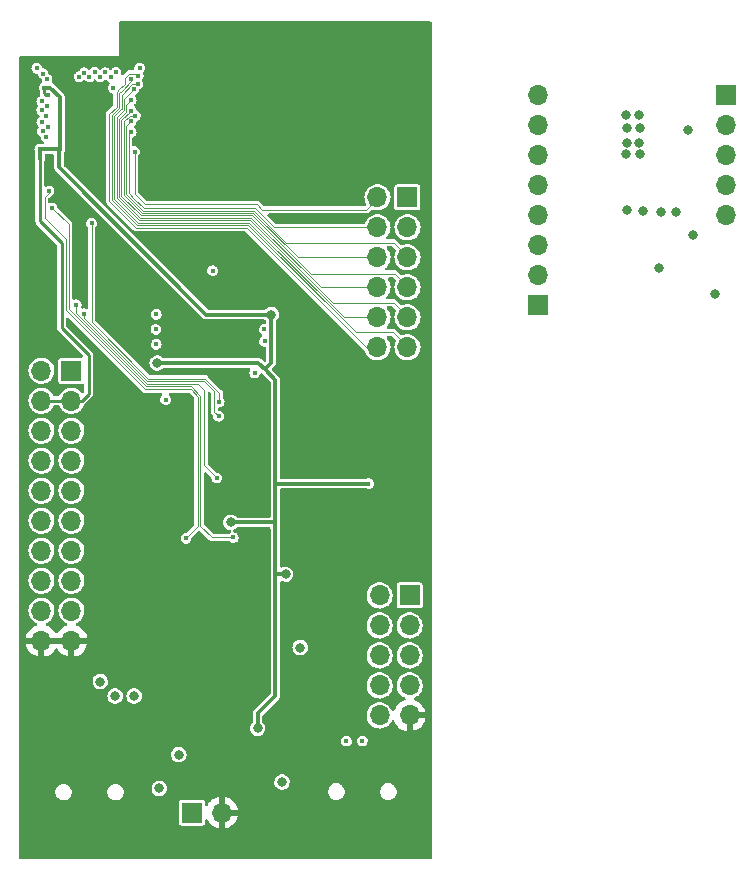
<source format=gbr>
%TF.GenerationSoftware,KiCad,Pcbnew,6.0.10-86aedd382b~118~ubuntu22.04.1*%
%TF.CreationDate,2023-01-21T23:49:39-03:00*%
%TF.ProjectId,MB_V2,4d425f56-322e-46b6-9963-61645f706362,rev?*%
%TF.SameCoordinates,Original*%
%TF.FileFunction,Copper,L3,Inr*%
%TF.FilePolarity,Positive*%
%FSLAX46Y46*%
G04 Gerber Fmt 4.6, Leading zero omitted, Abs format (unit mm)*
G04 Created by KiCad (PCBNEW 6.0.10-86aedd382b~118~ubuntu22.04.1) date 2023-01-21 23:49:39*
%MOMM*%
%LPD*%
G01*
G04 APERTURE LIST*
%TA.AperFunction,ComponentPad*%
%ADD10R,1.700000X1.700000*%
%TD*%
%TA.AperFunction,ComponentPad*%
%ADD11O,1.700000X1.700000*%
%TD*%
%TA.AperFunction,ViaPad*%
%ADD12C,0.400000*%
%TD*%
%TA.AperFunction,ViaPad*%
%ADD13C,0.800000*%
%TD*%
%TA.AperFunction,Conductor*%
%ADD14C,0.250000*%
%TD*%
%TA.AperFunction,Conductor*%
%ADD15C,0.300000*%
%TD*%
%TA.AperFunction,Conductor*%
%ADD16C,0.101600*%
%TD*%
%TA.AperFunction,Conductor*%
%ADD17C,0.102000*%
%TD*%
%TA.AperFunction,Conductor*%
%ADD18C,0.114300*%
%TD*%
G04 APERTURE END LIST*
D10*
%TO.N,+3V3*%
%TO.C,J7*%
X127920000Y-120900000D03*
D11*
%TO.N,VDDUSB*%
X125380000Y-120900000D03*
%TO.N,+3V3*%
X127920000Y-123440000D03*
%TO.N,PB13*%
X125380000Y-123440000D03*
%TO.N,PB14*%
X127920000Y-125980000D03*
%TO.N,PB15*%
X125380000Y-125980000D03*
%TO.N,PB6*%
X127920000Y-128520000D03*
%TO.N,PB12*%
X125380000Y-128520000D03*
%TO.N,PB0*%
X127920000Y-131060000D03*
%TO.N,PB1*%
X125380000Y-131060000D03*
%TO.N,PC5*%
X127920000Y-133600000D03*
%TO.N,PB11*%
X125380000Y-133600000D03*
%TD*%
D10*
%TO.N,GNDA*%
%TO.C,J2*%
X154900000Y-112200000D03*
D11*
%TO.N,GND*%
X154900000Y-114740000D03*
%TO.N,+3V3*%
X154900000Y-117280000D03*
%TO.N,/Track_Mag/DATA*%
X154900000Y-119820000D03*
%TO.N,/Track_Mag/STROBE*%
X154900000Y-122360000D03*
%TD*%
D10*
%TO.N,5V_Prog*%
%TO.C,J6*%
X99470000Y-135570000D03*
D11*
X96930000Y-135570000D03*
%TO.N,+3V3*%
X99470000Y-138110000D03*
X96930000Y-138110000D03*
%TO.N,PB5*%
X99470000Y-140650000D03*
%TO.N,PB7*%
X96930000Y-140650000D03*
%TO.N,PC11*%
X99470000Y-143190000D03*
%TO.N,PC10*%
X96930000Y-143190000D03*
%TO.N,PA13*%
X99470000Y-145730000D03*
%TO.N,PC12*%
X96930000Y-145730000D03*
%TO.N,PA15*%
X99470000Y-148270000D03*
%TO.N,PA14*%
X96930000Y-148270000D03*
%TO.N,PC0*%
X99470000Y-150810000D03*
%TO.N,PB8*%
X96930000Y-150810000D03*
%TO.N,PC1*%
X99470000Y-153350000D03*
%TO.N,PB9*%
X96930000Y-153350000D03*
%TO.N,PC3*%
X99470000Y-155890000D03*
%TO.N,PC2*%
X96930000Y-155890000D03*
%TO.N,GND*%
X99470000Y-158430000D03*
X96930000Y-158430000D03*
%TD*%
D10*
%TO.N,PB10*%
%TO.C,J5*%
X128100000Y-154600000D03*
D11*
%TO.N,PB2*%
X125560000Y-154600000D03*
%TO.N,PC4*%
X128100000Y-157140000D03*
%TO.N,PA8*%
X125560000Y-157140000D03*
%TO.N,PA7*%
X128100000Y-159680000D03*
%TO.N,PA6*%
X125560000Y-159680000D03*
%TO.N,PA5*%
X128100000Y-162220000D03*
%TO.N,PA4*%
X125560000Y-162220000D03*
%TO.N,GND*%
X128100000Y-164760000D03*
%TO.N,PA1*%
X125560000Y-164760000D03*
%TD*%
D10*
%TO.N,+24V*%
%TO.C,J1*%
X138975000Y-129975000D03*
D11*
%TO.N,/Track_Mag/Track_C*%
X138975000Y-127435000D03*
%TO.N,/Track_Mag/HC*%
X138975000Y-124895000D03*
%TO.N,/Track_Mag/Track_B*%
X138975000Y-122355000D03*
%TO.N,/Track_Mag/HC*%
X138975000Y-119815000D03*
%TO.N,/Track_Mag/Track_A*%
X138975000Y-117275000D03*
%TO.N,/Track_Mag/HC*%
X138975000Y-114735000D03*
%TO.N,GNDA*%
X138975000Y-112195000D03*
%TD*%
D10*
%TO.N,+24V*%
%TO.C,J8*%
X109680000Y-172980000D03*
D11*
%TO.N,GND*%
X112220000Y-172980000D03*
%TD*%
D12*
%TO.N,+3V3*%
X97173350Y-111593789D03*
D13*
X117610000Y-152800000D03*
X152100000Y-124100000D03*
X116380000Y-130820000D03*
D12*
X96800000Y-117600000D03*
X97450000Y-112193349D03*
D13*
X117300000Y-170400000D03*
X112960000Y-148410000D03*
X115240000Y-165850000D03*
D12*
X124620000Y-145120000D03*
D13*
X106734973Y-134915027D03*
D12*
X96793377Y-116806623D03*
D13*
%TO.N,GND*%
X114000000Y-117000000D03*
D12*
X102440000Y-109160000D03*
D13*
X110000000Y-109000000D03*
X124000000Y-109000000D03*
X151700000Y-115200000D03*
X119000000Y-119000000D03*
X147870000Y-122040000D03*
X96500000Y-129000000D03*
X119000000Y-115000000D03*
X126000000Y-145000000D03*
X118000000Y-138500000D03*
X122000000Y-117000000D03*
X118000000Y-117000000D03*
X107000000Y-111000000D03*
X127000000Y-107000000D03*
X126000000Y-141000000D03*
X123000000Y-107000000D03*
X113000000Y-107000000D03*
X120000000Y-121000000D03*
X114500000Y-155000000D03*
X126000000Y-147000000D03*
D12*
X103940000Y-109120000D03*
D13*
X117000000Y-119000000D03*
X146550000Y-122000000D03*
X126000000Y-149000000D03*
X120000000Y-113000000D03*
X128000000Y-109000000D03*
X124000000Y-144000000D03*
X119500000Y-150000000D03*
X105000000Y-165000000D03*
D12*
X98010000Y-109250000D03*
D13*
X121000000Y-119000000D03*
X150650000Y-122120000D03*
D12*
X98750000Y-109230000D03*
D13*
X115500000Y-141000000D03*
X120000000Y-109000000D03*
X109000000Y-144000000D03*
X119000000Y-111000000D03*
X154000000Y-129100000D03*
X108000000Y-164000000D03*
X114500000Y-156500000D03*
X106500000Y-164000000D03*
X128000000Y-136000000D03*
X109500000Y-157500000D03*
X119000000Y-107000000D03*
D12*
X101230000Y-109140000D03*
D13*
X127000000Y-111000000D03*
X123000000Y-115000000D03*
D12*
X101500000Y-112200000D03*
X99670000Y-109170000D03*
D13*
X112000000Y-109000000D03*
X126000000Y-109000000D03*
X128000000Y-142000000D03*
X123000000Y-119000000D03*
X118000000Y-142000000D03*
X112000000Y-117000000D03*
X126000000Y-139000000D03*
X117000000Y-107000000D03*
X122000000Y-109000000D03*
X113000000Y-115000000D03*
X126000000Y-116500000D03*
X106000000Y-109000000D03*
X111000000Y-111000000D03*
X122000000Y-113000000D03*
X108000000Y-113000000D03*
X109000000Y-142000000D03*
X105000000Y-107000000D03*
X128000000Y-152000000D03*
X109000000Y-107000000D03*
X118000000Y-113000000D03*
D12*
X112670000Y-168580000D03*
D13*
X126000000Y-137000000D03*
X128000000Y-138000000D03*
X124000000Y-138000000D03*
X115500000Y-143500000D03*
X124000000Y-113000000D03*
X147540000Y-116250000D03*
X126000000Y-135000000D03*
X118500000Y-149000000D03*
X128000000Y-146000000D03*
X109000000Y-115000000D03*
X147640000Y-117250000D03*
X149370000Y-122090000D03*
X109500000Y-155500000D03*
X117010000Y-173120000D03*
X110000000Y-113000000D03*
D12*
X103910000Y-107740000D03*
D13*
X114000000Y-113000000D03*
X113000000Y-111000000D03*
X124000000Y-136000000D03*
X108000000Y-162500000D03*
X114000000Y-109000000D03*
X115000000Y-115000000D03*
X108000000Y-109000000D03*
X115000000Y-111000000D03*
X121900000Y-172575000D03*
X121000000Y-111000000D03*
X147640000Y-115050000D03*
X121000000Y-107000000D03*
X97500000Y-132000000D03*
X114500000Y-158000000D03*
X110000000Y-117000000D03*
X96500000Y-124500000D03*
X108000000Y-157000000D03*
X98275000Y-173150000D03*
X111000000Y-107000000D03*
X116000000Y-113000000D03*
X128000000Y-144000000D03*
D12*
X97020000Y-125880000D03*
X103890000Y-108260000D03*
D13*
X111000000Y-115000000D03*
X128000000Y-113000000D03*
X124000000Y-142000000D03*
X118470000Y-171860000D03*
D12*
X103260000Y-109210000D03*
D13*
X115000000Y-107000000D03*
X107000000Y-115000000D03*
X116000000Y-117000000D03*
X146440000Y-113950000D03*
X112000000Y-113000000D03*
X124000000Y-117000000D03*
X125000000Y-107000000D03*
X118000000Y-109000000D03*
X124000000Y-146000000D03*
D12*
X112090000Y-167740000D03*
X96890000Y-109260000D03*
D13*
X125000000Y-148000000D03*
X96500000Y-133000000D03*
X115500000Y-145500000D03*
X104625000Y-166275000D03*
X124500000Y-153000000D03*
X108000000Y-155000000D03*
X118000000Y-121000000D03*
X120000000Y-117000000D03*
X123000000Y-111000000D03*
X146540000Y-116250000D03*
X108000000Y-117000000D03*
X147540000Y-113950000D03*
X107000000Y-107000000D03*
X97500000Y-130000000D03*
X128000000Y-140000000D03*
X97000000Y-127500000D03*
X127000000Y-151000000D03*
X121000000Y-115000000D03*
X117000000Y-115000000D03*
X127000000Y-115000000D03*
X146440000Y-117250000D03*
X126000000Y-143000000D03*
X106000000Y-162500000D03*
D12*
X101840000Y-109160000D03*
D13*
X98500000Y-133500000D03*
X109000000Y-111000000D03*
X116000000Y-109000000D03*
X128000000Y-148000000D03*
X96500000Y-131000000D03*
X124000000Y-140000000D03*
D12*
X118040000Y-168790000D03*
D13*
X126225000Y-172725000D03*
X118000000Y-140500000D03*
X128000000Y-116500000D03*
X146540000Y-115050000D03*
X126000000Y-113000000D03*
X122000000Y-121000000D03*
X128000000Y-150000000D03*
D12*
X100610000Y-109220000D03*
X112150000Y-166770000D03*
D13*
X117000000Y-111000000D03*
X125000000Y-111000000D03*
X125000000Y-115000000D03*
%TO.N,+24V*%
X108560000Y-168080000D03*
X149200000Y-126900000D03*
D12*
%TO.N,/STM32BLE/NRST*%
X109180000Y-149760000D03*
X97300000Y-114000000D03*
X97570000Y-120370000D03*
%TO.N,/STM32BLE/BOOT0*%
X97024302Y-115303338D03*
X97849500Y-121780000D03*
X113170000Y-149690000D03*
%TO.N,MEM_CS*%
X96535848Y-109957092D03*
X114990000Y-135750000D03*
%TO.N,PB10*%
X105250000Y-109925000D03*
%TO.N,MEM_IO3{slash}HOLD*%
X106650000Y-133325000D03*
%TO.N,MEM_SCK*%
X106625000Y-132075000D03*
X100121026Y-110675167D03*
%TO.N,MEM_IO0{slash}DI*%
X106650000Y-130800000D03*
%TO.N,/STM32BLE/INT*%
X107440000Y-138010000D03*
X97408177Y-110897663D03*
%TO.N,PB15*%
X104880819Y-113989005D03*
%TO.N,PB12*%
X104529306Y-112650001D03*
%TO.N,PB0*%
X104729304Y-111750002D03*
%TO.N,PB1*%
X105092591Y-111288689D03*
%TO.N,PB11*%
X105126379Y-110611715D03*
%TO.N,PB2*%
X102998546Y-111625819D03*
%TO.N,USART_CTS*%
X111930000Y-139420000D03*
X100560000Y-130750000D03*
%TO.N,USART_RTS_DE*%
X111780000Y-144640000D03*
X99880000Y-129990000D03*
%TO.N,MEM_IO1{slash}DO*%
X115825000Y-133075000D03*
%TO.N,PA1*%
X97070970Y-110415091D03*
%TO.N,PC3*%
X96963509Y-112764979D03*
%TO.N,PC2*%
X97435427Y-113124120D03*
%TO.N,PC1*%
X96955079Y-113526443D03*
%TO.N,PC0*%
X97456132Y-114909198D03*
%TO.N,USART_RX*%
X101180000Y-123090000D03*
X111980000Y-138190000D03*
%TO.N,PC5*%
X104531384Y-110851249D03*
%TO.N,PC4*%
X103235133Y-110302114D03*
%TO.N,PA8*%
X102782333Y-110676520D03*
%TO.N,USART_TX*%
X102340000Y-110320000D03*
X111424644Y-127090224D03*
%TO.N,PA7*%
X101910645Y-110679483D03*
%TO.N,PA6*%
X101440000Y-110310000D03*
%TO.N,PA5*%
X100988685Y-110679193D03*
%TO.N,PA4*%
X100550000Y-110330000D03*
%TO.N,MEM_IO2{slash}WP*%
X115800000Y-132075000D03*
D13*
%TO.N,USB_N*%
X103164999Y-163100000D03*
X104774999Y-163100000D03*
%TO.N,5V_Prog*%
X118830000Y-159010000D03*
X101910000Y-161890000D03*
X106910000Y-170930000D03*
D12*
%TO.N,VDDUSB*%
X104826066Y-117026269D03*
%TO.N,PB6*%
X104529308Y-113550000D03*
%TO.N,PB8*%
X97353785Y-115804181D03*
%TO.N,PB9*%
X96966624Y-114508999D03*
%TO.N,PB13*%
X104529306Y-115350000D03*
%TO.N,PB14*%
X104529306Y-114449999D03*
%TO.N,/STM32BLE/Modulo_conn/Prog_+*%
X124100000Y-166900000D03*
X122750000Y-166925000D03*
%TD*%
D14*
%TO.N,+3V3*%
X97450000Y-112193349D02*
X97313349Y-112193349D01*
D15*
X117610000Y-152800000D02*
X116760000Y-152800000D01*
D14*
X100940000Y-134250000D02*
X100940000Y-137500000D01*
D15*
X116730000Y-152830000D02*
X116730000Y-163080000D01*
X115240000Y-165850000D02*
X115240000Y-164570000D01*
X116740000Y-145120000D02*
X116730000Y-145130000D01*
D14*
X98644200Y-131954200D02*
X100940000Y-134250000D01*
D15*
X115300000Y-134900000D02*
X115915000Y-135515000D01*
D14*
X100940000Y-137500000D02*
X100330000Y-138110000D01*
D15*
X96793377Y-117593377D02*
X96800000Y-117600000D01*
X115915000Y-135355000D02*
X115915000Y-135515000D01*
X116380000Y-130820000D02*
X110870000Y-130820000D01*
D14*
X96800000Y-117600000D02*
X96800000Y-122930000D01*
D15*
X110870000Y-130820000D02*
X98406623Y-118356623D01*
X116380000Y-134890000D02*
X115915000Y-135355000D01*
X116730000Y-145130000D02*
X116730000Y-148300000D01*
X97173350Y-111593789D02*
X97693789Y-111593789D01*
X114900000Y-134900000D02*
X115300000Y-134900000D01*
X115240000Y-164570000D02*
X116730000Y-163080000D01*
D14*
X97160000Y-112040000D02*
X97160000Y-111607139D01*
D15*
X115915000Y-135515000D02*
X116730000Y-136330000D01*
X98500000Y-112400000D02*
X98500000Y-116900000D01*
X116380000Y-130820000D02*
X116380000Y-134890000D01*
D14*
X98644200Y-124774200D02*
X98644200Y-131954200D01*
D15*
X114884973Y-134915027D02*
X114900000Y-134900000D01*
X124620000Y-145120000D02*
X116740000Y-145120000D01*
X116730000Y-136330000D02*
X116730000Y-145130000D01*
D14*
X100330000Y-138110000D02*
X99470000Y-138110000D01*
D15*
X96793377Y-116806623D02*
X96793377Y-117593377D01*
D14*
X97160000Y-111607139D02*
X97173350Y-111593789D01*
D15*
X116760000Y-152800000D02*
X116730000Y-152830000D01*
X98406623Y-116806623D02*
X98500000Y-116900000D01*
X116620000Y-148410000D02*
X116730000Y-148300000D01*
X98406623Y-118356623D02*
X98406623Y-116806623D01*
X116730000Y-148300000D02*
X116730000Y-152830000D01*
D14*
X96930000Y-138110000D02*
X99470000Y-138110000D01*
X97313349Y-112193349D02*
X97160000Y-112040000D01*
D15*
X96793377Y-116806623D02*
X98406623Y-116806623D01*
X112960000Y-148410000D02*
X116620000Y-148410000D01*
D14*
X96800000Y-122930000D02*
X98644200Y-124774200D01*
D15*
X97693789Y-111593789D02*
X98500000Y-112400000D01*
X106734973Y-134915027D02*
X114884973Y-134915027D01*
D16*
%TO.N,/STM32BLE/NRST*%
X97200000Y-120860000D02*
X97200000Y-122610000D01*
X99020000Y-124430000D02*
X99020000Y-130470000D01*
X110186800Y-137754168D02*
X110186800Y-148753200D01*
X97570000Y-120490000D02*
X97200000Y-120860000D01*
X110186800Y-148753200D02*
X109180000Y-149760000D01*
X109586316Y-137153684D02*
X110186800Y-137754168D01*
X97200000Y-122610000D02*
X99020000Y-124430000D01*
X97570000Y-120370000D02*
X97570000Y-120490000D01*
X105703684Y-137153684D02*
X109586316Y-137153684D01*
X99020000Y-130470000D02*
X105703684Y-137153684D01*
%TO.N,/STM32BLE/BOOT0*%
X105755832Y-136873200D02*
X99235600Y-130352968D01*
X99235600Y-130352968D02*
X99235600Y-123166100D01*
X110390000Y-148720000D02*
X110390000Y-137670000D01*
X111360000Y-149690000D02*
X110390000Y-148720000D01*
X109593200Y-136873200D02*
X105755832Y-136873200D01*
X99235600Y-123166100D02*
X97849500Y-121780000D01*
X110390000Y-137670000D02*
X109593200Y-136873200D01*
X113170000Y-149690000D02*
X111360000Y-149690000D01*
D17*
%TO.N,PB15*%
X113843600Y-122223600D02*
X105431640Y-122223600D01*
D16*
X118616840Y-125980000D02*
X114860440Y-122223600D01*
D17*
X105431640Y-122223600D02*
X103912406Y-120704365D01*
X103912406Y-120704365D02*
X103912406Y-114463534D01*
D16*
X114860440Y-122223600D02*
X113843600Y-122223600D01*
D17*
X104386935Y-113989005D02*
X104880819Y-113989005D01*
X103912406Y-114463534D02*
X104386935Y-113989005D01*
D16*
X125460000Y-125980000D02*
X118616840Y-125980000D01*
D17*
%TO.N,PB12*%
X114449200Y-122630800D02*
X105262972Y-122630800D01*
X105262972Y-122630800D02*
X103505206Y-120873033D01*
X103505206Y-114251426D02*
X104128308Y-113628324D01*
D16*
X120582104Y-128520000D02*
X114692904Y-122630800D01*
D17*
X104128308Y-113050998D02*
X104529306Y-112650001D01*
D16*
X125460000Y-128520000D02*
X120582104Y-128520000D01*
X114692904Y-122630800D02*
X114449200Y-122630800D01*
D17*
X104128308Y-113628324D02*
X104128308Y-113050998D01*
X103505206Y-120873033D02*
X103505206Y-114251426D01*
D16*
%TO.N,PB0*%
X128000000Y-131060000D02*
X126750000Y-129810000D01*
D17*
X103920000Y-113500000D02*
X103301606Y-114118394D01*
D16*
X114609136Y-122834400D02*
X114454400Y-122834400D01*
X121584736Y-129810000D02*
X114609136Y-122834400D01*
D17*
X103301606Y-120957367D02*
X105178638Y-122834400D01*
X105178638Y-122834400D02*
X114454400Y-122834400D01*
D16*
X126750000Y-129810000D02*
X121584736Y-129810000D01*
D17*
X104729304Y-111750002D02*
X103920000Y-112559306D01*
X103920000Y-112559306D02*
X103920000Y-113500000D01*
X103301606Y-114118394D02*
X103301606Y-120957367D01*
%TO.N,PB1*%
X105092591Y-111288689D02*
X104623517Y-111288689D01*
X103710000Y-113422066D02*
X103710000Y-112760000D01*
X105094304Y-123038000D02*
X103098006Y-121041701D01*
X103098006Y-121041701D02*
X103098006Y-114034060D01*
X103681033Y-113451033D02*
X103710000Y-113422066D01*
D16*
X125460000Y-131060000D02*
X122547368Y-131060000D01*
D17*
X103710000Y-112760000D02*
X103710000Y-112202206D01*
X104623517Y-111288689D02*
X103716400Y-112195806D01*
D16*
X114525368Y-123038000D02*
X114168000Y-123038000D01*
D17*
X103098006Y-114034060D02*
X103681033Y-113451033D01*
X103716400Y-112195806D02*
X103716400Y-113290000D01*
D16*
X122547368Y-131060000D02*
X114525368Y-123038000D01*
D17*
X105094304Y-123038000D02*
X114168000Y-123038000D01*
X103710000Y-112202206D02*
X104623517Y-111288689D01*
%TO.N,PB11*%
X113695200Y-123445200D02*
X104925636Y-123445200D01*
D18*
X104958763Y-110444099D02*
X104362736Y-110444099D01*
D17*
X103302800Y-111977200D02*
X103530000Y-111750000D01*
X102690806Y-121210369D02*
X102690806Y-113841260D01*
X104925636Y-123445200D02*
X102690806Y-121210369D01*
D16*
X114295200Y-123445200D02*
X113695200Y-123445200D01*
D17*
X103302800Y-113229266D02*
X103302800Y-111977200D01*
D18*
X105126379Y-110611715D02*
X104958763Y-110444099D01*
D17*
X102690806Y-113841260D02*
X103302800Y-113229266D01*
D18*
X103990000Y-110816835D02*
X103990000Y-111290000D01*
X104362736Y-110444099D02*
X103990000Y-110816835D01*
D16*
X125460000Y-133600000D02*
X124450000Y-133600000D01*
X124450000Y-133600000D02*
X114295200Y-123445200D01*
D18*
X103990000Y-111290000D02*
X103530000Y-111750000D01*
D16*
%TO.N,USART_CTS*%
X110711316Y-136448684D02*
X105906052Y-136448684D01*
X105906052Y-136448684D02*
X100560000Y-131102632D01*
X111930000Y-139420000D02*
X111579200Y-139069200D01*
X111579200Y-139069200D02*
X111579200Y-137316568D01*
X111579200Y-137316568D02*
X110711316Y-136448684D01*
X100560000Y-131102632D02*
X100560000Y-130750000D01*
%TO.N,USART_RTS_DE*%
X110710000Y-137230000D02*
X110150000Y-136670000D01*
X110710000Y-143570000D02*
X110710000Y-137230000D01*
X99880000Y-130710000D02*
X99880000Y-129990000D01*
X111780000Y-144640000D02*
X110710000Y-143570000D01*
X105840000Y-136670000D02*
X99880000Y-130710000D01*
X110150000Y-136670000D02*
X105840000Y-136670000D01*
%TO.N,USART_RX*%
X110795484Y-136245484D02*
X111980000Y-137430000D01*
X101180000Y-130245000D02*
X101180000Y-131435264D01*
X105990220Y-136245484D02*
X110795484Y-136245484D01*
X101180000Y-131435264D02*
X105990220Y-136245484D01*
X111980000Y-137430000D02*
X111980000Y-138190000D01*
D17*
X101180000Y-130245000D02*
X101180000Y-123090000D01*
%TO.N,PC5*%
X103506400Y-112091780D02*
X103729090Y-111869090D01*
D16*
X128000000Y-133600000D02*
X126730000Y-132330000D01*
D17*
X105009970Y-123241600D02*
X102894406Y-121126035D01*
X114188400Y-123241600D02*
X105009970Y-123241600D01*
D16*
X123530000Y-132330000D02*
X114441600Y-123241600D01*
D17*
X102894406Y-121126035D02*
X102894406Y-113925594D01*
D16*
X114441600Y-123241600D02*
X114188400Y-123241600D01*
X126730000Y-132330000D02*
X123530000Y-132330000D01*
D18*
X104531384Y-110851249D02*
X104531384Y-111066796D01*
D17*
X103506400Y-113313600D02*
X103506400Y-112091780D01*
D18*
X104531384Y-111066796D02*
X103729090Y-111869090D01*
D17*
X102894406Y-113925594D02*
X103506400Y-113313600D01*
%TO.N,VDDUSB*%
X115620000Y-121950000D02*
X115150000Y-121480000D01*
X125460000Y-120900000D02*
X124410000Y-121950000D01*
X124410000Y-121950000D02*
X115620000Y-121950000D01*
X115150000Y-121480000D02*
X105725790Y-121480000D01*
X104826066Y-120580276D02*
X105725790Y-121480000D01*
X104826066Y-117026269D02*
X104826066Y-120580276D01*
%TO.N,PB6*%
X103708806Y-114370502D02*
X103708806Y-120788699D01*
D16*
X113603000Y-122427000D02*
X113602800Y-122427200D01*
D17*
X105347306Y-122427200D02*
X113602800Y-122427200D01*
D16*
X128000000Y-128520000D02*
X126850264Y-127370264D01*
X126850264Y-127370264D02*
X119719736Y-127370264D01*
X114776472Y-122427000D02*
X113603000Y-122427000D01*
X119719736Y-127370264D02*
X114776472Y-122427000D01*
D17*
X104529308Y-113550000D02*
X103708806Y-114370502D01*
X103708806Y-120788699D02*
X105347306Y-122427200D01*
%TO.N,PB13*%
X104529306Y-115350000D02*
X104331906Y-115547400D01*
D18*
X104800000Y-120990000D02*
X105600000Y-121790000D01*
X105600000Y-121790000D02*
X114460000Y-121790000D01*
D17*
X104331906Y-120521906D02*
X104800000Y-120990000D01*
X104331906Y-115547400D02*
X104331906Y-120521906D01*
D16*
X125460000Y-123440000D02*
X116651576Y-123440000D01*
X116651576Y-123440000D02*
X115001576Y-121790000D01*
X115001576Y-121790000D02*
X114460000Y-121790000D01*
D17*
%TO.N,PB14*%
X104962336Y-121457664D02*
X105524672Y-122020000D01*
D16*
X117654208Y-124730000D02*
X114944208Y-122020000D01*
D17*
X105524672Y-122020000D02*
X114560000Y-122020000D01*
D16*
X128000000Y-125980000D02*
X126750000Y-124730000D01*
D18*
X104122156Y-120617484D02*
X104962336Y-121457664D01*
X104529306Y-114449999D02*
X104122156Y-114857149D01*
D16*
X114944208Y-122020000D02*
X114560000Y-122020000D01*
X126750000Y-124730000D02*
X117654208Y-124730000D01*
D18*
X104122156Y-114857149D02*
X104122156Y-120617484D01*
%TD*%
%TA.AperFunction,Conductor*%
%TO.N,GND*%
G36*
X129922121Y-106020502D02*
G01*
X129968614Y-106074158D01*
X129980000Y-106126500D01*
X129980000Y-176814000D01*
X129959998Y-176882121D01*
X129906342Y-176928614D01*
X129854000Y-176940000D01*
X95126500Y-176940000D01*
X95058379Y-176919998D01*
X95011886Y-176866342D01*
X95000500Y-176814000D01*
X95000500Y-173854674D01*
X108579500Y-173854674D01*
X108594034Y-173927740D01*
X108649399Y-174010601D01*
X108732260Y-174065966D01*
X108805326Y-174080500D01*
X110554674Y-174080500D01*
X110627740Y-174065966D01*
X110710601Y-174010601D01*
X110765966Y-173927740D01*
X110780500Y-173854674D01*
X110780500Y-173676901D01*
X110800502Y-173608780D01*
X110854158Y-173562287D01*
X110924432Y-173552183D01*
X110989012Y-173581677D01*
X111013933Y-173611066D01*
X111117694Y-173780388D01*
X111123777Y-173788699D01*
X111263213Y-173949667D01*
X111270580Y-173956883D01*
X111434434Y-174092916D01*
X111442881Y-174098831D01*
X111626756Y-174206279D01*
X111636042Y-174210729D01*
X111835001Y-174286703D01*
X111844899Y-174289579D01*
X111948250Y-174310606D01*
X111962299Y-174309410D01*
X111966000Y-174299065D01*
X111966000Y-174298517D01*
X112474000Y-174298517D01*
X112478064Y-174312359D01*
X112491478Y-174314393D01*
X112498184Y-174313534D01*
X112508262Y-174311392D01*
X112712255Y-174250191D01*
X112721842Y-174246433D01*
X112913095Y-174152739D01*
X112921945Y-174147464D01*
X113095328Y-174023792D01*
X113103200Y-174017139D01*
X113254052Y-173866812D01*
X113260730Y-173858965D01*
X113385003Y-173686020D01*
X113390313Y-173677183D01*
X113484670Y-173486267D01*
X113488469Y-173476672D01*
X113550377Y-173272910D01*
X113552555Y-173262837D01*
X113553986Y-173251962D01*
X113551775Y-173237778D01*
X113538617Y-173234000D01*
X112492115Y-173234000D01*
X112476876Y-173238475D01*
X112475671Y-173239865D01*
X112474000Y-173247548D01*
X112474000Y-174298517D01*
X111966000Y-174298517D01*
X111966000Y-172707885D01*
X112474000Y-172707885D01*
X112478475Y-172723124D01*
X112479865Y-172724329D01*
X112487548Y-172726000D01*
X113538344Y-172726000D01*
X113551875Y-172722027D01*
X113553180Y-172712947D01*
X113511214Y-172545875D01*
X113507894Y-172536124D01*
X113422972Y-172340814D01*
X113418105Y-172331739D01*
X113302426Y-172152926D01*
X113296136Y-172144757D01*
X113152806Y-171987240D01*
X113145273Y-171980215D01*
X112978139Y-171848222D01*
X112969552Y-171842517D01*
X112783117Y-171739599D01*
X112773705Y-171735369D01*
X112572959Y-171664280D01*
X112562988Y-171661646D01*
X112491837Y-171648972D01*
X112478540Y-171650432D01*
X112474000Y-171664989D01*
X112474000Y-172707885D01*
X111966000Y-172707885D01*
X111966000Y-171663102D01*
X111962082Y-171649758D01*
X111947806Y-171647771D01*
X111909324Y-171653660D01*
X111899288Y-171656051D01*
X111696868Y-171722212D01*
X111687359Y-171726209D01*
X111498463Y-171824542D01*
X111489738Y-171830036D01*
X111319433Y-171957905D01*
X111311726Y-171964748D01*
X111164590Y-172118717D01*
X111158104Y-172126727D01*
X111038098Y-172302649D01*
X111033000Y-172311623D01*
X111020788Y-172337931D01*
X110973964Y-172391298D01*
X110905721Y-172410879D01*
X110837725Y-172390456D01*
X110791565Y-172336513D01*
X110780500Y-172284881D01*
X110780500Y-172105326D01*
X110765966Y-172032260D01*
X110710601Y-171949399D01*
X110627740Y-171894034D01*
X110554674Y-171879500D01*
X108805326Y-171879500D01*
X108732260Y-171894034D01*
X108649399Y-171949399D01*
X108594034Y-172032260D01*
X108579500Y-172105326D01*
X108579500Y-173854674D01*
X95000500Y-173854674D01*
X95000500Y-171331105D01*
X98099031Y-171331105D01*
X98100805Y-171338492D01*
X98100805Y-171338496D01*
X98129878Y-171459589D01*
X98138612Y-171495968D01*
X98142093Y-171502712D01*
X98142094Y-171502715D01*
X98164713Y-171546538D01*
X98216375Y-171646631D01*
X98221367Y-171652353D01*
X98221368Y-171652355D01*
X98279219Y-171718671D01*
X98327831Y-171774396D01*
X98334045Y-171778763D01*
X98460330Y-171867518D01*
X98460332Y-171867519D01*
X98466547Y-171871887D01*
X98624513Y-171933476D01*
X98632046Y-171934468D01*
X98632047Y-171934468D01*
X98749739Y-171949962D01*
X98753826Y-171950500D01*
X98842516Y-171950500D01*
X98968320Y-171935276D01*
X99126923Y-171875345D01*
X99200689Y-171824647D01*
X99260392Y-171783614D01*
X99260393Y-171783613D01*
X99266651Y-171779312D01*
X99276132Y-171768671D01*
X99374388Y-171658392D01*
X99374390Y-171658388D01*
X99379440Y-171652721D01*
X99386238Y-171639883D01*
X99439513Y-171539262D01*
X99458776Y-171502881D01*
X99500081Y-171338441D01*
X99500119Y-171331105D01*
X102499031Y-171331105D01*
X102500805Y-171338492D01*
X102500805Y-171338496D01*
X102529878Y-171459589D01*
X102538612Y-171495968D01*
X102542093Y-171502712D01*
X102542094Y-171502715D01*
X102564713Y-171546538D01*
X102616375Y-171646631D01*
X102621367Y-171652353D01*
X102621368Y-171652355D01*
X102679219Y-171718671D01*
X102727831Y-171774396D01*
X102734045Y-171778763D01*
X102860330Y-171867518D01*
X102860332Y-171867519D01*
X102866547Y-171871887D01*
X103024513Y-171933476D01*
X103032046Y-171934468D01*
X103032047Y-171934468D01*
X103149739Y-171949962D01*
X103153826Y-171950500D01*
X103242516Y-171950500D01*
X103368320Y-171935276D01*
X103526923Y-171875345D01*
X103600689Y-171824647D01*
X103660392Y-171783614D01*
X103660393Y-171783613D01*
X103666651Y-171779312D01*
X103676132Y-171768671D01*
X103774388Y-171658392D01*
X103774390Y-171658388D01*
X103779440Y-171652721D01*
X103786238Y-171639883D01*
X103839513Y-171539262D01*
X103858776Y-171502881D01*
X103900081Y-171338441D01*
X103900969Y-171168895D01*
X103890790Y-171126495D01*
X103863161Y-171011417D01*
X103861388Y-171004032D01*
X103835814Y-170954482D01*
X103819636Y-170923138D01*
X106254758Y-170923138D01*
X106272035Y-171079633D01*
X106326143Y-171227490D01*
X106330380Y-171233796D01*
X106330382Y-171233799D01*
X106367137Y-171288496D01*
X106413958Y-171358172D01*
X106436270Y-171378474D01*
X106517860Y-171452715D01*
X106530410Y-171464135D01*
X106588210Y-171495518D01*
X106662099Y-171535637D01*
X106662101Y-171535638D01*
X106668776Y-171539262D01*
X106676125Y-171541190D01*
X106813719Y-171577287D01*
X106813721Y-171577287D01*
X106821069Y-171579215D01*
X106904380Y-171580524D01*
X106970898Y-171581569D01*
X106970901Y-171581569D01*
X106978495Y-171581688D01*
X107131968Y-171546538D01*
X107272625Y-171475795D01*
X107316195Y-171438583D01*
X107386574Y-171378474D01*
X107386576Y-171378471D01*
X107392348Y-171373542D01*
X107458771Y-171281105D01*
X121199031Y-171281105D01*
X121200805Y-171288492D01*
X121200805Y-171288496D01*
X121222408Y-171378474D01*
X121238612Y-171445968D01*
X121242093Y-171452712D01*
X121242094Y-171452715D01*
X121287760Y-171541190D01*
X121316375Y-171596631D01*
X121321367Y-171602353D01*
X121321368Y-171602355D01*
X121360987Y-171647771D01*
X121427831Y-171724396D01*
X121434045Y-171728763D01*
X121560330Y-171817518D01*
X121560332Y-171817519D01*
X121566547Y-171821887D01*
X121724513Y-171883476D01*
X121732046Y-171884468D01*
X121732047Y-171884468D01*
X121849739Y-171899962D01*
X121853826Y-171900500D01*
X121942516Y-171900500D01*
X122068320Y-171885276D01*
X122226923Y-171825345D01*
X122301054Y-171774396D01*
X122360392Y-171733614D01*
X122360393Y-171733613D01*
X122366651Y-171729312D01*
X122424593Y-171664280D01*
X122474388Y-171608392D01*
X122474390Y-171608388D01*
X122479440Y-171602721D01*
X122486238Y-171589883D01*
X122539873Y-171488583D01*
X122558776Y-171452881D01*
X122600081Y-171288441D01*
X122600119Y-171281105D01*
X125599031Y-171281105D01*
X125600805Y-171288492D01*
X125600805Y-171288496D01*
X125622408Y-171378474D01*
X125638612Y-171445968D01*
X125642093Y-171452712D01*
X125642094Y-171452715D01*
X125687760Y-171541190D01*
X125716375Y-171596631D01*
X125721367Y-171602353D01*
X125721368Y-171602355D01*
X125760987Y-171647771D01*
X125827831Y-171724396D01*
X125834045Y-171728763D01*
X125960330Y-171817518D01*
X125960332Y-171817519D01*
X125966547Y-171821887D01*
X126124513Y-171883476D01*
X126132046Y-171884468D01*
X126132047Y-171884468D01*
X126249739Y-171899962D01*
X126253826Y-171900500D01*
X126342516Y-171900500D01*
X126468320Y-171885276D01*
X126626923Y-171825345D01*
X126701054Y-171774396D01*
X126760392Y-171733614D01*
X126760393Y-171733613D01*
X126766651Y-171729312D01*
X126824593Y-171664280D01*
X126874388Y-171608392D01*
X126874390Y-171608388D01*
X126879440Y-171602721D01*
X126886238Y-171589883D01*
X126939873Y-171488583D01*
X126958776Y-171452881D01*
X127000081Y-171288441D01*
X127000969Y-171118895D01*
X126996337Y-171099598D01*
X126963161Y-170961417D01*
X126961388Y-170954032D01*
X126956068Y-170943723D01*
X126887108Y-170810117D01*
X126887108Y-170810116D01*
X126883625Y-170803369D01*
X126878313Y-170797279D01*
X126807132Y-170715683D01*
X126772169Y-170675604D01*
X126710812Y-170632482D01*
X126639670Y-170582482D01*
X126639668Y-170582481D01*
X126633453Y-170578113D01*
X126475487Y-170516524D01*
X126467954Y-170515532D01*
X126467953Y-170515532D01*
X126350261Y-170500038D01*
X126350260Y-170500038D01*
X126346174Y-170499500D01*
X126257484Y-170499500D01*
X126131680Y-170514724D01*
X125973077Y-170574655D01*
X125966819Y-170578956D01*
X125888939Y-170632482D01*
X125833349Y-170670688D01*
X125828297Y-170676358D01*
X125828296Y-170676359D01*
X125725612Y-170791608D01*
X125725610Y-170791612D01*
X125720560Y-170797279D01*
X125717008Y-170803988D01*
X125717007Y-170803989D01*
X125707542Y-170821866D01*
X125641224Y-170947119D01*
X125599919Y-171111559D01*
X125599031Y-171281105D01*
X122600119Y-171281105D01*
X122600969Y-171118895D01*
X122596337Y-171099598D01*
X122563161Y-170961417D01*
X122561388Y-170954032D01*
X122556068Y-170943723D01*
X122487108Y-170810117D01*
X122487108Y-170810116D01*
X122483625Y-170803369D01*
X122478313Y-170797279D01*
X122407132Y-170715683D01*
X122372169Y-170675604D01*
X122310812Y-170632482D01*
X122239670Y-170582482D01*
X122239668Y-170582481D01*
X122233453Y-170578113D01*
X122075487Y-170516524D01*
X122067954Y-170515532D01*
X122067953Y-170515532D01*
X121950261Y-170500038D01*
X121950260Y-170500038D01*
X121946174Y-170499500D01*
X121857484Y-170499500D01*
X121731680Y-170514724D01*
X121573077Y-170574655D01*
X121566819Y-170578956D01*
X121488939Y-170632482D01*
X121433349Y-170670688D01*
X121428297Y-170676358D01*
X121428296Y-170676359D01*
X121325612Y-170791608D01*
X121325610Y-170791612D01*
X121320560Y-170797279D01*
X121317008Y-170803988D01*
X121317007Y-170803989D01*
X121307542Y-170821866D01*
X121241224Y-170947119D01*
X121199919Y-171111559D01*
X121199031Y-171281105D01*
X107458771Y-171281105D01*
X107484224Y-171245683D01*
X107542950Y-171099598D01*
X107555807Y-171009262D01*
X107564553Y-170947807D01*
X107564553Y-170947804D01*
X107565134Y-170943723D01*
X107565278Y-170930000D01*
X107546363Y-170773694D01*
X107528191Y-170725604D01*
X107493394Y-170633514D01*
X107493393Y-170633511D01*
X107490710Y-170626412D01*
X107401531Y-170496657D01*
X107313032Y-170417807D01*
X107289648Y-170396972D01*
X107289645Y-170396970D01*
X107285344Y-170393138D01*
X116644758Y-170393138D01*
X116662035Y-170549633D01*
X116716143Y-170697490D01*
X116720380Y-170703796D01*
X116720382Y-170703799D01*
X116735035Y-170725604D01*
X116803958Y-170828172D01*
X116920410Y-170934135D01*
X116970657Y-170961417D01*
X117052099Y-171005637D01*
X117052101Y-171005638D01*
X117058776Y-171009262D01*
X117066125Y-171011190D01*
X117203719Y-171047287D01*
X117203721Y-171047287D01*
X117211069Y-171049215D01*
X117294380Y-171050524D01*
X117360898Y-171051569D01*
X117360901Y-171051569D01*
X117368495Y-171051688D01*
X117521968Y-171016538D01*
X117662625Y-170945795D01*
X117697971Y-170915607D01*
X117776574Y-170848474D01*
X117776576Y-170848471D01*
X117782348Y-170843542D01*
X117874224Y-170715683D01*
X117932950Y-170569598D01*
X117955134Y-170413723D01*
X117955278Y-170400000D01*
X117936363Y-170243694D01*
X117880710Y-170096412D01*
X117791531Y-169966657D01*
X117744971Y-169925174D01*
X117679648Y-169866972D01*
X117679645Y-169866970D01*
X117673976Y-169861919D01*
X117534831Y-169788245D01*
X117518122Y-169784048D01*
X117389498Y-169751740D01*
X117389496Y-169751740D01*
X117382128Y-169749889D01*
X117374530Y-169749849D01*
X117374528Y-169749849D01*
X117307319Y-169749497D01*
X117224684Y-169749065D01*
X117217305Y-169750837D01*
X117217301Y-169750837D01*
X117078967Y-169784048D01*
X117078963Y-169784049D01*
X117071588Y-169785820D01*
X116931679Y-169858032D01*
X116925957Y-169863024D01*
X116925955Y-169863025D01*
X116818759Y-169956538D01*
X116818756Y-169956541D01*
X116813034Y-169961533D01*
X116722501Y-170090348D01*
X116665309Y-170237039D01*
X116664318Y-170244568D01*
X116645889Y-170384549D01*
X116644758Y-170393138D01*
X107285344Y-170393138D01*
X107283976Y-170391919D01*
X107144831Y-170318245D01*
X107128122Y-170314048D01*
X106999498Y-170281740D01*
X106999496Y-170281740D01*
X106992128Y-170279889D01*
X106984530Y-170279849D01*
X106984528Y-170279849D01*
X106917319Y-170279497D01*
X106834684Y-170279065D01*
X106827305Y-170280837D01*
X106827301Y-170280837D01*
X106688967Y-170314048D01*
X106688963Y-170314049D01*
X106681588Y-170315820D01*
X106541679Y-170388032D01*
X106535957Y-170393024D01*
X106535955Y-170393025D01*
X106428759Y-170486538D01*
X106428756Y-170486541D01*
X106423034Y-170491533D01*
X106418667Y-170497747D01*
X106382201Y-170549633D01*
X106332501Y-170620348D01*
X106275309Y-170767039D01*
X106254758Y-170923138D01*
X103819636Y-170923138D01*
X103787108Y-170860117D01*
X103787108Y-170860116D01*
X103783625Y-170853369D01*
X103778313Y-170847279D01*
X103677163Y-170731329D01*
X103672169Y-170725604D01*
X103601026Y-170675604D01*
X103539670Y-170632482D01*
X103539668Y-170632481D01*
X103533453Y-170628113D01*
X103375487Y-170566524D01*
X103367954Y-170565532D01*
X103367953Y-170565532D01*
X103250261Y-170550038D01*
X103250260Y-170550038D01*
X103246174Y-170549500D01*
X103157484Y-170549500D01*
X103031680Y-170564724D01*
X102873077Y-170624655D01*
X102866819Y-170628956D01*
X102750885Y-170708636D01*
X102733349Y-170720688D01*
X102728297Y-170726358D01*
X102728296Y-170726359D01*
X102625612Y-170841608D01*
X102625610Y-170841612D01*
X102620560Y-170847279D01*
X102617008Y-170853988D01*
X102617007Y-170853989D01*
X102584746Y-170914920D01*
X102541224Y-170997119D01*
X102499919Y-171161559D01*
X102499031Y-171331105D01*
X99500119Y-171331105D01*
X99500969Y-171168895D01*
X99490790Y-171126495D01*
X99463161Y-171011417D01*
X99461388Y-171004032D01*
X99435814Y-170954482D01*
X99387108Y-170860117D01*
X99387108Y-170860116D01*
X99383625Y-170853369D01*
X99378313Y-170847279D01*
X99277163Y-170731329D01*
X99272169Y-170725604D01*
X99201026Y-170675604D01*
X99139670Y-170632482D01*
X99139668Y-170632481D01*
X99133453Y-170628113D01*
X98975487Y-170566524D01*
X98967954Y-170565532D01*
X98967953Y-170565532D01*
X98850261Y-170550038D01*
X98850260Y-170550038D01*
X98846174Y-170549500D01*
X98757484Y-170549500D01*
X98631680Y-170564724D01*
X98473077Y-170624655D01*
X98466819Y-170628956D01*
X98350885Y-170708636D01*
X98333349Y-170720688D01*
X98328297Y-170726358D01*
X98328296Y-170726359D01*
X98225612Y-170841608D01*
X98225610Y-170841612D01*
X98220560Y-170847279D01*
X98217008Y-170853988D01*
X98217007Y-170853989D01*
X98184746Y-170914920D01*
X98141224Y-170997119D01*
X98099919Y-171161559D01*
X98099031Y-171331105D01*
X95000500Y-171331105D01*
X95000500Y-168073138D01*
X107904758Y-168073138D01*
X107922035Y-168229633D01*
X107976143Y-168377490D01*
X107980380Y-168383796D01*
X107980382Y-168383799D01*
X108020709Y-168443811D01*
X108063958Y-168508172D01*
X108180410Y-168614135D01*
X108187085Y-168617759D01*
X108312099Y-168685637D01*
X108312101Y-168685638D01*
X108318776Y-168689262D01*
X108326125Y-168691190D01*
X108463719Y-168727287D01*
X108463721Y-168727287D01*
X108471069Y-168729215D01*
X108554380Y-168730524D01*
X108620898Y-168731569D01*
X108620901Y-168731569D01*
X108628495Y-168731688D01*
X108781968Y-168696538D01*
X108922625Y-168625795D01*
X108948869Y-168603381D01*
X109036574Y-168528474D01*
X109036576Y-168528471D01*
X109042348Y-168523542D01*
X109134224Y-168395683D01*
X109192950Y-168249598D01*
X109215134Y-168093723D01*
X109215278Y-168080000D01*
X109196363Y-167923694D01*
X109140710Y-167776412D01*
X109051531Y-167646657D01*
X109004971Y-167605174D01*
X108939648Y-167546972D01*
X108939645Y-167546970D01*
X108933976Y-167541919D01*
X108794831Y-167468245D01*
X108778122Y-167464048D01*
X108649498Y-167431740D01*
X108649496Y-167431740D01*
X108642128Y-167429889D01*
X108634530Y-167429849D01*
X108634528Y-167429849D01*
X108567319Y-167429497D01*
X108484684Y-167429065D01*
X108477305Y-167430837D01*
X108477301Y-167430837D01*
X108338967Y-167464048D01*
X108338963Y-167464049D01*
X108331588Y-167465820D01*
X108191679Y-167538032D01*
X108185957Y-167543024D01*
X108185955Y-167543025D01*
X108078759Y-167636538D01*
X108078756Y-167636541D01*
X108073034Y-167641533D01*
X107982501Y-167770348D01*
X107925309Y-167917039D01*
X107904758Y-168073138D01*
X95000500Y-168073138D01*
X95000500Y-166919440D01*
X122294901Y-166919440D01*
X122296065Y-166928342D01*
X122296065Y-166928345D01*
X122310468Y-167038489D01*
X122310469Y-167038493D01*
X122311633Y-167047394D01*
X122315250Y-167055614D01*
X122358764Y-167154507D01*
X122363605Y-167165510D01*
X122369382Y-167172383D01*
X122369383Y-167172384D01*
X122440859Y-167257415D01*
X122446639Y-167264291D01*
X122554060Y-167335796D01*
X122677233Y-167374278D01*
X122686203Y-167374442D01*
X122686207Y-167374443D01*
X122744942Y-167375519D01*
X122806255Y-167376643D01*
X122898558Y-167351478D01*
X122922092Y-167345062D01*
X122922093Y-167345062D01*
X122930755Y-167342700D01*
X122938405Y-167338003D01*
X122938407Y-167338002D01*
X123033072Y-167279878D01*
X123033075Y-167279875D01*
X123040724Y-167275179D01*
X123046750Y-167268522D01*
X123121300Y-167186161D01*
X123121303Y-167186157D01*
X123127322Y-167179507D01*
X123183588Y-167063375D01*
X123186436Y-167046450D01*
X123204190Y-166940917D01*
X123204997Y-166936120D01*
X123205133Y-166925000D01*
X123200756Y-166894440D01*
X123644901Y-166894440D01*
X123646065Y-166903342D01*
X123646065Y-166903345D01*
X123660468Y-167013489D01*
X123660469Y-167013493D01*
X123661633Y-167022394D01*
X123713605Y-167140510D01*
X123719382Y-167147383D01*
X123719383Y-167147384D01*
X123790859Y-167232415D01*
X123796639Y-167239291D01*
X123904060Y-167310796D01*
X124027233Y-167349278D01*
X124036203Y-167349442D01*
X124036207Y-167349443D01*
X124094942Y-167350519D01*
X124156255Y-167351643D01*
X124232628Y-167330821D01*
X124272092Y-167320062D01*
X124272093Y-167320062D01*
X124280755Y-167317700D01*
X124288405Y-167313003D01*
X124288407Y-167313002D01*
X124383072Y-167254878D01*
X124383075Y-167254875D01*
X124390724Y-167250179D01*
X124396750Y-167243522D01*
X124471300Y-167161161D01*
X124471303Y-167161157D01*
X124477322Y-167154507D01*
X124533588Y-167038375D01*
X124554997Y-166911120D01*
X124555133Y-166900000D01*
X124540926Y-166800798D01*
X124538112Y-166781145D01*
X124538111Y-166781142D01*
X124536839Y-166772259D01*
X124530724Y-166758809D01*
X124487145Y-166662962D01*
X124487143Y-166662959D01*
X124483428Y-166654788D01*
X124426592Y-166588826D01*
X124405051Y-166563826D01*
X124405049Y-166563824D01*
X124399193Y-166557028D01*
X124290906Y-166486841D01*
X124282311Y-166484271D01*
X124282310Y-166484270D01*
X124175874Y-166452438D01*
X124175872Y-166452438D01*
X124167273Y-166449866D01*
X124158298Y-166449811D01*
X124158297Y-166449811D01*
X124103641Y-166449477D01*
X124038231Y-166449078D01*
X123977139Y-166466538D01*
X123922786Y-166482072D01*
X123922784Y-166482073D01*
X123914155Y-166484539D01*
X123906565Y-166489328D01*
X123866943Y-166514328D01*
X123805019Y-166553399D01*
X123799076Y-166560128D01*
X123799075Y-166560129D01*
X123776996Y-166585129D01*
X123719596Y-166650122D01*
X123715782Y-166658245D01*
X123715781Y-166658247D01*
X123705668Y-166679788D01*
X123664754Y-166766932D01*
X123660032Y-166797259D01*
X123646282Y-166885567D01*
X123646282Y-166885571D01*
X123644901Y-166894440D01*
X123200756Y-166894440D01*
X123186839Y-166797259D01*
X123180724Y-166783809D01*
X123137145Y-166687962D01*
X123137143Y-166687959D01*
X123133428Y-166679788D01*
X123049193Y-166582028D01*
X122940906Y-166511841D01*
X122932311Y-166509271D01*
X122932310Y-166509270D01*
X122825874Y-166477438D01*
X122825872Y-166477438D01*
X122817273Y-166474866D01*
X122808298Y-166474811D01*
X122808297Y-166474811D01*
X122753641Y-166474477D01*
X122688231Y-166474078D01*
X122652570Y-166484270D01*
X122572786Y-166507072D01*
X122572784Y-166507073D01*
X122564155Y-166509539D01*
X122455019Y-166578399D01*
X122369596Y-166675122D01*
X122365782Y-166683245D01*
X122365781Y-166683247D01*
X122339794Y-166738598D01*
X122314754Y-166791932D01*
X122313374Y-166800798D01*
X122296282Y-166910567D01*
X122296282Y-166910571D01*
X122294901Y-166919440D01*
X95000500Y-166919440D01*
X95000500Y-163093138D01*
X102509757Y-163093138D01*
X102527034Y-163249633D01*
X102581142Y-163397490D01*
X102585379Y-163403796D01*
X102585381Y-163403799D01*
X102603752Y-163431137D01*
X102668957Y-163528172D01*
X102691269Y-163548474D01*
X102758925Y-163610036D01*
X102785409Y-163634135D01*
X102834591Y-163660839D01*
X102917098Y-163705637D01*
X102917100Y-163705638D01*
X102923775Y-163709262D01*
X102931124Y-163711190D01*
X103068718Y-163747287D01*
X103068720Y-163747287D01*
X103076068Y-163749215D01*
X103159379Y-163750524D01*
X103225897Y-163751569D01*
X103225900Y-163751569D01*
X103233494Y-163751688D01*
X103386967Y-163716538D01*
X103527624Y-163645795D01*
X103554879Y-163622517D01*
X103641573Y-163548474D01*
X103641575Y-163548471D01*
X103647347Y-163543542D01*
X103739223Y-163415683D01*
X103797949Y-163269598D01*
X103811586Y-163173780D01*
X103819552Y-163117807D01*
X103819552Y-163117804D01*
X103820133Y-163113723D01*
X103820277Y-163100000D01*
X103819447Y-163093138D01*
X104119757Y-163093138D01*
X104137034Y-163249633D01*
X104191142Y-163397490D01*
X104195379Y-163403796D01*
X104195381Y-163403799D01*
X104213752Y-163431137D01*
X104278957Y-163528172D01*
X104301269Y-163548474D01*
X104368925Y-163610036D01*
X104395409Y-163634135D01*
X104444591Y-163660839D01*
X104527098Y-163705637D01*
X104527100Y-163705638D01*
X104533775Y-163709262D01*
X104541124Y-163711190D01*
X104678718Y-163747287D01*
X104678720Y-163747287D01*
X104686068Y-163749215D01*
X104769379Y-163750524D01*
X104835897Y-163751569D01*
X104835900Y-163751569D01*
X104843494Y-163751688D01*
X104996967Y-163716538D01*
X105137624Y-163645795D01*
X105164879Y-163622517D01*
X105251573Y-163548474D01*
X105251575Y-163548471D01*
X105257347Y-163543542D01*
X105349223Y-163415683D01*
X105407949Y-163269598D01*
X105421586Y-163173780D01*
X105429552Y-163117807D01*
X105429552Y-163117804D01*
X105430133Y-163113723D01*
X105430277Y-163100000D01*
X105411362Y-162943694D01*
X105355709Y-162796412D01*
X105266530Y-162666657D01*
X105219970Y-162625174D01*
X105154647Y-162566972D01*
X105154644Y-162566970D01*
X105148975Y-162561919D01*
X105009830Y-162488245D01*
X104990864Y-162483481D01*
X104864497Y-162451740D01*
X104864495Y-162451740D01*
X104857127Y-162449889D01*
X104849529Y-162449849D01*
X104849527Y-162449849D01*
X104782318Y-162449497D01*
X104699683Y-162449065D01*
X104692304Y-162450837D01*
X104692300Y-162450837D01*
X104553966Y-162484048D01*
X104553962Y-162484049D01*
X104546587Y-162485820D01*
X104406678Y-162558032D01*
X104400956Y-162563024D01*
X104400954Y-162563025D01*
X104293758Y-162656538D01*
X104293755Y-162656541D01*
X104288033Y-162661533D01*
X104283666Y-162667747D01*
X104209969Y-162772607D01*
X104197500Y-162790348D01*
X104140308Y-162937039D01*
X104139317Y-162944568D01*
X104121630Y-163078913D01*
X104119757Y-163093138D01*
X103819447Y-163093138D01*
X103801362Y-162943694D01*
X103745709Y-162796412D01*
X103656530Y-162666657D01*
X103609970Y-162625174D01*
X103544647Y-162566972D01*
X103544644Y-162566970D01*
X103538975Y-162561919D01*
X103399830Y-162488245D01*
X103380864Y-162483481D01*
X103254497Y-162451740D01*
X103254495Y-162451740D01*
X103247127Y-162449889D01*
X103239529Y-162449849D01*
X103239527Y-162449849D01*
X103172318Y-162449497D01*
X103089683Y-162449065D01*
X103082304Y-162450837D01*
X103082300Y-162450837D01*
X102943966Y-162484048D01*
X102943962Y-162484049D01*
X102936587Y-162485820D01*
X102796678Y-162558032D01*
X102790956Y-162563024D01*
X102790954Y-162563025D01*
X102683758Y-162656538D01*
X102683755Y-162656541D01*
X102678033Y-162661533D01*
X102673666Y-162667747D01*
X102599969Y-162772607D01*
X102587500Y-162790348D01*
X102530308Y-162937039D01*
X102529317Y-162944568D01*
X102511630Y-163078913D01*
X102509757Y-163093138D01*
X95000500Y-163093138D01*
X95000500Y-161883138D01*
X101254758Y-161883138D01*
X101272035Y-162039633D01*
X101326143Y-162187490D01*
X101330380Y-162193796D01*
X101330382Y-162193799D01*
X101345506Y-162216305D01*
X101413958Y-162318172D01*
X101436270Y-162338474D01*
X101496077Y-162392894D01*
X101530410Y-162424135D01*
X101537085Y-162427759D01*
X101662099Y-162495637D01*
X101662101Y-162495638D01*
X101668776Y-162499262D01*
X101676125Y-162501190D01*
X101813719Y-162537287D01*
X101813721Y-162537287D01*
X101821069Y-162539215D01*
X101904380Y-162540524D01*
X101970898Y-162541569D01*
X101970901Y-162541569D01*
X101978495Y-162541688D01*
X102131968Y-162506538D01*
X102272625Y-162435795D01*
X102329609Y-162387126D01*
X102386574Y-162338474D01*
X102386576Y-162338471D01*
X102392348Y-162333542D01*
X102484224Y-162205683D01*
X102542950Y-162059598D01*
X102565134Y-161903723D01*
X102565278Y-161890000D01*
X102546363Y-161733694D01*
X102510166Y-161637900D01*
X102493394Y-161593514D01*
X102493393Y-161593511D01*
X102490710Y-161586412D01*
X102401531Y-161456657D01*
X102354971Y-161415174D01*
X102289648Y-161356972D01*
X102289645Y-161356970D01*
X102283976Y-161351919D01*
X102144831Y-161278245D01*
X102128122Y-161274048D01*
X101999498Y-161241740D01*
X101999496Y-161241740D01*
X101992128Y-161239889D01*
X101984530Y-161239849D01*
X101984528Y-161239849D01*
X101917319Y-161239497D01*
X101834684Y-161239065D01*
X101827305Y-161240837D01*
X101827301Y-161240837D01*
X101688967Y-161274048D01*
X101688963Y-161274049D01*
X101681588Y-161275820D01*
X101674843Y-161279301D01*
X101674844Y-161279301D01*
X101557061Y-161340093D01*
X101541679Y-161348032D01*
X101535957Y-161353024D01*
X101535955Y-161353025D01*
X101428759Y-161446538D01*
X101428756Y-161446541D01*
X101423034Y-161451533D01*
X101332501Y-161580348D01*
X101275309Y-161727039D01*
X101254758Y-161883138D01*
X95000500Y-161883138D01*
X95000500Y-158697966D01*
X95598257Y-158697966D01*
X95628565Y-158832446D01*
X95631645Y-158842275D01*
X95711770Y-159039603D01*
X95716413Y-159048794D01*
X95827694Y-159230388D01*
X95833777Y-159238699D01*
X95973213Y-159399667D01*
X95980580Y-159406883D01*
X96144434Y-159542916D01*
X96152881Y-159548831D01*
X96336756Y-159656279D01*
X96346042Y-159660729D01*
X96545001Y-159736703D01*
X96554899Y-159739579D01*
X96658250Y-159760606D01*
X96672299Y-159759410D01*
X96676000Y-159749065D01*
X96676000Y-159748517D01*
X97184000Y-159748517D01*
X97188064Y-159762359D01*
X97201478Y-159764393D01*
X97208184Y-159763534D01*
X97218262Y-159761392D01*
X97422255Y-159700191D01*
X97431842Y-159696433D01*
X97623095Y-159602739D01*
X97631945Y-159597464D01*
X97805328Y-159473792D01*
X97813200Y-159467139D01*
X97964052Y-159316812D01*
X97970730Y-159308965D01*
X98098022Y-159131819D01*
X98099147Y-159132627D01*
X98146669Y-159088876D01*
X98216607Y-159076661D01*
X98282046Y-159104197D01*
X98309870Y-159136028D01*
X98367690Y-159230383D01*
X98373777Y-159238699D01*
X98513213Y-159399667D01*
X98520580Y-159406883D01*
X98684434Y-159542916D01*
X98692881Y-159548831D01*
X98876756Y-159656279D01*
X98886042Y-159660729D01*
X99085001Y-159736703D01*
X99094899Y-159739579D01*
X99198250Y-159760606D01*
X99212299Y-159759410D01*
X99216000Y-159749065D01*
X99216000Y-159748517D01*
X99724000Y-159748517D01*
X99728064Y-159762359D01*
X99741478Y-159764393D01*
X99748184Y-159763534D01*
X99758262Y-159761392D01*
X99962255Y-159700191D01*
X99971842Y-159696433D01*
X100163095Y-159602739D01*
X100171945Y-159597464D01*
X100345328Y-159473792D01*
X100353200Y-159467139D01*
X100504052Y-159316812D01*
X100510730Y-159308965D01*
X100635003Y-159136020D01*
X100640313Y-159127183D01*
X100734670Y-158936267D01*
X100738469Y-158926672D01*
X100800377Y-158722910D01*
X100802555Y-158712837D01*
X100803986Y-158701962D01*
X100801775Y-158687778D01*
X100788617Y-158684000D01*
X99742115Y-158684000D01*
X99726876Y-158688475D01*
X99725671Y-158689865D01*
X99724000Y-158697548D01*
X99724000Y-159748517D01*
X99216000Y-159748517D01*
X99216000Y-158702115D01*
X99211525Y-158686876D01*
X99210135Y-158685671D01*
X99202452Y-158684000D01*
X97202115Y-158684000D01*
X97186876Y-158688475D01*
X97185671Y-158689865D01*
X97184000Y-158697548D01*
X97184000Y-159748517D01*
X96676000Y-159748517D01*
X96676000Y-158702115D01*
X96671525Y-158686876D01*
X96670135Y-158685671D01*
X96662452Y-158684000D01*
X95613225Y-158684000D01*
X95599694Y-158687973D01*
X95598257Y-158697966D01*
X95000500Y-158697966D01*
X95000500Y-158164183D01*
X95594389Y-158164183D01*
X95595912Y-158172607D01*
X95608292Y-158176000D01*
X100788344Y-158176000D01*
X100801875Y-158172027D01*
X100803180Y-158162947D01*
X100761214Y-157995875D01*
X100757894Y-157986124D01*
X100672972Y-157790814D01*
X100668105Y-157781739D01*
X100552426Y-157602926D01*
X100546136Y-157594757D01*
X100402806Y-157437240D01*
X100395273Y-157430215D01*
X100228139Y-157298222D01*
X100219552Y-157292517D01*
X100033117Y-157189599D01*
X100023705Y-157185369D01*
X99903300Y-157142731D01*
X99845764Y-157101137D01*
X99819848Y-157035039D01*
X99833782Y-156965423D01*
X99883141Y-156914392D01*
X99904855Y-156904646D01*
X99908897Y-156903274D01*
X99914070Y-156901518D01*
X99914072Y-156901517D01*
X99919531Y-156899664D01*
X100096001Y-156800837D01*
X100158433Y-156748913D01*
X100247073Y-156675191D01*
X100251505Y-156671505D01*
X100380837Y-156516001D01*
X100479664Y-156339531D01*
X100541176Y-156158325D01*
X100542820Y-156153481D01*
X100542820Y-156153479D01*
X100544678Y-156148007D01*
X100545507Y-156142291D01*
X100545508Y-156142286D01*
X100573167Y-155951516D01*
X100573700Y-155947842D01*
X100575215Y-155890000D01*
X100556708Y-155688591D01*
X100554024Y-155679072D01*
X100503376Y-155499490D01*
X100501807Y-155493926D01*
X100416931Y-155321815D01*
X100414906Y-155317708D01*
X100412351Y-155312527D01*
X100394079Y-155288057D01*
X100294788Y-155155091D01*
X100294787Y-155155090D01*
X100291335Y-155150467D01*
X100268350Y-155129220D01*
X100147053Y-155017094D01*
X100147051Y-155017092D01*
X100142812Y-155013174D01*
X100115374Y-154995862D01*
X99976637Y-154908325D01*
X99971757Y-154905246D01*
X99783898Y-154830298D01*
X99585526Y-154790839D01*
X99579752Y-154790763D01*
X99579748Y-154790763D01*
X99477257Y-154789422D01*
X99383286Y-154788192D01*
X99377589Y-154789171D01*
X99377588Y-154789171D01*
X99189646Y-154821465D01*
X99189645Y-154821465D01*
X99183949Y-154822444D01*
X98994193Y-154892449D01*
X98989232Y-154895401D01*
X98989231Y-154895401D01*
X98856824Y-154974175D01*
X98820371Y-154995862D01*
X98668305Y-155129220D01*
X98543089Y-155288057D01*
X98448914Y-155467053D01*
X98388937Y-155660213D01*
X98365164Y-155861069D01*
X98378392Y-156062894D01*
X98381326Y-156074445D01*
X98424860Y-156245862D01*
X98428178Y-156258928D01*
X98512856Y-156442607D01*
X98516189Y-156447323D01*
X98597607Y-156562527D01*
X98629588Y-156607780D01*
X98774466Y-156748913D01*
X98942637Y-156861282D01*
X98947940Y-156863560D01*
X98947943Y-156863562D01*
X99048709Y-156906854D01*
X99103402Y-156952122D01*
X99124939Y-157019773D01*
X99106482Y-157088329D01*
X99053891Y-157136023D01*
X99038116Y-157142387D01*
X98946868Y-157172212D01*
X98937359Y-157176209D01*
X98748463Y-157274542D01*
X98739738Y-157280036D01*
X98569433Y-157407905D01*
X98561726Y-157414748D01*
X98414590Y-157568717D01*
X98408104Y-157576727D01*
X98303193Y-157730521D01*
X98248282Y-157775524D01*
X98177757Y-157783695D01*
X98114010Y-157752441D01*
X98093313Y-157727957D01*
X98012427Y-157602926D01*
X98006136Y-157594757D01*
X97862806Y-157437240D01*
X97855273Y-157430215D01*
X97688139Y-157298222D01*
X97679552Y-157292517D01*
X97493117Y-157189599D01*
X97483705Y-157185369D01*
X97363300Y-157142731D01*
X97305764Y-157101137D01*
X97279848Y-157035039D01*
X97293782Y-156965423D01*
X97343141Y-156914392D01*
X97364855Y-156904646D01*
X97368897Y-156903274D01*
X97374070Y-156901518D01*
X97374072Y-156901517D01*
X97379531Y-156899664D01*
X97556001Y-156800837D01*
X97618433Y-156748913D01*
X97707073Y-156675191D01*
X97711505Y-156671505D01*
X97840837Y-156516001D01*
X97939664Y-156339531D01*
X98001176Y-156158325D01*
X98002820Y-156153481D01*
X98002820Y-156153479D01*
X98004678Y-156148007D01*
X98005507Y-156142291D01*
X98005508Y-156142286D01*
X98033167Y-155951516D01*
X98033700Y-155947842D01*
X98035215Y-155890000D01*
X98016708Y-155688591D01*
X98014024Y-155679072D01*
X97963376Y-155499490D01*
X97961807Y-155493926D01*
X97876931Y-155321815D01*
X97874906Y-155317708D01*
X97872351Y-155312527D01*
X97854079Y-155288057D01*
X97754788Y-155155091D01*
X97754787Y-155155090D01*
X97751335Y-155150467D01*
X97728350Y-155129220D01*
X97607053Y-155017094D01*
X97607051Y-155017092D01*
X97602812Y-155013174D01*
X97575374Y-154995862D01*
X97436637Y-154908325D01*
X97431757Y-154905246D01*
X97243898Y-154830298D01*
X97045526Y-154790839D01*
X97039752Y-154790763D01*
X97039748Y-154790763D01*
X96937257Y-154789422D01*
X96843286Y-154788192D01*
X96837589Y-154789171D01*
X96837588Y-154789171D01*
X96649646Y-154821465D01*
X96649645Y-154821465D01*
X96643949Y-154822444D01*
X96454193Y-154892449D01*
X96449232Y-154895401D01*
X96449231Y-154895401D01*
X96316824Y-154974175D01*
X96280371Y-154995862D01*
X96128305Y-155129220D01*
X96003089Y-155288057D01*
X95908914Y-155467053D01*
X95848937Y-155660213D01*
X95825164Y-155861069D01*
X95838392Y-156062894D01*
X95841326Y-156074445D01*
X95884860Y-156245862D01*
X95888178Y-156258928D01*
X95972856Y-156442607D01*
X95976189Y-156447323D01*
X96057607Y-156562527D01*
X96089588Y-156607780D01*
X96234466Y-156748913D01*
X96402637Y-156861282D01*
X96407940Y-156863560D01*
X96407943Y-156863562D01*
X96508709Y-156906854D01*
X96563402Y-156952122D01*
X96584939Y-157019773D01*
X96566482Y-157088329D01*
X96513891Y-157136023D01*
X96498116Y-157142387D01*
X96406868Y-157172212D01*
X96397359Y-157176209D01*
X96208463Y-157274542D01*
X96199738Y-157280036D01*
X96029433Y-157407905D01*
X96021726Y-157414748D01*
X95874590Y-157568717D01*
X95868104Y-157576727D01*
X95748098Y-157752649D01*
X95743000Y-157761623D01*
X95653338Y-157954783D01*
X95649775Y-157964470D01*
X95594389Y-158164183D01*
X95000500Y-158164183D01*
X95000500Y-153321069D01*
X95825164Y-153321069D01*
X95838392Y-153522894D01*
X95850203Y-153569399D01*
X95884860Y-153705862D01*
X95888178Y-153718928D01*
X95972856Y-153902607D01*
X95976189Y-153907323D01*
X96057607Y-154022527D01*
X96089588Y-154067780D01*
X96234466Y-154208913D01*
X96402637Y-154321282D01*
X96407940Y-154323560D01*
X96407943Y-154323562D01*
X96496291Y-154361519D01*
X96588470Y-154401122D01*
X96785740Y-154445760D01*
X96791509Y-154445987D01*
X96791512Y-154445987D01*
X96867683Y-154448979D01*
X96987842Y-154453700D01*
X97074132Y-154441189D01*
X97182286Y-154425508D01*
X97182291Y-154425507D01*
X97188007Y-154424678D01*
X97193479Y-154422820D01*
X97193481Y-154422820D01*
X97374067Y-154361519D01*
X97374069Y-154361518D01*
X97379531Y-154359664D01*
X97556001Y-154260837D01*
X97618433Y-154208913D01*
X97707073Y-154135191D01*
X97711505Y-154131505D01*
X97840837Y-153976001D01*
X97939664Y-153799531D01*
X97964854Y-153725326D01*
X98002820Y-153613481D01*
X98002820Y-153613479D01*
X98004678Y-153608007D01*
X98005507Y-153602291D01*
X98005508Y-153602286D01*
X98033167Y-153411516D01*
X98033700Y-153407842D01*
X98035215Y-153350000D01*
X98032557Y-153321069D01*
X98365164Y-153321069D01*
X98378392Y-153522894D01*
X98390203Y-153569399D01*
X98424860Y-153705862D01*
X98428178Y-153718928D01*
X98512856Y-153902607D01*
X98516189Y-153907323D01*
X98597607Y-154022527D01*
X98629588Y-154067780D01*
X98774466Y-154208913D01*
X98942637Y-154321282D01*
X98947940Y-154323560D01*
X98947943Y-154323562D01*
X99036291Y-154361519D01*
X99128470Y-154401122D01*
X99325740Y-154445760D01*
X99331509Y-154445987D01*
X99331512Y-154445987D01*
X99407683Y-154448979D01*
X99527842Y-154453700D01*
X99614132Y-154441189D01*
X99722286Y-154425508D01*
X99722291Y-154425507D01*
X99728007Y-154424678D01*
X99733479Y-154422820D01*
X99733481Y-154422820D01*
X99914067Y-154361519D01*
X99914069Y-154361518D01*
X99919531Y-154359664D01*
X100096001Y-154260837D01*
X100158433Y-154208913D01*
X100247073Y-154135191D01*
X100251505Y-154131505D01*
X100380837Y-153976001D01*
X100479664Y-153799531D01*
X100504854Y-153725326D01*
X100542820Y-153613481D01*
X100542820Y-153613479D01*
X100544678Y-153608007D01*
X100545507Y-153602291D01*
X100545508Y-153602286D01*
X100573167Y-153411516D01*
X100573700Y-153407842D01*
X100575215Y-153350000D01*
X100556708Y-153148591D01*
X100501807Y-152953926D01*
X100412351Y-152772527D01*
X100394079Y-152748057D01*
X100294788Y-152615091D01*
X100294787Y-152615090D01*
X100291335Y-152610467D01*
X100268350Y-152589220D01*
X100147053Y-152477094D01*
X100147051Y-152477092D01*
X100142812Y-152473174D01*
X100115374Y-152455862D01*
X99976637Y-152368325D01*
X99971757Y-152365246D01*
X99783898Y-152290298D01*
X99585526Y-152250839D01*
X99579752Y-152250763D01*
X99579748Y-152250763D01*
X99477257Y-152249422D01*
X99383286Y-152248192D01*
X99377589Y-152249171D01*
X99377588Y-152249171D01*
X99189646Y-152281465D01*
X99189645Y-152281465D01*
X99183949Y-152282444D01*
X98994193Y-152352449D01*
X98820371Y-152455862D01*
X98668305Y-152589220D01*
X98543089Y-152748057D01*
X98448914Y-152927053D01*
X98388937Y-153120213D01*
X98365164Y-153321069D01*
X98032557Y-153321069D01*
X98016708Y-153148591D01*
X97961807Y-152953926D01*
X97872351Y-152772527D01*
X97854079Y-152748057D01*
X97754788Y-152615091D01*
X97754787Y-152615090D01*
X97751335Y-152610467D01*
X97728350Y-152589220D01*
X97607053Y-152477094D01*
X97607051Y-152477092D01*
X97602812Y-152473174D01*
X97575374Y-152455862D01*
X97436637Y-152368325D01*
X97431757Y-152365246D01*
X97243898Y-152290298D01*
X97045526Y-152250839D01*
X97039752Y-152250763D01*
X97039748Y-152250763D01*
X96937257Y-152249422D01*
X96843286Y-152248192D01*
X96837589Y-152249171D01*
X96837588Y-152249171D01*
X96649646Y-152281465D01*
X96649645Y-152281465D01*
X96643949Y-152282444D01*
X96454193Y-152352449D01*
X96280371Y-152455862D01*
X96128305Y-152589220D01*
X96003089Y-152748057D01*
X95908914Y-152927053D01*
X95848937Y-153120213D01*
X95825164Y-153321069D01*
X95000500Y-153321069D01*
X95000500Y-150781069D01*
X95825164Y-150781069D01*
X95838392Y-150982894D01*
X95888178Y-151178928D01*
X95972856Y-151362607D01*
X96089588Y-151527780D01*
X96234466Y-151668913D01*
X96402637Y-151781282D01*
X96407940Y-151783560D01*
X96407943Y-151783562D01*
X96496291Y-151821519D01*
X96588470Y-151861122D01*
X96785740Y-151905760D01*
X96791509Y-151905987D01*
X96791512Y-151905987D01*
X96867683Y-151908979D01*
X96987842Y-151913700D01*
X97074132Y-151901189D01*
X97182286Y-151885508D01*
X97182291Y-151885507D01*
X97188007Y-151884678D01*
X97193479Y-151882820D01*
X97193481Y-151882820D01*
X97374067Y-151821519D01*
X97374069Y-151821518D01*
X97379531Y-151819664D01*
X97556001Y-151720837D01*
X97618433Y-151668913D01*
X97707073Y-151595191D01*
X97711505Y-151591505D01*
X97840837Y-151436001D01*
X97939664Y-151259531D01*
X98004678Y-151068007D01*
X98005507Y-151062291D01*
X98005508Y-151062286D01*
X98033167Y-150871516D01*
X98033700Y-150867842D01*
X98035215Y-150810000D01*
X98032557Y-150781069D01*
X98365164Y-150781069D01*
X98378392Y-150982894D01*
X98428178Y-151178928D01*
X98512856Y-151362607D01*
X98629588Y-151527780D01*
X98774466Y-151668913D01*
X98942637Y-151781282D01*
X98947940Y-151783560D01*
X98947943Y-151783562D01*
X99036291Y-151821519D01*
X99128470Y-151861122D01*
X99325740Y-151905760D01*
X99331509Y-151905987D01*
X99331512Y-151905987D01*
X99407683Y-151908979D01*
X99527842Y-151913700D01*
X99614132Y-151901189D01*
X99722286Y-151885508D01*
X99722291Y-151885507D01*
X99728007Y-151884678D01*
X99733479Y-151882820D01*
X99733481Y-151882820D01*
X99914067Y-151821519D01*
X99914069Y-151821518D01*
X99919531Y-151819664D01*
X100096001Y-151720837D01*
X100158433Y-151668913D01*
X100247073Y-151595191D01*
X100251505Y-151591505D01*
X100380837Y-151436001D01*
X100479664Y-151259531D01*
X100544678Y-151068007D01*
X100545507Y-151062291D01*
X100545508Y-151062286D01*
X100573167Y-150871516D01*
X100573700Y-150867842D01*
X100575215Y-150810000D01*
X100556708Y-150608591D01*
X100501807Y-150413926D01*
X100412351Y-150232527D01*
X100394993Y-150209281D01*
X100294788Y-150075091D01*
X100294787Y-150075090D01*
X100291335Y-150070467D01*
X100268350Y-150049220D01*
X100147053Y-149937094D01*
X100147051Y-149937092D01*
X100142812Y-149933174D01*
X100115374Y-149915862D01*
X99976637Y-149828325D01*
X99971757Y-149825246D01*
X99783898Y-149750298D01*
X99585526Y-149710839D01*
X99579752Y-149710763D01*
X99579748Y-149710763D01*
X99477257Y-149709422D01*
X99383286Y-149708192D01*
X99377589Y-149709171D01*
X99377588Y-149709171D01*
X99189646Y-149741465D01*
X99189645Y-149741465D01*
X99183949Y-149742444D01*
X98994193Y-149812449D01*
X98989232Y-149815401D01*
X98989231Y-149815401D01*
X98836679Y-149906160D01*
X98820371Y-149915862D01*
X98668305Y-150049220D01*
X98543089Y-150208057D01*
X98448914Y-150387053D01*
X98388937Y-150580213D01*
X98365164Y-150781069D01*
X98032557Y-150781069D01*
X98016708Y-150608591D01*
X97961807Y-150413926D01*
X97872351Y-150232527D01*
X97854993Y-150209281D01*
X97754788Y-150075091D01*
X97754787Y-150075090D01*
X97751335Y-150070467D01*
X97728350Y-150049220D01*
X97607053Y-149937094D01*
X97607051Y-149937092D01*
X97602812Y-149933174D01*
X97575374Y-149915862D01*
X97436637Y-149828325D01*
X97431757Y-149825246D01*
X97243898Y-149750298D01*
X97045526Y-149710839D01*
X97039752Y-149710763D01*
X97039748Y-149710763D01*
X96937257Y-149709422D01*
X96843286Y-149708192D01*
X96837589Y-149709171D01*
X96837588Y-149709171D01*
X96649646Y-149741465D01*
X96649645Y-149741465D01*
X96643949Y-149742444D01*
X96454193Y-149812449D01*
X96449232Y-149815401D01*
X96449231Y-149815401D01*
X96296679Y-149906160D01*
X96280371Y-149915862D01*
X96128305Y-150049220D01*
X96003089Y-150208057D01*
X95908914Y-150387053D01*
X95848937Y-150580213D01*
X95825164Y-150781069D01*
X95000500Y-150781069D01*
X95000500Y-148241069D01*
X95825164Y-148241069D01*
X95838392Y-148442894D01*
X95839815Y-148448496D01*
X95885504Y-148628398D01*
X95888178Y-148638928D01*
X95972856Y-148822607D01*
X95976189Y-148827323D01*
X96055132Y-148939025D01*
X96089588Y-148987780D01*
X96093730Y-148991815D01*
X96129374Y-149026538D01*
X96234466Y-149128913D01*
X96402637Y-149241282D01*
X96407940Y-149243560D01*
X96407943Y-149243562D01*
X96561661Y-149309604D01*
X96588470Y-149321122D01*
X96785740Y-149365760D01*
X96791509Y-149365987D01*
X96791512Y-149365987D01*
X96867683Y-149368979D01*
X96987842Y-149373700D01*
X97074132Y-149361189D01*
X97182286Y-149345508D01*
X97182291Y-149345507D01*
X97188007Y-149344678D01*
X97193479Y-149342820D01*
X97193481Y-149342820D01*
X97374067Y-149281519D01*
X97374069Y-149281518D01*
X97379531Y-149279664D01*
X97556001Y-149180837D01*
X97618433Y-149128913D01*
X97707073Y-149055191D01*
X97711505Y-149051505D01*
X97840837Y-148896001D01*
X97939664Y-148719531D01*
X97943752Y-148707490D01*
X98002820Y-148533481D01*
X98002820Y-148533479D01*
X98004678Y-148528007D01*
X98005507Y-148522291D01*
X98005508Y-148522286D01*
X98033167Y-148331516D01*
X98033700Y-148327842D01*
X98035215Y-148270000D01*
X98032557Y-148241069D01*
X98365164Y-148241069D01*
X98378392Y-148442894D01*
X98379815Y-148448496D01*
X98425504Y-148628398D01*
X98428178Y-148638928D01*
X98512856Y-148822607D01*
X98516189Y-148827323D01*
X98595132Y-148939025D01*
X98629588Y-148987780D01*
X98633730Y-148991815D01*
X98669374Y-149026538D01*
X98774466Y-149128913D01*
X98942637Y-149241282D01*
X98947940Y-149243560D01*
X98947943Y-149243562D01*
X99101661Y-149309604D01*
X99128470Y-149321122D01*
X99325740Y-149365760D01*
X99331509Y-149365987D01*
X99331512Y-149365987D01*
X99407683Y-149368979D01*
X99527842Y-149373700D01*
X99614132Y-149361189D01*
X99722286Y-149345508D01*
X99722291Y-149345507D01*
X99728007Y-149344678D01*
X99733479Y-149342820D01*
X99733481Y-149342820D01*
X99914067Y-149281519D01*
X99914069Y-149281518D01*
X99919531Y-149279664D01*
X100096001Y-149180837D01*
X100158433Y-149128913D01*
X100247073Y-149055191D01*
X100251505Y-149051505D01*
X100380837Y-148896001D01*
X100479664Y-148719531D01*
X100483752Y-148707490D01*
X100542820Y-148533481D01*
X100542820Y-148533479D01*
X100544678Y-148528007D01*
X100545507Y-148522291D01*
X100545508Y-148522286D01*
X100573167Y-148331516D01*
X100573700Y-148327842D01*
X100575215Y-148270000D01*
X100556708Y-148068591D01*
X100501807Y-147873926D01*
X100412351Y-147692527D01*
X100394079Y-147668057D01*
X100294788Y-147535091D01*
X100294787Y-147535090D01*
X100291335Y-147530467D01*
X100268350Y-147509220D01*
X100147053Y-147397094D01*
X100147051Y-147397092D01*
X100142812Y-147393174D01*
X100115374Y-147375862D01*
X99976637Y-147288325D01*
X99971757Y-147285246D01*
X99783898Y-147210298D01*
X99585526Y-147170839D01*
X99579752Y-147170763D01*
X99579748Y-147170763D01*
X99477257Y-147169422D01*
X99383286Y-147168192D01*
X99377589Y-147169171D01*
X99377588Y-147169171D01*
X99189646Y-147201465D01*
X99189645Y-147201465D01*
X99183949Y-147202444D01*
X98994193Y-147272449D01*
X98820371Y-147375862D01*
X98668305Y-147509220D01*
X98543089Y-147668057D01*
X98448914Y-147847053D01*
X98388937Y-148040213D01*
X98365164Y-148241069D01*
X98032557Y-148241069D01*
X98016708Y-148068591D01*
X97961807Y-147873926D01*
X97872351Y-147692527D01*
X97854079Y-147668057D01*
X97754788Y-147535091D01*
X97754787Y-147535090D01*
X97751335Y-147530467D01*
X97728350Y-147509220D01*
X97607053Y-147397094D01*
X97607051Y-147397092D01*
X97602812Y-147393174D01*
X97575374Y-147375862D01*
X97436637Y-147288325D01*
X97431757Y-147285246D01*
X97243898Y-147210298D01*
X97045526Y-147170839D01*
X97039752Y-147170763D01*
X97039748Y-147170763D01*
X96937257Y-147169422D01*
X96843286Y-147168192D01*
X96837589Y-147169171D01*
X96837588Y-147169171D01*
X96649646Y-147201465D01*
X96649645Y-147201465D01*
X96643949Y-147202444D01*
X96454193Y-147272449D01*
X96280371Y-147375862D01*
X96128305Y-147509220D01*
X96003089Y-147668057D01*
X95908914Y-147847053D01*
X95848937Y-148040213D01*
X95825164Y-148241069D01*
X95000500Y-148241069D01*
X95000500Y-145701069D01*
X95825164Y-145701069D01*
X95838392Y-145902894D01*
X95888178Y-146098928D01*
X95972856Y-146282607D01*
X96089588Y-146447780D01*
X96234466Y-146588913D01*
X96402637Y-146701282D01*
X96407940Y-146703560D01*
X96407943Y-146703562D01*
X96496291Y-146741519D01*
X96588470Y-146781122D01*
X96785740Y-146825760D01*
X96791509Y-146825987D01*
X96791512Y-146825987D01*
X96867683Y-146828979D01*
X96987842Y-146833700D01*
X97074132Y-146821189D01*
X97182286Y-146805508D01*
X97182291Y-146805507D01*
X97188007Y-146804678D01*
X97193479Y-146802820D01*
X97193481Y-146802820D01*
X97374067Y-146741519D01*
X97374069Y-146741518D01*
X97379531Y-146739664D01*
X97556001Y-146640837D01*
X97618433Y-146588913D01*
X97707073Y-146515191D01*
X97711505Y-146511505D01*
X97840837Y-146356001D01*
X97939664Y-146179531D01*
X98004678Y-145988007D01*
X98005507Y-145982291D01*
X98005508Y-145982286D01*
X98033167Y-145791516D01*
X98033700Y-145787842D01*
X98035215Y-145730000D01*
X98032557Y-145701069D01*
X98365164Y-145701069D01*
X98378392Y-145902894D01*
X98428178Y-146098928D01*
X98512856Y-146282607D01*
X98629588Y-146447780D01*
X98774466Y-146588913D01*
X98942637Y-146701282D01*
X98947940Y-146703560D01*
X98947943Y-146703562D01*
X99036291Y-146741519D01*
X99128470Y-146781122D01*
X99325740Y-146825760D01*
X99331509Y-146825987D01*
X99331512Y-146825987D01*
X99407683Y-146828979D01*
X99527842Y-146833700D01*
X99614132Y-146821189D01*
X99722286Y-146805508D01*
X99722291Y-146805507D01*
X99728007Y-146804678D01*
X99733479Y-146802820D01*
X99733481Y-146802820D01*
X99914067Y-146741519D01*
X99914069Y-146741518D01*
X99919531Y-146739664D01*
X100096001Y-146640837D01*
X100158433Y-146588913D01*
X100247073Y-146515191D01*
X100251505Y-146511505D01*
X100380837Y-146356001D01*
X100479664Y-146179531D01*
X100544678Y-145988007D01*
X100545507Y-145982291D01*
X100545508Y-145982286D01*
X100573167Y-145791516D01*
X100573700Y-145787842D01*
X100575215Y-145730000D01*
X100556708Y-145528591D01*
X100541560Y-145474878D01*
X100529258Y-145431259D01*
X100501807Y-145333926D01*
X100412351Y-145152527D01*
X100394079Y-145128057D01*
X100294788Y-144995091D01*
X100294787Y-144995090D01*
X100291335Y-144990467D01*
X100284629Y-144984268D01*
X100147053Y-144857094D01*
X100147051Y-144857092D01*
X100142812Y-144853174D01*
X100115374Y-144835862D01*
X99976637Y-144748325D01*
X99971757Y-144745246D01*
X99783898Y-144670298D01*
X99585526Y-144630839D01*
X99579752Y-144630763D01*
X99579748Y-144630763D01*
X99477257Y-144629422D01*
X99383286Y-144628192D01*
X99377589Y-144629171D01*
X99377588Y-144629171D01*
X99189646Y-144661465D01*
X99189645Y-144661465D01*
X99183949Y-144662444D01*
X98994193Y-144732449D01*
X98820371Y-144835862D01*
X98668305Y-144969220D01*
X98543089Y-145128057D01*
X98448914Y-145307053D01*
X98388937Y-145500213D01*
X98365164Y-145701069D01*
X98032557Y-145701069D01*
X98016708Y-145528591D01*
X98001560Y-145474878D01*
X97989258Y-145431259D01*
X97961807Y-145333926D01*
X97872351Y-145152527D01*
X97854079Y-145128057D01*
X97754788Y-144995091D01*
X97754787Y-144995090D01*
X97751335Y-144990467D01*
X97744629Y-144984268D01*
X97607053Y-144857094D01*
X97607051Y-144857092D01*
X97602812Y-144853174D01*
X97575374Y-144835862D01*
X97436637Y-144748325D01*
X97431757Y-144745246D01*
X97243898Y-144670298D01*
X97045526Y-144630839D01*
X97039752Y-144630763D01*
X97039748Y-144630763D01*
X96937257Y-144629422D01*
X96843286Y-144628192D01*
X96837589Y-144629171D01*
X96837588Y-144629171D01*
X96649646Y-144661465D01*
X96649645Y-144661465D01*
X96643949Y-144662444D01*
X96454193Y-144732449D01*
X96280371Y-144835862D01*
X96128305Y-144969220D01*
X96003089Y-145128057D01*
X95908914Y-145307053D01*
X95848937Y-145500213D01*
X95825164Y-145701069D01*
X95000500Y-145701069D01*
X95000500Y-143161069D01*
X95825164Y-143161069D01*
X95838392Y-143362894D01*
X95888178Y-143558928D01*
X95972856Y-143742607D01*
X96089588Y-143907780D01*
X96234466Y-144048913D01*
X96402637Y-144161282D01*
X96407940Y-144163560D01*
X96407943Y-144163562D01*
X96583163Y-144238842D01*
X96588470Y-144241122D01*
X96684361Y-144262820D01*
X96767325Y-144281593D01*
X96785740Y-144285760D01*
X96791509Y-144285987D01*
X96791512Y-144285987D01*
X96867683Y-144288979D01*
X96987842Y-144293700D01*
X97074132Y-144281189D01*
X97182286Y-144265508D01*
X97182291Y-144265507D01*
X97188007Y-144264678D01*
X97193479Y-144262820D01*
X97193481Y-144262820D01*
X97374067Y-144201519D01*
X97374069Y-144201518D01*
X97379531Y-144199664D01*
X97556001Y-144100837D01*
X97618433Y-144048913D01*
X97707073Y-143975191D01*
X97711505Y-143971505D01*
X97840837Y-143816001D01*
X97939664Y-143639531D01*
X98004678Y-143448007D01*
X98005507Y-143442291D01*
X98005508Y-143442286D01*
X98033167Y-143251516D01*
X98033700Y-143247842D01*
X98035215Y-143190000D01*
X98032557Y-143161069D01*
X98365164Y-143161069D01*
X98378392Y-143362894D01*
X98428178Y-143558928D01*
X98512856Y-143742607D01*
X98629588Y-143907780D01*
X98774466Y-144048913D01*
X98942637Y-144161282D01*
X98947940Y-144163560D01*
X98947943Y-144163562D01*
X99123163Y-144238842D01*
X99128470Y-144241122D01*
X99224361Y-144262820D01*
X99307325Y-144281593D01*
X99325740Y-144285760D01*
X99331509Y-144285987D01*
X99331512Y-144285987D01*
X99407683Y-144288979D01*
X99527842Y-144293700D01*
X99614132Y-144281189D01*
X99722286Y-144265508D01*
X99722291Y-144265507D01*
X99728007Y-144264678D01*
X99733479Y-144262820D01*
X99733481Y-144262820D01*
X99914067Y-144201519D01*
X99914069Y-144201518D01*
X99919531Y-144199664D01*
X100096001Y-144100837D01*
X100158433Y-144048913D01*
X100247073Y-143975191D01*
X100251505Y-143971505D01*
X100380837Y-143816001D01*
X100479664Y-143639531D01*
X100544678Y-143448007D01*
X100545507Y-143442291D01*
X100545508Y-143442286D01*
X100573167Y-143251516D01*
X100573700Y-143247842D01*
X100575215Y-143190000D01*
X100556708Y-142988591D01*
X100501807Y-142793926D01*
X100412351Y-142612527D01*
X100394079Y-142588057D01*
X100294788Y-142455091D01*
X100294787Y-142455090D01*
X100291335Y-142450467D01*
X100268350Y-142429220D01*
X100147053Y-142317094D01*
X100147051Y-142317092D01*
X100142812Y-142313174D01*
X100115374Y-142295862D01*
X99976637Y-142208325D01*
X99971757Y-142205246D01*
X99783898Y-142130298D01*
X99585526Y-142090839D01*
X99579752Y-142090763D01*
X99579748Y-142090763D01*
X99477257Y-142089422D01*
X99383286Y-142088192D01*
X99377589Y-142089171D01*
X99377588Y-142089171D01*
X99189646Y-142121465D01*
X99189645Y-142121465D01*
X99183949Y-142122444D01*
X98994193Y-142192449D01*
X98820371Y-142295862D01*
X98668305Y-142429220D01*
X98543089Y-142588057D01*
X98448914Y-142767053D01*
X98388937Y-142960213D01*
X98365164Y-143161069D01*
X98032557Y-143161069D01*
X98016708Y-142988591D01*
X97961807Y-142793926D01*
X97872351Y-142612527D01*
X97854079Y-142588057D01*
X97754788Y-142455091D01*
X97754787Y-142455090D01*
X97751335Y-142450467D01*
X97728350Y-142429220D01*
X97607053Y-142317094D01*
X97607051Y-142317092D01*
X97602812Y-142313174D01*
X97575374Y-142295862D01*
X97436637Y-142208325D01*
X97431757Y-142205246D01*
X97243898Y-142130298D01*
X97045526Y-142090839D01*
X97039752Y-142090763D01*
X97039748Y-142090763D01*
X96937257Y-142089422D01*
X96843286Y-142088192D01*
X96837589Y-142089171D01*
X96837588Y-142089171D01*
X96649646Y-142121465D01*
X96649645Y-142121465D01*
X96643949Y-142122444D01*
X96454193Y-142192449D01*
X96280371Y-142295862D01*
X96128305Y-142429220D01*
X96003089Y-142588057D01*
X95908914Y-142767053D01*
X95848937Y-142960213D01*
X95825164Y-143161069D01*
X95000500Y-143161069D01*
X95000500Y-140621069D01*
X95825164Y-140621069D01*
X95838392Y-140822894D01*
X95888178Y-141018928D01*
X95972856Y-141202607D01*
X96089588Y-141367780D01*
X96234466Y-141508913D01*
X96402637Y-141621282D01*
X96407940Y-141623560D01*
X96407943Y-141623562D01*
X96496291Y-141661519D01*
X96588470Y-141701122D01*
X96785740Y-141745760D01*
X96791509Y-141745987D01*
X96791512Y-141745987D01*
X96867683Y-141748979D01*
X96987842Y-141753700D01*
X97074132Y-141741189D01*
X97182286Y-141725508D01*
X97182291Y-141725507D01*
X97188007Y-141724678D01*
X97193479Y-141722820D01*
X97193481Y-141722820D01*
X97374067Y-141661519D01*
X97374069Y-141661518D01*
X97379531Y-141659664D01*
X97556001Y-141560837D01*
X97618433Y-141508913D01*
X97707073Y-141435191D01*
X97711505Y-141431505D01*
X97840837Y-141276001D01*
X97939664Y-141099531D01*
X98004678Y-140908007D01*
X98005507Y-140902291D01*
X98005508Y-140902286D01*
X98033167Y-140711516D01*
X98033700Y-140707842D01*
X98035215Y-140650000D01*
X98032557Y-140621069D01*
X98365164Y-140621069D01*
X98378392Y-140822894D01*
X98428178Y-141018928D01*
X98512856Y-141202607D01*
X98629588Y-141367780D01*
X98774466Y-141508913D01*
X98942637Y-141621282D01*
X98947940Y-141623560D01*
X98947943Y-141623562D01*
X99036291Y-141661519D01*
X99128470Y-141701122D01*
X99325740Y-141745760D01*
X99331509Y-141745987D01*
X99331512Y-141745987D01*
X99407683Y-141748979D01*
X99527842Y-141753700D01*
X99614132Y-141741189D01*
X99722286Y-141725508D01*
X99722291Y-141725507D01*
X99728007Y-141724678D01*
X99733479Y-141722820D01*
X99733481Y-141722820D01*
X99914067Y-141661519D01*
X99914069Y-141661518D01*
X99919531Y-141659664D01*
X100096001Y-141560837D01*
X100158433Y-141508913D01*
X100247073Y-141435191D01*
X100251505Y-141431505D01*
X100380837Y-141276001D01*
X100479664Y-141099531D01*
X100544678Y-140908007D01*
X100545507Y-140902291D01*
X100545508Y-140902286D01*
X100573167Y-140711516D01*
X100573700Y-140707842D01*
X100575215Y-140650000D01*
X100556708Y-140448591D01*
X100501807Y-140253926D01*
X100412351Y-140072527D01*
X100394079Y-140048057D01*
X100294788Y-139915091D01*
X100294787Y-139915090D01*
X100291335Y-139910467D01*
X100268350Y-139889220D01*
X100147053Y-139777094D01*
X100147051Y-139777092D01*
X100142812Y-139773174D01*
X100115374Y-139755862D01*
X99976637Y-139668325D01*
X99971757Y-139665246D01*
X99783898Y-139590298D01*
X99585526Y-139550839D01*
X99579752Y-139550763D01*
X99579748Y-139550763D01*
X99477257Y-139549422D01*
X99383286Y-139548192D01*
X99377589Y-139549171D01*
X99377588Y-139549171D01*
X99189646Y-139581465D01*
X99189645Y-139581465D01*
X99183949Y-139582444D01*
X98994193Y-139652449D01*
X98820371Y-139755862D01*
X98668305Y-139889220D01*
X98543089Y-140048057D01*
X98448914Y-140227053D01*
X98388937Y-140420213D01*
X98365164Y-140621069D01*
X98032557Y-140621069D01*
X98016708Y-140448591D01*
X97961807Y-140253926D01*
X97872351Y-140072527D01*
X97854079Y-140048057D01*
X97754788Y-139915091D01*
X97754787Y-139915090D01*
X97751335Y-139910467D01*
X97728350Y-139889220D01*
X97607053Y-139777094D01*
X97607051Y-139777092D01*
X97602812Y-139773174D01*
X97575374Y-139755862D01*
X97436637Y-139668325D01*
X97431757Y-139665246D01*
X97243898Y-139590298D01*
X97045526Y-139550839D01*
X97039752Y-139550763D01*
X97039748Y-139550763D01*
X96937257Y-139549422D01*
X96843286Y-139548192D01*
X96837589Y-139549171D01*
X96837588Y-139549171D01*
X96649646Y-139581465D01*
X96649645Y-139581465D01*
X96643949Y-139582444D01*
X96454193Y-139652449D01*
X96280371Y-139755862D01*
X96128305Y-139889220D01*
X96003089Y-140048057D01*
X95908914Y-140227053D01*
X95848937Y-140420213D01*
X95825164Y-140621069D01*
X95000500Y-140621069D01*
X95000500Y-138081069D01*
X95825164Y-138081069D01*
X95838392Y-138282894D01*
X95853508Y-138342415D01*
X95883188Y-138459278D01*
X95888178Y-138478928D01*
X95972856Y-138662607D01*
X96089588Y-138827780D01*
X96093730Y-138831815D01*
X96150454Y-138887073D01*
X96234466Y-138968913D01*
X96239270Y-138972123D01*
X96287381Y-139004270D01*
X96402637Y-139081282D01*
X96407940Y-139083560D01*
X96407943Y-139083562D01*
X96496291Y-139121519D01*
X96588470Y-139161122D01*
X96785740Y-139205760D01*
X96791509Y-139205987D01*
X96791512Y-139205987D01*
X96867683Y-139208979D01*
X96987842Y-139213700D01*
X97078110Y-139200612D01*
X97182286Y-139185508D01*
X97182291Y-139185507D01*
X97188007Y-139184678D01*
X97193479Y-139182820D01*
X97193481Y-139182820D01*
X97374067Y-139121519D01*
X97374069Y-139121518D01*
X97379531Y-139119664D01*
X97530566Y-139035081D01*
X97550964Y-139023658D01*
X97550965Y-139023657D01*
X97556001Y-139020837D01*
X97618433Y-138968913D01*
X97707073Y-138895191D01*
X97711505Y-138891505D01*
X97840837Y-138736001D01*
X97861560Y-138698998D01*
X97887597Y-138652505D01*
X97939664Y-138559531D01*
X97939855Y-138558969D01*
X97984747Y-138506155D01*
X98053872Y-138485500D01*
X98350550Y-138485500D01*
X98418671Y-138505502D01*
X98464976Y-138558748D01*
X98512856Y-138662607D01*
X98629588Y-138827780D01*
X98633730Y-138831815D01*
X98690454Y-138887073D01*
X98774466Y-138968913D01*
X98779270Y-138972123D01*
X98827381Y-139004270D01*
X98942637Y-139081282D01*
X98947940Y-139083560D01*
X98947943Y-139083562D01*
X99036291Y-139121519D01*
X99128470Y-139161122D01*
X99325740Y-139205760D01*
X99331509Y-139205987D01*
X99331512Y-139205987D01*
X99407683Y-139208979D01*
X99527842Y-139213700D01*
X99618110Y-139200612D01*
X99722286Y-139185508D01*
X99722291Y-139185507D01*
X99728007Y-139184678D01*
X99733479Y-139182820D01*
X99733481Y-139182820D01*
X99914067Y-139121519D01*
X99914069Y-139121518D01*
X99919531Y-139119664D01*
X100070566Y-139035081D01*
X100090964Y-139023658D01*
X100090965Y-139023657D01*
X100096001Y-139020837D01*
X100158433Y-138968913D01*
X100247073Y-138895191D01*
X100251505Y-138891505D01*
X100380837Y-138736001D01*
X100401560Y-138698998D01*
X100424875Y-138657364D01*
X100479664Y-138559531D01*
X100498005Y-138505502D01*
X100506664Y-138479993D01*
X100547271Y-138422245D01*
X100548900Y-138421463D01*
X100553131Y-138417906D01*
X100555066Y-138415971D01*
X100556937Y-138414255D01*
X100557074Y-138414181D01*
X100557174Y-138414291D01*
X100557654Y-138413868D01*
X100563329Y-138410806D01*
X100599541Y-138371632D01*
X100602970Y-138368067D01*
X101167689Y-137803348D01*
X101185920Y-137788623D01*
X101187460Y-137787222D01*
X101196210Y-137781572D01*
X101216736Y-137755535D01*
X101220617Y-137751168D01*
X101220539Y-137751102D01*
X101223893Y-137747144D01*
X101227575Y-137743462D01*
X101238661Y-137727948D01*
X101242217Y-137723212D01*
X101273603Y-137683400D01*
X101276605Y-137674851D01*
X101281872Y-137667481D01*
X101296394Y-137618922D01*
X101298227Y-137613281D01*
X101312395Y-137572936D01*
X101312395Y-137572935D01*
X101315023Y-137565452D01*
X101315500Y-137559945D01*
X101315500Y-137557238D01*
X101315611Y-137554666D01*
X101315659Y-137554506D01*
X101315803Y-137554512D01*
X101315842Y-137553894D01*
X101317690Y-137547714D01*
X101315597Y-137494445D01*
X101315500Y-137489499D01*
X101315500Y-134303496D01*
X101317979Y-134280208D01*
X101318078Y-134278110D01*
X101320269Y-134267933D01*
X101316373Y-134235015D01*
X101316029Y-134229179D01*
X101315928Y-134229187D01*
X101315500Y-134224008D01*
X101315500Y-134218807D01*
X101312371Y-134200007D01*
X101311534Y-134194130D01*
X101305576Y-134143790D01*
X101301654Y-134135623D01*
X101300167Y-134126687D01*
X101295223Y-134117525D01*
X101295222Y-134117521D01*
X101276094Y-134082071D01*
X101273398Y-134076780D01*
X101254897Y-134038251D01*
X101254896Y-134038250D01*
X101251463Y-134031100D01*
X101247906Y-134026869D01*
X101245974Y-134024937D01*
X101244255Y-134023063D01*
X101244181Y-134022926D01*
X101244291Y-134022826D01*
X101243868Y-134022346D01*
X101240806Y-134016671D01*
X101201632Y-133980459D01*
X101198067Y-133977030D01*
X99056605Y-131835568D01*
X99022579Y-131773256D01*
X99019700Y-131746473D01*
X99019700Y-131199992D01*
X99039702Y-131131871D01*
X99093358Y-131085378D01*
X99163632Y-131075274D01*
X99228212Y-131104768D01*
X99234795Y-131110897D01*
X102344861Y-134220964D01*
X105453490Y-137329593D01*
X105455262Y-137331646D01*
X105457605Y-137336438D01*
X105466135Y-137344351D01*
X105466136Y-137344352D01*
X105493603Y-137369831D01*
X105497008Y-137373111D01*
X105510448Y-137386551D01*
X105514428Y-137389281D01*
X105517101Y-137391629D01*
X105531363Y-137404860D01*
X105531369Y-137404864D01*
X105539895Y-137412773D01*
X105550701Y-137417084D01*
X105554615Y-137419558D01*
X105565675Y-137425464D01*
X105569907Y-137427339D01*
X105579501Y-137433921D01*
X105603588Y-137439637D01*
X105621175Y-137445200D01*
X105635885Y-137451069D01*
X105635886Y-137451069D01*
X105644147Y-137454365D01*
X105650460Y-137454984D01*
X105653544Y-137454984D01*
X105656611Y-137455134D01*
X105656601Y-137455345D01*
X105668180Y-137456701D01*
X105677390Y-137457151D01*
X105688711Y-137459838D01*
X105700239Y-137458269D01*
X105700240Y-137458269D01*
X105707413Y-137457293D01*
X105715919Y-137456135D01*
X105732910Y-137454984D01*
X107049701Y-137454984D01*
X107117822Y-137474986D01*
X107164315Y-137528642D01*
X107174419Y-137598916D01*
X107144142Y-137664392D01*
X107059596Y-137760122D01*
X107055782Y-137768245D01*
X107055781Y-137768247D01*
X107031360Y-137820262D01*
X107004754Y-137876932D01*
X107003374Y-137885798D01*
X106986282Y-137995567D01*
X106986282Y-137995571D01*
X106984901Y-138004440D01*
X106986065Y-138013342D01*
X106986065Y-138013345D01*
X107000468Y-138123489D01*
X107000469Y-138123493D01*
X107001633Y-138132394D01*
X107053605Y-138250510D01*
X107059382Y-138257383D01*
X107059383Y-138257384D01*
X107111619Y-138319526D01*
X107136639Y-138349291D01*
X107244060Y-138420796D01*
X107367233Y-138459278D01*
X107376203Y-138459442D01*
X107376207Y-138459443D01*
X107434942Y-138460519D01*
X107496255Y-138461643D01*
X107588727Y-138436432D01*
X107612092Y-138430062D01*
X107612093Y-138430062D01*
X107620755Y-138427700D01*
X107628405Y-138423003D01*
X107628407Y-138423002D01*
X107723072Y-138364878D01*
X107723075Y-138364875D01*
X107730724Y-138360179D01*
X107736750Y-138353522D01*
X107811300Y-138271161D01*
X107811303Y-138271157D01*
X107817322Y-138264507D01*
X107873588Y-138148375D01*
X107884912Y-138081069D01*
X107894190Y-138025917D01*
X107894997Y-138021120D01*
X107895133Y-138010000D01*
X107884820Y-137937989D01*
X107878112Y-137891145D01*
X107878111Y-137891142D01*
X107876839Y-137882259D01*
X107848651Y-137820262D01*
X107827145Y-137772962D01*
X107827143Y-137772959D01*
X107823428Y-137764788D01*
X107739193Y-137667028D01*
X107740865Y-137665588D01*
X107709280Y-137616073D01*
X107709520Y-137545077D01*
X107748105Y-137485481D01*
X107812785Y-137456207D01*
X107830295Y-137454984D01*
X109409323Y-137454984D01*
X109477444Y-137474986D01*
X109498419Y-137491889D01*
X109848596Y-137842067D01*
X109882621Y-137904379D01*
X109885500Y-137931162D01*
X109885500Y-148576208D01*
X109865498Y-148644329D01*
X109848595Y-148665303D01*
X109241519Y-149272379D01*
X109179207Y-149306405D01*
X109151655Y-149309282D01*
X109135358Y-149309183D01*
X109118231Y-149309078D01*
X109109599Y-149311545D01*
X109002786Y-149342072D01*
X109002784Y-149342073D01*
X108994155Y-149344539D01*
X108885019Y-149413399D01*
X108799596Y-149510122D01*
X108744754Y-149626932D01*
X108743374Y-149635798D01*
X108726282Y-149745567D01*
X108726282Y-149745571D01*
X108724901Y-149754440D01*
X108726065Y-149763342D01*
X108726065Y-149763345D01*
X108740468Y-149873489D01*
X108740469Y-149873493D01*
X108741633Y-149882394D01*
X108755059Y-149912908D01*
X108789619Y-149991450D01*
X108793605Y-150000510D01*
X108799382Y-150007383D01*
X108799383Y-150007384D01*
X108805371Y-150014507D01*
X108876639Y-150099291D01*
X108984060Y-150170796D01*
X109107233Y-150209278D01*
X109116203Y-150209442D01*
X109116207Y-150209443D01*
X109174942Y-150210519D01*
X109236255Y-150211643D01*
X109298505Y-150194672D01*
X109352092Y-150180062D01*
X109352093Y-150180062D01*
X109360755Y-150177700D01*
X109368405Y-150173003D01*
X109368407Y-150173002D01*
X109463072Y-150114878D01*
X109463075Y-150114875D01*
X109470724Y-150110179D01*
X109476794Y-150103473D01*
X109551300Y-150021161D01*
X109551303Y-150021157D01*
X109557322Y-150014507D01*
X109613588Y-149898375D01*
X109617899Y-149872754D01*
X109634190Y-149775916D01*
X109634997Y-149771120D01*
X109635207Y-149771155D01*
X109660450Y-149707036D01*
X109670844Y-149695258D01*
X110215905Y-149150197D01*
X110278217Y-149116171D01*
X110349032Y-149121236D01*
X110394095Y-149150197D01*
X111109806Y-149865908D01*
X111111579Y-149867961D01*
X111113921Y-149872754D01*
X111141541Y-149898375D01*
X111149933Y-149906160D01*
X111153338Y-149909440D01*
X111166764Y-149922866D01*
X111170742Y-149925594D01*
X111173418Y-149927945D01*
X111196211Y-149949089D01*
X111207018Y-149953401D01*
X111210934Y-149955876D01*
X111221982Y-149961775D01*
X111226220Y-149963653D01*
X111235816Y-149970236D01*
X111259899Y-149975951D01*
X111277486Y-149981514D01*
X111292201Y-149987385D01*
X111292202Y-149987385D01*
X111300463Y-149990681D01*
X111306776Y-149991300D01*
X111309860Y-149991300D01*
X111312927Y-149991450D01*
X111312917Y-149991661D01*
X111324494Y-149993016D01*
X111333705Y-149993466D01*
X111345026Y-149996153D01*
X111356555Y-149994584D01*
X111356556Y-149994584D01*
X111372228Y-149992451D01*
X111389219Y-149991300D01*
X112777942Y-149991300D01*
X112846063Y-150011302D01*
X112861194Y-150022813D01*
X112866639Y-150029291D01*
X112974060Y-150100796D01*
X113097233Y-150139278D01*
X113106203Y-150139442D01*
X113106207Y-150139443D01*
X113164942Y-150140519D01*
X113226255Y-150141643D01*
X113324427Y-150114878D01*
X113342092Y-150110062D01*
X113342093Y-150110062D01*
X113350755Y-150107700D01*
X113358405Y-150103003D01*
X113358407Y-150103002D01*
X113453072Y-150044878D01*
X113453075Y-150044875D01*
X113460724Y-150040179D01*
X113466750Y-150033522D01*
X113541300Y-149951161D01*
X113541303Y-149951157D01*
X113547322Y-149944507D01*
X113603588Y-149828375D01*
X113606268Y-149812449D01*
X113624190Y-149705917D01*
X113624997Y-149701120D01*
X113625133Y-149690000D01*
X113606839Y-149562259D01*
X113553428Y-149444788D01*
X113526382Y-149413399D01*
X113475051Y-149353826D01*
X113475049Y-149353824D01*
X113469193Y-149347028D01*
X113360906Y-149276841D01*
X113352311Y-149274271D01*
X113352310Y-149274270D01*
X113240333Y-149240781D01*
X113180800Y-149202099D01*
X113151630Y-149137371D01*
X113162086Y-149067149D01*
X113208847Y-149013726D01*
X113219815Y-149007503D01*
X113322625Y-148955795D01*
X113392635Y-148896001D01*
X113436568Y-148858479D01*
X113436570Y-148858477D01*
X113442348Y-148853542D01*
X113444610Y-148850394D01*
X113504082Y-148814609D01*
X113535997Y-148810500D01*
X116203500Y-148810500D01*
X116271621Y-148830502D01*
X116318114Y-148884158D01*
X116329500Y-148936500D01*
X116329500Y-162861918D01*
X116309498Y-162930039D01*
X116292595Y-162951013D01*
X114934516Y-164309091D01*
X114934513Y-164309095D01*
X114911950Y-164331658D01*
X114907446Y-164340498D01*
X114901965Y-164351255D01*
X114891639Y-164368107D01*
X114878704Y-164385910D01*
X114871907Y-164406830D01*
X114864341Y-164425094D01*
X114858856Y-164435859D01*
X114858855Y-164435863D01*
X114854354Y-164444696D01*
X114852803Y-164454487D01*
X114852803Y-164454488D01*
X114850913Y-164466422D01*
X114846297Y-164485647D01*
X114842565Y-164497132D01*
X114842564Y-164497136D01*
X114839500Y-164506567D01*
X114839500Y-165278815D01*
X114819498Y-165346936D01*
X114796332Y-165373762D01*
X114753034Y-165411533D01*
X114662501Y-165540348D01*
X114605309Y-165687039D01*
X114604318Y-165694568D01*
X114585763Y-165835508D01*
X114584758Y-165843138D01*
X114602035Y-165999633D01*
X114656143Y-166147490D01*
X114660380Y-166153796D01*
X114660382Y-166153799D01*
X114700709Y-166213811D01*
X114743958Y-166278172D01*
X114860410Y-166384135D01*
X114867085Y-166387759D01*
X114992099Y-166455637D01*
X114992101Y-166455638D01*
X114998776Y-166459262D01*
X115006125Y-166461190D01*
X115143719Y-166497287D01*
X115143721Y-166497287D01*
X115151069Y-166499215D01*
X115234380Y-166500524D01*
X115300898Y-166501569D01*
X115300901Y-166501569D01*
X115308495Y-166501688D01*
X115461968Y-166466538D01*
X115602625Y-166395795D01*
X115628869Y-166373381D01*
X115716574Y-166298474D01*
X115716576Y-166298471D01*
X115722348Y-166293542D01*
X115814224Y-166165683D01*
X115872950Y-166019598D01*
X115885312Y-165932739D01*
X115894553Y-165867807D01*
X115894553Y-165867804D01*
X115895134Y-165863723D01*
X115895278Y-165850000D01*
X115876363Y-165693694D01*
X115820710Y-165546412D01*
X115731531Y-165416657D01*
X115682681Y-165373133D01*
X115645125Y-165312883D01*
X115640500Y-165279057D01*
X115640500Y-164788083D01*
X115657241Y-164731069D01*
X124455164Y-164731069D01*
X124468392Y-164932894D01*
X124518178Y-165128928D01*
X124602856Y-165312607D01*
X124606189Y-165317323D01*
X124705032Y-165457183D01*
X124719588Y-165477780D01*
X124864466Y-165618913D01*
X124869270Y-165622123D01*
X124936651Y-165667146D01*
X125032637Y-165731282D01*
X125037940Y-165733560D01*
X125037943Y-165733562D01*
X125201409Y-165803792D01*
X125218470Y-165811122D01*
X125359959Y-165843138D01*
X125390285Y-165850000D01*
X125415740Y-165855760D01*
X125421509Y-165855987D01*
X125421512Y-165855987D01*
X125497683Y-165858979D01*
X125617842Y-165863700D01*
X125712331Y-165850000D01*
X125812286Y-165835508D01*
X125812291Y-165835507D01*
X125818007Y-165834678D01*
X125823479Y-165832820D01*
X125823481Y-165832820D01*
X126004067Y-165771519D01*
X126004069Y-165771518D01*
X126009531Y-165769664D01*
X126143626Y-165694568D01*
X126180964Y-165673658D01*
X126180965Y-165673657D01*
X126186001Y-165670837D01*
X126248433Y-165618913D01*
X126337073Y-165545191D01*
X126341505Y-165541505D01*
X126470837Y-165386001D01*
X126478044Y-165373133D01*
X126530863Y-165278815D01*
X126569664Y-165209531D01*
X126573419Y-165198468D01*
X126614254Y-165140392D01*
X126680006Y-165113611D01*
X126749799Y-165126630D01*
X126801473Y-165175315D01*
X126809476Y-165191563D01*
X126881770Y-165369603D01*
X126886413Y-165378794D01*
X126997694Y-165560388D01*
X127003777Y-165568699D01*
X127143213Y-165729667D01*
X127150580Y-165736883D01*
X127314434Y-165872916D01*
X127322881Y-165878831D01*
X127506756Y-165986279D01*
X127516042Y-165990729D01*
X127715001Y-166066703D01*
X127724899Y-166069579D01*
X127828250Y-166090606D01*
X127842299Y-166089410D01*
X127846000Y-166079065D01*
X127846000Y-166078517D01*
X128354000Y-166078517D01*
X128358064Y-166092359D01*
X128371478Y-166094393D01*
X128378184Y-166093534D01*
X128388262Y-166091392D01*
X128592255Y-166030191D01*
X128601842Y-166026433D01*
X128793095Y-165932739D01*
X128801945Y-165927464D01*
X128975328Y-165803792D01*
X128983200Y-165797139D01*
X129134052Y-165646812D01*
X129140730Y-165638965D01*
X129265003Y-165466020D01*
X129270313Y-165457183D01*
X129364670Y-165266267D01*
X129368469Y-165256672D01*
X129430377Y-165052910D01*
X129432555Y-165042837D01*
X129433986Y-165031962D01*
X129431775Y-165017778D01*
X129418617Y-165014000D01*
X128372115Y-165014000D01*
X128356876Y-165018475D01*
X128355671Y-165019865D01*
X128354000Y-165027548D01*
X128354000Y-166078517D01*
X127846000Y-166078517D01*
X127846000Y-164632000D01*
X127866002Y-164563879D01*
X127919658Y-164517386D01*
X127972000Y-164506000D01*
X129418344Y-164506000D01*
X129431875Y-164502027D01*
X129433180Y-164492947D01*
X129391214Y-164325875D01*
X129387894Y-164316124D01*
X129302972Y-164120814D01*
X129298105Y-164111739D01*
X129182426Y-163932926D01*
X129176136Y-163924757D01*
X129032806Y-163767240D01*
X129025273Y-163760215D01*
X128858139Y-163628222D01*
X128849552Y-163622517D01*
X128663117Y-163519599D01*
X128653705Y-163515369D01*
X128533300Y-163472731D01*
X128475764Y-163431137D01*
X128449848Y-163365039D01*
X128463782Y-163295423D01*
X128513141Y-163244392D01*
X128534855Y-163234646D01*
X128538897Y-163233274D01*
X128544070Y-163231518D01*
X128544072Y-163231517D01*
X128549531Y-163229664D01*
X128726001Y-163130837D01*
X128788433Y-163078913D01*
X128877073Y-163005191D01*
X128881505Y-163001505D01*
X129010837Y-162846001D01*
X129109664Y-162669531D01*
X129147401Y-162558364D01*
X129172820Y-162483481D01*
X129172820Y-162483479D01*
X129174678Y-162478007D01*
X129175507Y-162472291D01*
X129175508Y-162472286D01*
X129197112Y-162323282D01*
X129203700Y-162277842D01*
X129205215Y-162220000D01*
X129186708Y-162018591D01*
X129131807Y-161823926D01*
X129042351Y-161642527D01*
X129024079Y-161618057D01*
X128924788Y-161485091D01*
X128924787Y-161485090D01*
X128921335Y-161480467D01*
X128903264Y-161463762D01*
X128777053Y-161347094D01*
X128777051Y-161347092D01*
X128772812Y-161343174D01*
X128745374Y-161325862D01*
X128606637Y-161238325D01*
X128601757Y-161235246D01*
X128413898Y-161160298D01*
X128215526Y-161120839D01*
X128209752Y-161120763D01*
X128209748Y-161120763D01*
X128107257Y-161119422D01*
X128013286Y-161118192D01*
X128007589Y-161119171D01*
X128007588Y-161119171D01*
X127819646Y-161151465D01*
X127819645Y-161151465D01*
X127813949Y-161152444D01*
X127624193Y-161222449D01*
X127450371Y-161325862D01*
X127298305Y-161459220D01*
X127173089Y-161618057D01*
X127078914Y-161797053D01*
X127018937Y-161990213D01*
X126995164Y-162191069D01*
X127008392Y-162392894D01*
X127020154Y-162439208D01*
X127051600Y-162563025D01*
X127058178Y-162588928D01*
X127142856Y-162772607D01*
X127146189Y-162777323D01*
X127254064Y-162929963D01*
X127259588Y-162937780D01*
X127404466Y-163078913D01*
X127409270Y-163082123D01*
X127462675Y-163117807D01*
X127572637Y-163191282D01*
X127577940Y-163193560D01*
X127577943Y-163193562D01*
X127678709Y-163236854D01*
X127733402Y-163282122D01*
X127754939Y-163349773D01*
X127736482Y-163418329D01*
X127683891Y-163466023D01*
X127668116Y-163472387D01*
X127576868Y-163502212D01*
X127567359Y-163506209D01*
X127378463Y-163604542D01*
X127369738Y-163610036D01*
X127199433Y-163737905D01*
X127191726Y-163744748D01*
X127044590Y-163898717D01*
X127038104Y-163906727D01*
X126918098Y-164082649D01*
X126913000Y-164091623D01*
X126823338Y-164284783D01*
X126819776Y-164294465D01*
X126813684Y-164316432D01*
X126776204Y-164376730D01*
X126712074Y-164407191D01*
X126641656Y-164398147D01*
X126587307Y-164352467D01*
X126579261Y-164338486D01*
X126578555Y-164337053D01*
X126502351Y-164182527D01*
X126484079Y-164158057D01*
X126384788Y-164025091D01*
X126384787Y-164025090D01*
X126381335Y-164020467D01*
X126358350Y-163999220D01*
X126237053Y-163887094D01*
X126237051Y-163887092D01*
X126232812Y-163883174D01*
X126205374Y-163865862D01*
X126066637Y-163778325D01*
X126061757Y-163775246D01*
X125873898Y-163700298D01*
X125675526Y-163660839D01*
X125669752Y-163660763D01*
X125669748Y-163660763D01*
X125567257Y-163659422D01*
X125473286Y-163658192D01*
X125467589Y-163659171D01*
X125467588Y-163659171D01*
X125279646Y-163691465D01*
X125279645Y-163691465D01*
X125273949Y-163692444D01*
X125084193Y-163762449D01*
X124910371Y-163865862D01*
X124758305Y-163999220D01*
X124633089Y-164158057D01*
X124538914Y-164337053D01*
X124478937Y-164530213D01*
X124455164Y-164731069D01*
X115657241Y-164731069D01*
X115660502Y-164719962D01*
X115677405Y-164698988D01*
X117035483Y-163340909D01*
X117058050Y-163318342D01*
X117062552Y-163309507D01*
X117068038Y-163298741D01*
X117078368Y-163281884D01*
X117082169Y-163276652D01*
X117091296Y-163264090D01*
X117098094Y-163243168D01*
X117105658Y-163224907D01*
X117111145Y-163214139D01*
X117111146Y-163214135D01*
X117115646Y-163205304D01*
X117117197Y-163195515D01*
X117117199Y-163195507D01*
X117119089Y-163183573D01*
X117123703Y-163164353D01*
X117127435Y-163152867D01*
X117127436Y-163152860D01*
X117130499Y-163143433D01*
X117130499Y-163111525D01*
X117130500Y-163111519D01*
X117130500Y-162191069D01*
X124455164Y-162191069D01*
X124468392Y-162392894D01*
X124480154Y-162439208D01*
X124511600Y-162563025D01*
X124518178Y-162588928D01*
X124602856Y-162772607D01*
X124606189Y-162777323D01*
X124714064Y-162929963D01*
X124719588Y-162937780D01*
X124864466Y-163078913D01*
X124869270Y-163082123D01*
X124922675Y-163117807D01*
X125032637Y-163191282D01*
X125037940Y-163193560D01*
X125037943Y-163193562D01*
X125213163Y-163268842D01*
X125218470Y-163271122D01*
X125415740Y-163315760D01*
X125421509Y-163315987D01*
X125421512Y-163315987D01*
X125497683Y-163318979D01*
X125617842Y-163323700D01*
X125704132Y-163311189D01*
X125812286Y-163295508D01*
X125812291Y-163295507D01*
X125818007Y-163294678D01*
X125823479Y-163292820D01*
X125823481Y-163292820D01*
X126004067Y-163231519D01*
X126004069Y-163231518D01*
X126009531Y-163229664D01*
X126186001Y-163130837D01*
X126248433Y-163078913D01*
X126337073Y-163005191D01*
X126341505Y-163001505D01*
X126470837Y-162846001D01*
X126569664Y-162669531D01*
X126607401Y-162558364D01*
X126632820Y-162483481D01*
X126632820Y-162483479D01*
X126634678Y-162478007D01*
X126635507Y-162472291D01*
X126635508Y-162472286D01*
X126657112Y-162323282D01*
X126663700Y-162277842D01*
X126665215Y-162220000D01*
X126646708Y-162018591D01*
X126591807Y-161823926D01*
X126502351Y-161642527D01*
X126484079Y-161618057D01*
X126384788Y-161485091D01*
X126384787Y-161485090D01*
X126381335Y-161480467D01*
X126363264Y-161463762D01*
X126237053Y-161347094D01*
X126237051Y-161347092D01*
X126232812Y-161343174D01*
X126205374Y-161325862D01*
X126066637Y-161238325D01*
X126061757Y-161235246D01*
X125873898Y-161160298D01*
X125675526Y-161120839D01*
X125669752Y-161120763D01*
X125669748Y-161120763D01*
X125567257Y-161119422D01*
X125473286Y-161118192D01*
X125467589Y-161119171D01*
X125467588Y-161119171D01*
X125279646Y-161151465D01*
X125279645Y-161151465D01*
X125273949Y-161152444D01*
X125084193Y-161222449D01*
X124910371Y-161325862D01*
X124758305Y-161459220D01*
X124633089Y-161618057D01*
X124538914Y-161797053D01*
X124478937Y-161990213D01*
X124455164Y-162191069D01*
X117130500Y-162191069D01*
X117130500Y-159003138D01*
X118174758Y-159003138D01*
X118192035Y-159159633D01*
X118246143Y-159307490D01*
X118250380Y-159313796D01*
X118250382Y-159313799D01*
X118290709Y-159373811D01*
X118333958Y-159438172D01*
X118450410Y-159544135D01*
X118457085Y-159547759D01*
X118582099Y-159615637D01*
X118582101Y-159615638D01*
X118588776Y-159619262D01*
X118596125Y-159621190D01*
X118733719Y-159657287D01*
X118733721Y-159657287D01*
X118741069Y-159659215D01*
X118824380Y-159660524D01*
X118890898Y-159661569D01*
X118890901Y-159661569D01*
X118898495Y-159661688D01*
X118944860Y-159651069D01*
X124455164Y-159651069D01*
X124468392Y-159852894D01*
X124518178Y-160048928D01*
X124602856Y-160232607D01*
X124719588Y-160397780D01*
X124864466Y-160538913D01*
X125032637Y-160651282D01*
X125037940Y-160653560D01*
X125037943Y-160653562D01*
X125126291Y-160691519D01*
X125218470Y-160731122D01*
X125415740Y-160775760D01*
X125421509Y-160775987D01*
X125421512Y-160775987D01*
X125497683Y-160778979D01*
X125617842Y-160783700D01*
X125704132Y-160771189D01*
X125812286Y-160755508D01*
X125812291Y-160755507D01*
X125818007Y-160754678D01*
X125823479Y-160752820D01*
X125823481Y-160752820D01*
X126004067Y-160691519D01*
X126004069Y-160691518D01*
X126009531Y-160689664D01*
X126186001Y-160590837D01*
X126248433Y-160538913D01*
X126337073Y-160465191D01*
X126341505Y-160461505D01*
X126470837Y-160306001D01*
X126569664Y-160129531D01*
X126634678Y-159938007D01*
X126635507Y-159932291D01*
X126635508Y-159932286D01*
X126660573Y-159759410D01*
X126663700Y-159737842D01*
X126665215Y-159680000D01*
X126662557Y-159651069D01*
X126995164Y-159651069D01*
X127008392Y-159852894D01*
X127058178Y-160048928D01*
X127142856Y-160232607D01*
X127259588Y-160397780D01*
X127404466Y-160538913D01*
X127572637Y-160651282D01*
X127577940Y-160653560D01*
X127577943Y-160653562D01*
X127666291Y-160691519D01*
X127758470Y-160731122D01*
X127955740Y-160775760D01*
X127961509Y-160775987D01*
X127961512Y-160775987D01*
X128037683Y-160778979D01*
X128157842Y-160783700D01*
X128244132Y-160771189D01*
X128352286Y-160755508D01*
X128352291Y-160755507D01*
X128358007Y-160754678D01*
X128363479Y-160752820D01*
X128363481Y-160752820D01*
X128544067Y-160691519D01*
X128544069Y-160691518D01*
X128549531Y-160689664D01*
X128726001Y-160590837D01*
X128788433Y-160538913D01*
X128877073Y-160465191D01*
X128881505Y-160461505D01*
X129010837Y-160306001D01*
X129109664Y-160129531D01*
X129174678Y-159938007D01*
X129175507Y-159932291D01*
X129175508Y-159932286D01*
X129200573Y-159759410D01*
X129203700Y-159737842D01*
X129205215Y-159680000D01*
X129186708Y-159478591D01*
X129181035Y-159458474D01*
X129133376Y-159289490D01*
X129131807Y-159283926D01*
X129042351Y-159102527D01*
X129024079Y-159078057D01*
X128924788Y-158945091D01*
X128924787Y-158945090D01*
X128921335Y-158940467D01*
X128917099Y-158936551D01*
X128777053Y-158807094D01*
X128777051Y-158807092D01*
X128772812Y-158803174D01*
X128745374Y-158785862D01*
X128606637Y-158698325D01*
X128601757Y-158695246D01*
X128413898Y-158620298D01*
X128215526Y-158580839D01*
X128209752Y-158580763D01*
X128209748Y-158580763D01*
X128107257Y-158579422D01*
X128013286Y-158578192D01*
X128007589Y-158579171D01*
X128007588Y-158579171D01*
X127819646Y-158611465D01*
X127819645Y-158611465D01*
X127813949Y-158612444D01*
X127624193Y-158682449D01*
X127619232Y-158685401D01*
X127619231Y-158685401D01*
X127582204Y-158707430D01*
X127450371Y-158785862D01*
X127298305Y-158919220D01*
X127173089Y-159078057D01*
X127078914Y-159257053D01*
X127018937Y-159450213D01*
X126995164Y-159651069D01*
X126662557Y-159651069D01*
X126646708Y-159478591D01*
X126641035Y-159458474D01*
X126593376Y-159289490D01*
X126591807Y-159283926D01*
X126502351Y-159102527D01*
X126484079Y-159078057D01*
X126384788Y-158945091D01*
X126384787Y-158945090D01*
X126381335Y-158940467D01*
X126377099Y-158936551D01*
X126237053Y-158807094D01*
X126237051Y-158807092D01*
X126232812Y-158803174D01*
X126205374Y-158785862D01*
X126066637Y-158698325D01*
X126061757Y-158695246D01*
X125873898Y-158620298D01*
X125675526Y-158580839D01*
X125669752Y-158580763D01*
X125669748Y-158580763D01*
X125567257Y-158579422D01*
X125473286Y-158578192D01*
X125467589Y-158579171D01*
X125467588Y-158579171D01*
X125279646Y-158611465D01*
X125279645Y-158611465D01*
X125273949Y-158612444D01*
X125084193Y-158682449D01*
X125079232Y-158685401D01*
X125079231Y-158685401D01*
X125042204Y-158707430D01*
X124910371Y-158785862D01*
X124758305Y-158919220D01*
X124633089Y-159078057D01*
X124538914Y-159257053D01*
X124478937Y-159450213D01*
X124455164Y-159651069D01*
X118944860Y-159651069D01*
X119051968Y-159626538D01*
X119192625Y-159555795D01*
X119276279Y-159484348D01*
X119306574Y-159458474D01*
X119306576Y-159458471D01*
X119312348Y-159453542D01*
X119404224Y-159325683D01*
X119462950Y-159179598D01*
X119474577Y-159097900D01*
X119484553Y-159027807D01*
X119484553Y-159027804D01*
X119485134Y-159023723D01*
X119485278Y-159010000D01*
X119466363Y-158853694D01*
X119458334Y-158832446D01*
X119413394Y-158713514D01*
X119413393Y-158713511D01*
X119410710Y-158706412D01*
X119321531Y-158576657D01*
X119274971Y-158535174D01*
X119209648Y-158476972D01*
X119209645Y-158476970D01*
X119203976Y-158471919D01*
X119064831Y-158398245D01*
X119048122Y-158394048D01*
X118919498Y-158361740D01*
X118919496Y-158361740D01*
X118912128Y-158359889D01*
X118904530Y-158359849D01*
X118904528Y-158359849D01*
X118837319Y-158359497D01*
X118754684Y-158359065D01*
X118747305Y-158360837D01*
X118747301Y-158360837D01*
X118608967Y-158394048D01*
X118608963Y-158394049D01*
X118601588Y-158395820D01*
X118461679Y-158468032D01*
X118455957Y-158473024D01*
X118455955Y-158473025D01*
X118348759Y-158566538D01*
X118348756Y-158566541D01*
X118343034Y-158571533D01*
X118338667Y-158577747D01*
X118259869Y-158689865D01*
X118252501Y-158700348D01*
X118195309Y-158847039D01*
X118174758Y-159003138D01*
X117130500Y-159003138D01*
X117130500Y-157111069D01*
X124455164Y-157111069D01*
X124468392Y-157312894D01*
X124518178Y-157508928D01*
X124602856Y-157692607D01*
X124606189Y-157697323D01*
X124661456Y-157775524D01*
X124719588Y-157857780D01*
X124864466Y-157998913D01*
X125032637Y-158111282D01*
X125037940Y-158113560D01*
X125037943Y-158113562D01*
X125213163Y-158188842D01*
X125218470Y-158191122D01*
X125415740Y-158235760D01*
X125421509Y-158235987D01*
X125421512Y-158235987D01*
X125497683Y-158238979D01*
X125617842Y-158243700D01*
X125704132Y-158231189D01*
X125812286Y-158215508D01*
X125812291Y-158215507D01*
X125818007Y-158214678D01*
X125823479Y-158212820D01*
X125823481Y-158212820D01*
X126004067Y-158151519D01*
X126004069Y-158151518D01*
X126009531Y-158149664D01*
X126186001Y-158050837D01*
X126248433Y-157998913D01*
X126337073Y-157925191D01*
X126341505Y-157921505D01*
X126470837Y-157766001D01*
X126478315Y-157752649D01*
X126514875Y-157687364D01*
X126569664Y-157589531D01*
X126574011Y-157576727D01*
X126632820Y-157403481D01*
X126632820Y-157403479D01*
X126634678Y-157398007D01*
X126635507Y-157392291D01*
X126635508Y-157392286D01*
X126663167Y-157201516D01*
X126663700Y-157197842D01*
X126665215Y-157140000D01*
X126662557Y-157111069D01*
X126995164Y-157111069D01*
X127008392Y-157312894D01*
X127058178Y-157508928D01*
X127142856Y-157692607D01*
X127146189Y-157697323D01*
X127201456Y-157775524D01*
X127259588Y-157857780D01*
X127404466Y-157998913D01*
X127572637Y-158111282D01*
X127577940Y-158113560D01*
X127577943Y-158113562D01*
X127753163Y-158188842D01*
X127758470Y-158191122D01*
X127955740Y-158235760D01*
X127961509Y-158235987D01*
X127961512Y-158235987D01*
X128037683Y-158238979D01*
X128157842Y-158243700D01*
X128244132Y-158231189D01*
X128352286Y-158215508D01*
X128352291Y-158215507D01*
X128358007Y-158214678D01*
X128363479Y-158212820D01*
X128363481Y-158212820D01*
X128544067Y-158151519D01*
X128544069Y-158151518D01*
X128549531Y-158149664D01*
X128726001Y-158050837D01*
X128788433Y-157998913D01*
X128877073Y-157925191D01*
X128881505Y-157921505D01*
X129010837Y-157766001D01*
X129018315Y-157752649D01*
X129054875Y-157687364D01*
X129109664Y-157589531D01*
X129114011Y-157576727D01*
X129172820Y-157403481D01*
X129172820Y-157403479D01*
X129174678Y-157398007D01*
X129175507Y-157392291D01*
X129175508Y-157392286D01*
X129203167Y-157201516D01*
X129203700Y-157197842D01*
X129205215Y-157140000D01*
X129186708Y-156938591D01*
X129176253Y-156901518D01*
X129148653Y-156803658D01*
X129131807Y-156743926D01*
X129042351Y-156562527D01*
X129024079Y-156538057D01*
X128924788Y-156405091D01*
X128924787Y-156405090D01*
X128921335Y-156400467D01*
X128898350Y-156379220D01*
X128777053Y-156267094D01*
X128777051Y-156267092D01*
X128772812Y-156263174D01*
X128745374Y-156245862D01*
X128606637Y-156158325D01*
X128601757Y-156155246D01*
X128413898Y-156080298D01*
X128215526Y-156040839D01*
X128209752Y-156040763D01*
X128209748Y-156040763D01*
X128107257Y-156039422D01*
X128013286Y-156038192D01*
X128007589Y-156039171D01*
X128007588Y-156039171D01*
X127819646Y-156071465D01*
X127819645Y-156071465D01*
X127813949Y-156072444D01*
X127624193Y-156142449D01*
X127450371Y-156245862D01*
X127298305Y-156379220D01*
X127173089Y-156538057D01*
X127078914Y-156717053D01*
X127068842Y-156749490D01*
X127022213Y-156899664D01*
X127018937Y-156910213D01*
X126995164Y-157111069D01*
X126662557Y-157111069D01*
X126646708Y-156938591D01*
X126636253Y-156901518D01*
X126608653Y-156803658D01*
X126591807Y-156743926D01*
X126502351Y-156562527D01*
X126484079Y-156538057D01*
X126384788Y-156405091D01*
X126384787Y-156405090D01*
X126381335Y-156400467D01*
X126358350Y-156379220D01*
X126237053Y-156267094D01*
X126237051Y-156267092D01*
X126232812Y-156263174D01*
X126205374Y-156245862D01*
X126066637Y-156158325D01*
X126061757Y-156155246D01*
X125873898Y-156080298D01*
X125675526Y-156040839D01*
X125669752Y-156040763D01*
X125669748Y-156040763D01*
X125567257Y-156039422D01*
X125473286Y-156038192D01*
X125467589Y-156039171D01*
X125467588Y-156039171D01*
X125279646Y-156071465D01*
X125279645Y-156071465D01*
X125273949Y-156072444D01*
X125084193Y-156142449D01*
X124910371Y-156245862D01*
X124758305Y-156379220D01*
X124633089Y-156538057D01*
X124538914Y-156717053D01*
X124528842Y-156749490D01*
X124482213Y-156899664D01*
X124478937Y-156910213D01*
X124455164Y-157111069D01*
X117130500Y-157111069D01*
X117130500Y-154571069D01*
X124455164Y-154571069D01*
X124468392Y-154772894D01*
X124518178Y-154968928D01*
X124602856Y-155152607D01*
X124606189Y-155157323D01*
X124715876Y-155312527D01*
X124719588Y-155317780D01*
X124864466Y-155458913D01*
X124869270Y-155462123D01*
X124888054Y-155474674D01*
X125032637Y-155571282D01*
X125037940Y-155573560D01*
X125037943Y-155573562D01*
X125213163Y-155648842D01*
X125218470Y-155651122D01*
X125415740Y-155695760D01*
X125421509Y-155695987D01*
X125421512Y-155695987D01*
X125497683Y-155698979D01*
X125617842Y-155703700D01*
X125722049Y-155688591D01*
X125812286Y-155675508D01*
X125812291Y-155675507D01*
X125818007Y-155674678D01*
X125823479Y-155672820D01*
X125823481Y-155672820D01*
X126004067Y-155611519D01*
X126004069Y-155611518D01*
X126009531Y-155609664D01*
X126186001Y-155510837D01*
X126229482Y-155474674D01*
X126999500Y-155474674D01*
X127014034Y-155547740D01*
X127069399Y-155630601D01*
X127152260Y-155685966D01*
X127225326Y-155700500D01*
X128974674Y-155700500D01*
X129047740Y-155685966D01*
X129130601Y-155630601D01*
X129185966Y-155547740D01*
X129200500Y-155474674D01*
X129200500Y-153725326D01*
X129185966Y-153652260D01*
X129130601Y-153569399D01*
X129047740Y-153514034D01*
X128974674Y-153499500D01*
X127225326Y-153499500D01*
X127152260Y-153514034D01*
X127069399Y-153569399D01*
X127014034Y-153652260D01*
X126999500Y-153725326D01*
X126999500Y-155474674D01*
X126229482Y-155474674D01*
X126248433Y-155458913D01*
X126337073Y-155385191D01*
X126341505Y-155381505D01*
X126470837Y-155226001D01*
X126569664Y-155049531D01*
X126583052Y-155010093D01*
X126632820Y-154863481D01*
X126632820Y-154863479D01*
X126634678Y-154858007D01*
X126635507Y-154852291D01*
X126635508Y-154852286D01*
X126663167Y-154661516D01*
X126663700Y-154657842D01*
X126665215Y-154600000D01*
X126646708Y-154398591D01*
X126635730Y-154359664D01*
X126608653Y-154263658D01*
X126591807Y-154203926D01*
X126502351Y-154022527D01*
X126484079Y-153998057D01*
X126384788Y-153865091D01*
X126384787Y-153865090D01*
X126381335Y-153860467D01*
X126358350Y-153839220D01*
X126237053Y-153727094D01*
X126237051Y-153727092D01*
X126232812Y-153723174D01*
X126205374Y-153705862D01*
X126066637Y-153618325D01*
X126061757Y-153615246D01*
X125873898Y-153540298D01*
X125675526Y-153500839D01*
X125669752Y-153500763D01*
X125669748Y-153500763D01*
X125567257Y-153499422D01*
X125473286Y-153498192D01*
X125467589Y-153499171D01*
X125467588Y-153499171D01*
X125279646Y-153531465D01*
X125279645Y-153531465D01*
X125273949Y-153532444D01*
X125084193Y-153602449D01*
X124910371Y-153705862D01*
X124758305Y-153839220D01*
X124633089Y-153998057D01*
X124538914Y-154177053D01*
X124528842Y-154209490D01*
X124481637Y-154361519D01*
X124478937Y-154370213D01*
X124455164Y-154571069D01*
X117130500Y-154571069D01*
X117130500Y-153491676D01*
X117150502Y-153423555D01*
X117204158Y-153377062D01*
X117274432Y-153366958D01*
X117316621Y-153380945D01*
X117362095Y-153405635D01*
X117362098Y-153405636D01*
X117368776Y-153409262D01*
X117376125Y-153411190D01*
X117513719Y-153447287D01*
X117513721Y-153447287D01*
X117521069Y-153449215D01*
X117604380Y-153450524D01*
X117670898Y-153451569D01*
X117670901Y-153451569D01*
X117678495Y-153451688D01*
X117831968Y-153416538D01*
X117972625Y-153345795D01*
X118008290Y-153315334D01*
X118086574Y-153248474D01*
X118086576Y-153248471D01*
X118092348Y-153243542D01*
X118184224Y-153115683D01*
X118242950Y-152969598D01*
X118265134Y-152813723D01*
X118265278Y-152800000D01*
X118261394Y-152767900D01*
X118247275Y-152651234D01*
X118246363Y-152643694D01*
X118190710Y-152496412D01*
X118101531Y-152366657D01*
X118005914Y-152281465D01*
X117989648Y-152266972D01*
X117989645Y-152266970D01*
X117983976Y-152261919D01*
X117959900Y-152249171D01*
X117929270Y-152232954D01*
X117844831Y-152188245D01*
X117828122Y-152184048D01*
X117699498Y-152151740D01*
X117699496Y-152151740D01*
X117692128Y-152149889D01*
X117684530Y-152149849D01*
X117684528Y-152149849D01*
X117617319Y-152149497D01*
X117534684Y-152149065D01*
X117527305Y-152150837D01*
X117527301Y-152150837D01*
X117388967Y-152184048D01*
X117388963Y-152184049D01*
X117381588Y-152185820D01*
X117374843Y-152189301D01*
X117374844Y-152189301D01*
X117314290Y-152220555D01*
X117244583Y-152234024D01*
X117178659Y-152207669D01*
X117137449Y-152149856D01*
X117130500Y-152108589D01*
X117130500Y-145646500D01*
X117150502Y-145578379D01*
X117204158Y-145531886D01*
X117256500Y-145520500D01*
X124376919Y-145520500D01*
X124423952Y-145531142D01*
X124424060Y-145530796D01*
X124428358Y-145532139D01*
X124428360Y-145532140D01*
X124547233Y-145569278D01*
X124556203Y-145569442D01*
X124556207Y-145569443D01*
X124614942Y-145570519D01*
X124676255Y-145571643D01*
X124738505Y-145554672D01*
X124792092Y-145540062D01*
X124792093Y-145540062D01*
X124800755Y-145537700D01*
X124808405Y-145533003D01*
X124808407Y-145533002D01*
X124903072Y-145474878D01*
X124903075Y-145474875D01*
X124910724Y-145470179D01*
X124916750Y-145463522D01*
X124991300Y-145381161D01*
X124991303Y-145381157D01*
X124997322Y-145374507D01*
X125053588Y-145258375D01*
X125074997Y-145131120D01*
X125075133Y-145120000D01*
X125056839Y-144992259D01*
X125048429Y-144973762D01*
X125007145Y-144882962D01*
X125007143Y-144882959D01*
X125003428Y-144874788D01*
X124967342Y-144832908D01*
X124925051Y-144783826D01*
X124925049Y-144783824D01*
X124919193Y-144777028D01*
X124810906Y-144706841D01*
X124802311Y-144704271D01*
X124802310Y-144704270D01*
X124695874Y-144672438D01*
X124695872Y-144672438D01*
X124687273Y-144669866D01*
X124678298Y-144669811D01*
X124678297Y-144669811D01*
X124623641Y-144669477D01*
X124558231Y-144669078D01*
X124434155Y-144704539D01*
X124427580Y-144708688D01*
X124376929Y-144719500D01*
X117256500Y-144719500D01*
X117188379Y-144699498D01*
X117141886Y-144645842D01*
X117130500Y-144593500D01*
X117130500Y-136266567D01*
X117127436Y-136257136D01*
X117127435Y-136257132D01*
X117123703Y-136245647D01*
X117119087Y-136226422D01*
X117117197Y-136214488D01*
X117117197Y-136214487D01*
X117115646Y-136204696D01*
X117111145Y-136195863D01*
X117111144Y-136195859D01*
X117105659Y-136185094D01*
X117098093Y-136166830D01*
X117091296Y-136145910D01*
X117078361Y-136128107D01*
X117068035Y-136111255D01*
X117062554Y-136100498D01*
X117058050Y-136091658D01*
X117035487Y-136069095D01*
X117035484Y-136069091D01*
X116490488Y-135524095D01*
X116456462Y-135461783D01*
X116461527Y-135390968D01*
X116490488Y-135345905D01*
X116701037Y-135135356D01*
X116701040Y-135135352D01*
X116708050Y-135128342D01*
X116712553Y-135119505D01*
X116718038Y-135108741D01*
X116728368Y-135091884D01*
X116735465Y-135082115D01*
X116741296Y-135074090D01*
X116748094Y-135053168D01*
X116755658Y-135034907D01*
X116761145Y-135024139D01*
X116761146Y-135024135D01*
X116765646Y-135015304D01*
X116767197Y-135005515D01*
X116767199Y-135005507D01*
X116769089Y-134993573D01*
X116773703Y-134974353D01*
X116777435Y-134962867D01*
X116777436Y-134962860D01*
X116780499Y-134953433D01*
X116780499Y-134921525D01*
X116780500Y-134921519D01*
X116780500Y-131391534D01*
X116800502Y-131323413D01*
X116824669Y-131295723D01*
X116856576Y-131268472D01*
X116856577Y-131268471D01*
X116862348Y-131263542D01*
X116954224Y-131135683D01*
X117012950Y-130989598D01*
X117026299Y-130895802D01*
X117034553Y-130837807D01*
X117034553Y-130837804D01*
X117035134Y-130833723D01*
X117035278Y-130820000D01*
X117034204Y-130811120D01*
X117023394Y-130721795D01*
X117016363Y-130663694D01*
X116973448Y-130550122D01*
X116963394Y-130523514D01*
X116963393Y-130523511D01*
X116960710Y-130516412D01*
X116871531Y-130386657D01*
X116785326Y-130309851D01*
X116759648Y-130286972D01*
X116759645Y-130286970D01*
X116753976Y-130281919D01*
X116614831Y-130208245D01*
X116522121Y-130184958D01*
X116469498Y-130171740D01*
X116469496Y-130171740D01*
X116462128Y-130169889D01*
X116454530Y-130169849D01*
X116454528Y-130169849D01*
X116387319Y-130169497D01*
X116304684Y-130169065D01*
X116297305Y-130170837D01*
X116297301Y-130170837D01*
X116158967Y-130204048D01*
X116158963Y-130204049D01*
X116151588Y-130205820D01*
X116144843Y-130209301D01*
X116144844Y-130209301D01*
X116051266Y-130257600D01*
X116011679Y-130278032D01*
X116005957Y-130283024D01*
X116005955Y-130283025D01*
X115929397Y-130349811D01*
X115893034Y-130381533D01*
X115892523Y-130380947D01*
X115837170Y-130415050D01*
X115803978Y-130419500D01*
X111088083Y-130419500D01*
X111019962Y-130399498D01*
X110998988Y-130382595D01*
X107701057Y-127084664D01*
X110969545Y-127084664D01*
X110970709Y-127093566D01*
X110970709Y-127093569D01*
X110985112Y-127203713D01*
X110985113Y-127203717D01*
X110986277Y-127212618D01*
X111038249Y-127330734D01*
X111121283Y-127429515D01*
X111228704Y-127501020D01*
X111351877Y-127539502D01*
X111360847Y-127539666D01*
X111360851Y-127539667D01*
X111419586Y-127540743D01*
X111480899Y-127541867D01*
X111552123Y-127522449D01*
X111596736Y-127510286D01*
X111596737Y-127510286D01*
X111605399Y-127507924D01*
X111613049Y-127503227D01*
X111613051Y-127503226D01*
X111707716Y-127445102D01*
X111707719Y-127445099D01*
X111715368Y-127440403D01*
X111721394Y-127433746D01*
X111795944Y-127351385D01*
X111795947Y-127351381D01*
X111801966Y-127344731D01*
X111858232Y-127228599D01*
X111871315Y-127150837D01*
X111878834Y-127106141D01*
X111879641Y-127101344D01*
X111879777Y-127090224D01*
X111871924Y-127035389D01*
X111862756Y-126971369D01*
X111862755Y-126971366D01*
X111861483Y-126962483D01*
X111844455Y-126925032D01*
X111811789Y-126853186D01*
X111811787Y-126853183D01*
X111808072Y-126845012D01*
X111782269Y-126815066D01*
X111729695Y-126754050D01*
X111729693Y-126754048D01*
X111723837Y-126747252D01*
X111615550Y-126677065D01*
X111606955Y-126674495D01*
X111606954Y-126674494D01*
X111500518Y-126642662D01*
X111500516Y-126642662D01*
X111491917Y-126640090D01*
X111482942Y-126640035D01*
X111482941Y-126640035D01*
X111428285Y-126639701D01*
X111362875Y-126639302D01*
X111351119Y-126642662D01*
X111247430Y-126672296D01*
X111247428Y-126672297D01*
X111238799Y-126674763D01*
X111129663Y-126743623D01*
X111044240Y-126840346D01*
X111040426Y-126848469D01*
X111040425Y-126848471D01*
X111020535Y-126890837D01*
X110989398Y-126957156D01*
X110984337Y-126989664D01*
X110970926Y-127075791D01*
X110970926Y-127075795D01*
X110969545Y-127084664D01*
X107701057Y-127084664D01*
X98844028Y-118227635D01*
X98810002Y-118165323D01*
X98807123Y-118138540D01*
X98807123Y-117205446D01*
X98826318Y-117140074D01*
X98828050Y-117138342D01*
X98832554Y-117129503D01*
X98838038Y-117118741D01*
X98848368Y-117101884D01*
X98855466Y-117092115D01*
X98855467Y-117092112D01*
X98861296Y-117084090D01*
X98868095Y-117063166D01*
X98875659Y-117044906D01*
X98881144Y-117034141D01*
X98881145Y-117034137D01*
X98885646Y-117025304D01*
X98889087Y-117003578D01*
X98893703Y-116984353D01*
X98897435Y-116972868D01*
X98897436Y-116972864D01*
X98900500Y-116963433D01*
X98900500Y-112336567D01*
X98893703Y-112315648D01*
X98889087Y-112296422D01*
X98887197Y-112284489D01*
X98885646Y-112274696D01*
X98881144Y-112265860D01*
X98875660Y-112255097D01*
X98868096Y-112236836D01*
X98861297Y-112215911D01*
X98848366Y-112198113D01*
X98838037Y-112181257D01*
X98832552Y-112170493D01*
X98832551Y-112170492D01*
X98828050Y-112161658D01*
X98805487Y-112139095D01*
X98805484Y-112139091D01*
X97954698Y-111288305D01*
X97954694Y-111288302D01*
X97932131Y-111265739D01*
X97912535Y-111255754D01*
X97895682Y-111245428D01*
X97877879Y-111232493D01*
X97877889Y-111232480D01*
X97830320Y-111187550D01*
X97813256Y-111118634D01*
X97825747Y-111069099D01*
X97841765Y-111036038D01*
X97844007Y-111022715D01*
X97862367Y-110913580D01*
X97863174Y-110908783D01*
X97863310Y-110897663D01*
X97851881Y-110817858D01*
X97846289Y-110778808D01*
X97846288Y-110778805D01*
X97845016Y-110769922D01*
X97840715Y-110760463D01*
X97799406Y-110669607D01*
X99665927Y-110669607D01*
X99667091Y-110678509D01*
X99667091Y-110678512D01*
X99681494Y-110788656D01*
X99681495Y-110788660D01*
X99682659Y-110797561D01*
X99686276Y-110805781D01*
X99730575Y-110906458D01*
X99734631Y-110915677D01*
X99740408Y-110922550D01*
X99740409Y-110922551D01*
X99782326Y-110972417D01*
X99817665Y-111014458D01*
X99925086Y-111085963D01*
X100048259Y-111124445D01*
X100057229Y-111124609D01*
X100057233Y-111124610D01*
X100115968Y-111125686D01*
X100177281Y-111126810D01*
X100277606Y-111099458D01*
X100293118Y-111095229D01*
X100293119Y-111095229D01*
X100301781Y-111092867D01*
X100309431Y-111088170D01*
X100309433Y-111088169D01*
X100404098Y-111030045D01*
X100404101Y-111030042D01*
X100411750Y-111025346D01*
X100459660Y-110972416D01*
X100520201Y-110935335D01*
X100591181Y-110936872D01*
X100649525Y-110975896D01*
X100685324Y-111018484D01*
X100700031Y-111028274D01*
X100781256Y-111082341D01*
X100792745Y-111089989D01*
X100858003Y-111110377D01*
X100903560Y-111124610D01*
X100915918Y-111128471D01*
X100924888Y-111128635D01*
X100924892Y-111128636D01*
X100983627Y-111129712D01*
X101044940Y-111130836D01*
X101160032Y-111099458D01*
X101160777Y-111099255D01*
X101160778Y-111099255D01*
X101169440Y-111096893D01*
X101177090Y-111092196D01*
X101177092Y-111092195D01*
X101271757Y-111034071D01*
X101271760Y-111034068D01*
X101279409Y-111029372D01*
X101289265Y-111018484D01*
X101357101Y-110943539D01*
X101417644Y-110906458D01*
X101488624Y-110907995D01*
X101546966Y-110947018D01*
X101570101Y-110974540D01*
X101607284Y-111018774D01*
X101714705Y-111090279D01*
X101837878Y-111128761D01*
X101846848Y-111128925D01*
X101846852Y-111128926D01*
X101905587Y-111130002D01*
X101966900Y-111131126D01*
X102043006Y-111110377D01*
X102082737Y-111099545D01*
X102082738Y-111099545D01*
X102091400Y-111097183D01*
X102099050Y-111092486D01*
X102099052Y-111092485D01*
X102193717Y-111034361D01*
X102193720Y-111034358D01*
X102201369Y-111029662D01*
X102209402Y-111020788D01*
X102254414Y-110971059D01*
X102314957Y-110933977D01*
X102385937Y-110935515D01*
X102444279Y-110974539D01*
X102478972Y-111015811D01*
X102490900Y-111023751D01*
X102576887Y-111080988D01*
X102586393Y-111087316D01*
X102594963Y-111089993D01*
X102594964Y-111089994D01*
X102604445Y-111092956D01*
X102624608Y-111099255D01*
X102625507Y-111099536D01*
X102684564Y-111138941D01*
X102712942Y-111204020D01*
X102701630Y-111274109D01*
X102682375Y-111303211D01*
X102618142Y-111375941D01*
X102563300Y-111492751D01*
X102561920Y-111501617D01*
X102544828Y-111611386D01*
X102544828Y-111611390D01*
X102543447Y-111620259D01*
X102544611Y-111629161D01*
X102544611Y-111629164D01*
X102559014Y-111739308D01*
X102559015Y-111739312D01*
X102560179Y-111748213D01*
X102612151Y-111866329D01*
X102695185Y-111965110D01*
X102802606Y-112036615D01*
X102912875Y-112071065D01*
X102971931Y-112110471D01*
X103000308Y-112175550D01*
X103001300Y-112191332D01*
X103001300Y-113052191D01*
X102981298Y-113120312D01*
X102964395Y-113141286D01*
X102514789Y-113590892D01*
X102512725Y-113592674D01*
X102507930Y-113595017D01*
X102475080Y-113630430D01*
X102474492Y-113631064D01*
X102471211Y-113634469D01*
X102457783Y-113647897D01*
X102455051Y-113651879D01*
X102452711Y-113654544D01*
X102431545Y-113677362D01*
X102427233Y-113688171D01*
X102424771Y-113692065D01*
X102418830Y-113703190D01*
X102416963Y-113707404D01*
X102410384Y-113716994D01*
X102404665Y-113741094D01*
X102399104Y-113758674D01*
X102389924Y-113781684D01*
X102389306Y-113787987D01*
X102389306Y-113791065D01*
X102389156Y-113794139D01*
X102388947Y-113794129D01*
X102387585Y-113805770D01*
X102387136Y-113814955D01*
X102384449Y-113826276D01*
X102386018Y-113837805D01*
X102386018Y-113837806D01*
X102388155Y-113853508D01*
X102389306Y-113870499D01*
X102389306Y-121157800D01*
X102389107Y-121160512D01*
X102387373Y-121165562D01*
X102388650Y-121199578D01*
X102389217Y-121214677D01*
X102389306Y-121219404D01*
X102389306Y-121238413D01*
X102390189Y-121243153D01*
X102390420Y-121246713D01*
X102391587Y-121277801D01*
X102396180Y-121288492D01*
X102397193Y-121292987D01*
X102400858Y-121305049D01*
X102402518Y-121309351D01*
X102404648Y-121320788D01*
X102410751Y-121330690D01*
X102410753Y-121330694D01*
X102417642Y-121341870D01*
X102426145Y-121358237D01*
X102435924Y-121380998D01*
X102439944Y-121385892D01*
X102442124Y-121388072D01*
X102444188Y-121390348D01*
X102444033Y-121390489D01*
X102451307Y-121399691D01*
X102457481Y-121406500D01*
X102463584Y-121416401D01*
X102472843Y-121423441D01*
X102472844Y-121423443D01*
X102485464Y-121433039D01*
X102498292Y-121444240D01*
X104675267Y-123621216D01*
X104677049Y-123623280D01*
X104679393Y-123628076D01*
X104687921Y-123635987D01*
X104687922Y-123635988D01*
X104715454Y-123661527D01*
X104718859Y-123664808D01*
X104732274Y-123678223D01*
X104736247Y-123680948D01*
X104738916Y-123683292D01*
X104753208Y-123696549D01*
X104753210Y-123696550D01*
X104761738Y-123704461D01*
X104772538Y-123708770D01*
X104776433Y-123711232D01*
X104787556Y-123717171D01*
X104791776Y-123719041D01*
X104801370Y-123725623D01*
X104825461Y-123731340D01*
X104843055Y-123736905D01*
X104857797Y-123742786D01*
X104857801Y-123742787D01*
X104866060Y-123746082D01*
X104872363Y-123746700D01*
X104875450Y-123746700D01*
X104878515Y-123746850D01*
X104878505Y-123747059D01*
X104890150Y-123748421D01*
X104899331Y-123748870D01*
X104910653Y-123751557D01*
X104922182Y-123749988D01*
X104922183Y-123749988D01*
X104937885Y-123747851D01*
X104954876Y-123746700D01*
X113723244Y-123746700D01*
X113723959Y-123746567D01*
X113725411Y-123746500D01*
X114118208Y-123746500D01*
X114186329Y-123766502D01*
X114207303Y-123783405D01*
X119207378Y-128783481D01*
X124199806Y-133775909D01*
X124201578Y-133777962D01*
X124203921Y-133782754D01*
X124212451Y-133790667D01*
X124212452Y-133790668D01*
X124239919Y-133816147D01*
X124243324Y-133819427D01*
X124256764Y-133832867D01*
X124260747Y-133835600D01*
X124263412Y-133837941D01*
X124278877Y-133852286D01*
X124286212Y-133859090D01*
X124284041Y-133861430D01*
X124318583Y-133900703D01*
X124326482Y-133922875D01*
X124338178Y-133968928D01*
X124422856Y-134152607D01*
X124426189Y-134157323D01*
X124531847Y-134306826D01*
X124539588Y-134317780D01*
X124684466Y-134458913D01*
X124689270Y-134462123D01*
X124737763Y-134494525D01*
X124852637Y-134571282D01*
X124857940Y-134573560D01*
X124857943Y-134573562D01*
X125033163Y-134648842D01*
X125038470Y-134651122D01*
X125164642Y-134679672D01*
X125224312Y-134693174D01*
X125235740Y-134695760D01*
X125241509Y-134695987D01*
X125241512Y-134695987D01*
X125317683Y-134698979D01*
X125437842Y-134703700D01*
X125537442Y-134689259D01*
X125632286Y-134675508D01*
X125632291Y-134675507D01*
X125638007Y-134674678D01*
X125643479Y-134672820D01*
X125643481Y-134672820D01*
X125824067Y-134611519D01*
X125824069Y-134611518D01*
X125829531Y-134609664D01*
X125967306Y-134532507D01*
X126000964Y-134513658D01*
X126000965Y-134513657D01*
X126006001Y-134510837D01*
X126016093Y-134502444D01*
X126157073Y-134385191D01*
X126161505Y-134381505D01*
X126290837Y-134226001D01*
X126308686Y-134194130D01*
X126339837Y-134138504D01*
X126389664Y-134049531D01*
X126398687Y-134022952D01*
X126452820Y-133863481D01*
X126452820Y-133863479D01*
X126454678Y-133858007D01*
X126455507Y-133852291D01*
X126455508Y-133852286D01*
X126482043Y-133669268D01*
X126483700Y-133657842D01*
X126485215Y-133600000D01*
X126466708Y-133398591D01*
X126449090Y-133336120D01*
X126413376Y-133209490D01*
X126411807Y-133203926D01*
X126322351Y-133022527D01*
X126304079Y-132998057D01*
X126204788Y-132865091D01*
X126204787Y-132865090D01*
X126201335Y-132860467D01*
X126197097Y-132856549D01*
X126189821Y-132849823D01*
X126153377Y-132788894D01*
X126155659Y-132717934D01*
X126195943Y-132659472D01*
X126261439Y-132632071D01*
X126275352Y-132631300D01*
X126553008Y-132631300D01*
X126621129Y-132651302D01*
X126642103Y-132668205D01*
X126920176Y-132946278D01*
X126954202Y-133008590D01*
X126949137Y-133079405D01*
X126942589Y-133094040D01*
X126898914Y-133177053D01*
X126838937Y-133370213D01*
X126815164Y-133571069D01*
X126828392Y-133772894D01*
X126878178Y-133968928D01*
X126962856Y-134152607D01*
X126966189Y-134157323D01*
X127071847Y-134306826D01*
X127079588Y-134317780D01*
X127224466Y-134458913D01*
X127229270Y-134462123D01*
X127277763Y-134494525D01*
X127392637Y-134571282D01*
X127397940Y-134573560D01*
X127397943Y-134573562D01*
X127573163Y-134648842D01*
X127578470Y-134651122D01*
X127704642Y-134679672D01*
X127764312Y-134693174D01*
X127775740Y-134695760D01*
X127781509Y-134695987D01*
X127781512Y-134695987D01*
X127857683Y-134698979D01*
X127977842Y-134703700D01*
X128077442Y-134689259D01*
X128172286Y-134675508D01*
X128172291Y-134675507D01*
X128178007Y-134674678D01*
X128183479Y-134672820D01*
X128183481Y-134672820D01*
X128364067Y-134611519D01*
X128364069Y-134611518D01*
X128369531Y-134609664D01*
X128507306Y-134532507D01*
X128540964Y-134513658D01*
X128540965Y-134513657D01*
X128546001Y-134510837D01*
X128556093Y-134502444D01*
X128697073Y-134385191D01*
X128701505Y-134381505D01*
X128830837Y-134226001D01*
X128848686Y-134194130D01*
X128879837Y-134138504D01*
X128929664Y-134049531D01*
X128938687Y-134022952D01*
X128992820Y-133863481D01*
X128992820Y-133863479D01*
X128994678Y-133858007D01*
X128995507Y-133852291D01*
X128995508Y-133852286D01*
X129022043Y-133669268D01*
X129023700Y-133657842D01*
X129025215Y-133600000D01*
X129006708Y-133398591D01*
X128989090Y-133336120D01*
X128953376Y-133209490D01*
X128951807Y-133203926D01*
X128862351Y-133022527D01*
X128844079Y-132998057D01*
X128744788Y-132865091D01*
X128744787Y-132865090D01*
X128741335Y-132860467D01*
X128737097Y-132856549D01*
X128597053Y-132727094D01*
X128597051Y-132727092D01*
X128592812Y-132723174D01*
X128565374Y-132705862D01*
X128426637Y-132618325D01*
X128421757Y-132615246D01*
X128233898Y-132540298D01*
X128035526Y-132500839D01*
X128029752Y-132500763D01*
X128029748Y-132500763D01*
X127927257Y-132499422D01*
X127833286Y-132498192D01*
X127827589Y-132499171D01*
X127827588Y-132499171D01*
X127639646Y-132531465D01*
X127639645Y-132531465D01*
X127633949Y-132532444D01*
X127606854Y-132542440D01*
X127508439Y-132578747D01*
X127437605Y-132583559D01*
X127375733Y-132549630D01*
X126980194Y-132154091D01*
X126978422Y-132152038D01*
X126976079Y-132147246D01*
X126963426Y-132135508D01*
X126940081Y-132113853D01*
X126936676Y-132110573D01*
X126923236Y-132097133D01*
X126919253Y-132094400D01*
X126916588Y-132092059D01*
X126893789Y-132070911D01*
X126882988Y-132066602D01*
X126879080Y-132064131D01*
X126868009Y-132058220D01*
X126863777Y-132056345D01*
X126854184Y-132049764D01*
X126830101Y-132044049D01*
X126812514Y-132038486D01*
X126797799Y-132032615D01*
X126797798Y-132032615D01*
X126789537Y-132029319D01*
X126783224Y-132028700D01*
X126780140Y-132028700D01*
X126777073Y-132028550D01*
X126777083Y-132028339D01*
X126765506Y-132026984D01*
X126756295Y-132026534D01*
X126744974Y-132023847D01*
X126733445Y-132025416D01*
X126733444Y-132025416D01*
X126717772Y-132027549D01*
X126700781Y-132028700D01*
X126274493Y-132028700D01*
X126206372Y-132008698D01*
X126159879Y-131955042D01*
X126149775Y-131884768D01*
X126177619Y-131822130D01*
X126197137Y-131798663D01*
X126290837Y-131686001D01*
X126389664Y-131509531D01*
X126412158Y-131443268D01*
X126452820Y-131323481D01*
X126452820Y-131323479D01*
X126454678Y-131318007D01*
X126455507Y-131312291D01*
X126455508Y-131312286D01*
X126473514Y-131188092D01*
X126483700Y-131117842D01*
X126485215Y-131060000D01*
X126466708Y-130858591D01*
X126448826Y-130795184D01*
X126413376Y-130669490D01*
X126411807Y-130663926D01*
X126322351Y-130482527D01*
X126304079Y-130458057D01*
X126204788Y-130325091D01*
X126204787Y-130325090D01*
X126201335Y-130320467D01*
X126200921Y-130320084D01*
X126170936Y-130257600D01*
X126179702Y-130187146D01*
X126225166Y-130132616D01*
X126295290Y-130111300D01*
X126573008Y-130111300D01*
X126641129Y-130131302D01*
X126662103Y-130148205D01*
X126920176Y-130406278D01*
X126954202Y-130468590D01*
X126949137Y-130539405D01*
X126942589Y-130554040D01*
X126898914Y-130637053D01*
X126838937Y-130830213D01*
X126815164Y-131031069D01*
X126828392Y-131232894D01*
X126844830Y-131297618D01*
X126866083Y-131381302D01*
X126878178Y-131428928D01*
X126962856Y-131612607D01*
X126992914Y-131655139D01*
X127057463Y-131746473D01*
X127079588Y-131777780D01*
X127083730Y-131781815D01*
X127128186Y-131825122D01*
X127224466Y-131918913D01*
X127229270Y-131922123D01*
X127280187Y-131956145D01*
X127392637Y-132031282D01*
X127397940Y-132033560D01*
X127397943Y-132033562D01*
X127573163Y-132108842D01*
X127578470Y-132111122D01*
X127775740Y-132155760D01*
X127781509Y-132155987D01*
X127781512Y-132155987D01*
X127857683Y-132158979D01*
X127977842Y-132163700D01*
X128064132Y-132151189D01*
X128172286Y-132135508D01*
X128172291Y-132135507D01*
X128178007Y-132134678D01*
X128183479Y-132132820D01*
X128183481Y-132132820D01*
X128364067Y-132071519D01*
X128364069Y-132071518D01*
X128369531Y-132069664D01*
X128492017Y-132001069D01*
X128540964Y-131973658D01*
X128540965Y-131973657D01*
X128546001Y-131970837D01*
X128608433Y-131918913D01*
X128697073Y-131845191D01*
X128701505Y-131841505D01*
X128830837Y-131686001D01*
X128929664Y-131509531D01*
X128952158Y-131443268D01*
X128992820Y-131323481D01*
X128992820Y-131323479D01*
X128994678Y-131318007D01*
X128995507Y-131312291D01*
X128995508Y-131312286D01*
X129013514Y-131188092D01*
X129023700Y-131117842D01*
X129025215Y-131060000D01*
X129006708Y-130858591D01*
X128988826Y-130795184D01*
X128953376Y-130669490D01*
X128951807Y-130663926D01*
X128862351Y-130482527D01*
X128844079Y-130458057D01*
X128744788Y-130325091D01*
X128744787Y-130325090D01*
X128741335Y-130320467D01*
X128729851Y-130309851D01*
X128597053Y-130187094D01*
X128597051Y-130187092D01*
X128592812Y-130183174D01*
X128421757Y-130075246D01*
X128233898Y-130000298D01*
X128035526Y-129960839D01*
X128029752Y-129960763D01*
X128029748Y-129960763D01*
X127927257Y-129959422D01*
X127833286Y-129958192D01*
X127827589Y-129959171D01*
X127827588Y-129959171D01*
X127639646Y-129991465D01*
X127639645Y-129991465D01*
X127633949Y-129992444D01*
X127610432Y-130001120D01*
X127508439Y-130038747D01*
X127437605Y-130043559D01*
X127375733Y-130009630D01*
X127000194Y-129634091D01*
X126998422Y-129632038D01*
X126996079Y-129627246D01*
X126982323Y-129614485D01*
X126960081Y-129593853D01*
X126956676Y-129590573D01*
X126943236Y-129577133D01*
X126939253Y-129574400D01*
X126936588Y-129572059D01*
X126913789Y-129550911D01*
X126902988Y-129546602D01*
X126899080Y-129544131D01*
X126888009Y-129538220D01*
X126883777Y-129536345D01*
X126874184Y-129529764D01*
X126850101Y-129524049D01*
X126832514Y-129518486D01*
X126817799Y-129512615D01*
X126817798Y-129512615D01*
X126809537Y-129509319D01*
X126803224Y-129508700D01*
X126800140Y-129508700D01*
X126797073Y-129508550D01*
X126797083Y-129508339D01*
X126785506Y-129506984D01*
X126776295Y-129506534D01*
X126764974Y-129503847D01*
X126753445Y-129505416D01*
X126753444Y-129505416D01*
X126737772Y-129507549D01*
X126720781Y-129508700D01*
X126257754Y-129508700D01*
X126189633Y-129488698D01*
X126143140Y-129435042D01*
X126133036Y-129364768D01*
X126161812Y-129301760D01*
X126161505Y-129301505D01*
X126162444Y-129300376D01*
X126290837Y-129146001D01*
X126389664Y-128969531D01*
X126412158Y-128903268D01*
X126452820Y-128783481D01*
X126452820Y-128783479D01*
X126454678Y-128778007D01*
X126455507Y-128772291D01*
X126455508Y-128772286D01*
X126483167Y-128581516D01*
X126483700Y-128577842D01*
X126485215Y-128520000D01*
X126466708Y-128318591D01*
X126411807Y-128123926D01*
X126322351Y-127942527D01*
X126307894Y-127923167D01*
X126270398Y-127872953D01*
X126245666Y-127806403D01*
X126260841Y-127737047D01*
X126311103Y-127686904D01*
X126371356Y-127671564D01*
X126673272Y-127671564D01*
X126741393Y-127691566D01*
X126762367Y-127708469D01*
X126920176Y-127866278D01*
X126954202Y-127928590D01*
X126949137Y-127999405D01*
X126942589Y-128014040D01*
X126898914Y-128097053D01*
X126838937Y-128290213D01*
X126815164Y-128491069D01*
X126828392Y-128692894D01*
X126829815Y-128698496D01*
X126866083Y-128841302D01*
X126878178Y-128888928D01*
X126962856Y-129072607D01*
X127079588Y-129237780D01*
X127224466Y-129378913D01*
X127392637Y-129491282D01*
X127397940Y-129493560D01*
X127397943Y-129493562D01*
X127549836Y-129558820D01*
X127578470Y-129571122D01*
X127775740Y-129615760D01*
X127781509Y-129615987D01*
X127781512Y-129615987D01*
X127857683Y-129618979D01*
X127977842Y-129623700D01*
X128064132Y-129611189D01*
X128172286Y-129595508D01*
X128172291Y-129595507D01*
X128178007Y-129594678D01*
X128183479Y-129592820D01*
X128183481Y-129592820D01*
X128364067Y-129531519D01*
X128364069Y-129531518D01*
X128369531Y-129529664D01*
X128507449Y-129452427D01*
X128540964Y-129433658D01*
X128540965Y-129433657D01*
X128546001Y-129430837D01*
X128608433Y-129378913D01*
X128697073Y-129305191D01*
X128701505Y-129301505D01*
X128830837Y-129146001D01*
X128929664Y-128969531D01*
X128952158Y-128903268D01*
X128992820Y-128783481D01*
X128992820Y-128783479D01*
X128994678Y-128778007D01*
X128995507Y-128772291D01*
X128995508Y-128772286D01*
X129023167Y-128581516D01*
X129023700Y-128577842D01*
X129025215Y-128520000D01*
X129006708Y-128318591D01*
X128951807Y-128123926D01*
X128862351Y-127942527D01*
X128844079Y-127918057D01*
X128744788Y-127785091D01*
X128744787Y-127785090D01*
X128741335Y-127780467D01*
X128703207Y-127745222D01*
X128597053Y-127647094D01*
X128597051Y-127647092D01*
X128592812Y-127643174D01*
X128421757Y-127535246D01*
X128233898Y-127460298D01*
X128035526Y-127420839D01*
X128029752Y-127420763D01*
X128029748Y-127420763D01*
X127927257Y-127419422D01*
X127833286Y-127418192D01*
X127827589Y-127419171D01*
X127827588Y-127419171D01*
X127639646Y-127451465D01*
X127639645Y-127451465D01*
X127633949Y-127452444D01*
X127606854Y-127462440D01*
X127508439Y-127498747D01*
X127437605Y-127503559D01*
X127375733Y-127469630D01*
X127100458Y-127194355D01*
X127098686Y-127192302D01*
X127096343Y-127187510D01*
X127060345Y-127154117D01*
X127056940Y-127150837D01*
X127043500Y-127137397D01*
X127039517Y-127134664D01*
X127036852Y-127132323D01*
X127014053Y-127111175D01*
X127003252Y-127106866D01*
X126999344Y-127104395D01*
X126988273Y-127098484D01*
X126984041Y-127096609D01*
X126974448Y-127090028D01*
X126950365Y-127084313D01*
X126932778Y-127078750D01*
X126918063Y-127072879D01*
X126918062Y-127072879D01*
X126909801Y-127069583D01*
X126903488Y-127068964D01*
X126900404Y-127068964D01*
X126897337Y-127068814D01*
X126897347Y-127068603D01*
X126885770Y-127067248D01*
X126876559Y-127066798D01*
X126865238Y-127064111D01*
X126853709Y-127065680D01*
X126853708Y-127065680D01*
X126838036Y-127067813D01*
X126821045Y-127068964D01*
X126140373Y-127068964D01*
X126072252Y-127048962D01*
X126025759Y-126995306D01*
X126015655Y-126925032D01*
X126045149Y-126860452D01*
X126059803Y-126846090D01*
X126066710Y-126840346D01*
X126161505Y-126761505D01*
X126290837Y-126606001D01*
X126389664Y-126429531D01*
X126412158Y-126363268D01*
X126452820Y-126243481D01*
X126452820Y-126243479D01*
X126454678Y-126238007D01*
X126455507Y-126232291D01*
X126455508Y-126232286D01*
X126483167Y-126041516D01*
X126483700Y-126037842D01*
X126485215Y-125980000D01*
X126466708Y-125778591D01*
X126411807Y-125583926D01*
X126322351Y-125402527D01*
X126304079Y-125378057D01*
X126204788Y-125245091D01*
X126204787Y-125245090D01*
X126201335Y-125240467D01*
X126200921Y-125240084D01*
X126170936Y-125177600D01*
X126179702Y-125107146D01*
X126225166Y-125052616D01*
X126295290Y-125031300D01*
X126573008Y-125031300D01*
X126641129Y-125051302D01*
X126662103Y-125068205D01*
X126920176Y-125326278D01*
X126954202Y-125388590D01*
X126949137Y-125459405D01*
X126942589Y-125474040D01*
X126898914Y-125557053D01*
X126838937Y-125750213D01*
X126815164Y-125951069D01*
X126828392Y-126152894D01*
X126829815Y-126158496D01*
X126866083Y-126301302D01*
X126878178Y-126348928D01*
X126962856Y-126532607D01*
X126966189Y-126537323D01*
X127040004Y-126641769D01*
X127079588Y-126697780D01*
X127224466Y-126838913D01*
X127392637Y-126951282D01*
X127397940Y-126953560D01*
X127397943Y-126953562D01*
X127573163Y-127028842D01*
X127578470Y-127031122D01*
X127775740Y-127075760D01*
X127781509Y-127075987D01*
X127781512Y-127075987D01*
X127851846Y-127078750D01*
X127977842Y-127083700D01*
X128075207Y-127069583D01*
X128172286Y-127055508D01*
X128172291Y-127055507D01*
X128178007Y-127054678D01*
X128183479Y-127052820D01*
X128183481Y-127052820D01*
X128364067Y-126991519D01*
X128364069Y-126991518D01*
X128369531Y-126989664D01*
X128546001Y-126890837D01*
X128608433Y-126838913D01*
X128697073Y-126765191D01*
X128701505Y-126761505D01*
X128830837Y-126606001D01*
X128929664Y-126429531D01*
X128952158Y-126363268D01*
X128992820Y-126243481D01*
X128992820Y-126243479D01*
X128994678Y-126238007D01*
X128995507Y-126232291D01*
X128995508Y-126232286D01*
X129023167Y-126041516D01*
X129023700Y-126037842D01*
X129025215Y-125980000D01*
X129006708Y-125778591D01*
X128951807Y-125583926D01*
X128862351Y-125402527D01*
X128844079Y-125378057D01*
X128744788Y-125245091D01*
X128744787Y-125245090D01*
X128741335Y-125240467D01*
X128592812Y-125103174D01*
X128421757Y-124995246D01*
X128233898Y-124920298D01*
X128035526Y-124880839D01*
X128029752Y-124880763D01*
X128029748Y-124880763D01*
X127927257Y-124879422D01*
X127833286Y-124878192D01*
X127827589Y-124879171D01*
X127827588Y-124879171D01*
X127639646Y-124911465D01*
X127639645Y-124911465D01*
X127633949Y-124912444D01*
X127606854Y-124922440D01*
X127508439Y-124958747D01*
X127437605Y-124963559D01*
X127375733Y-124929630D01*
X127000194Y-124554091D01*
X126998422Y-124552038D01*
X126996079Y-124547246D01*
X126982323Y-124534485D01*
X126960081Y-124513853D01*
X126956676Y-124510573D01*
X126943236Y-124497133D01*
X126939253Y-124494400D01*
X126936588Y-124492059D01*
X126913789Y-124470911D01*
X126902988Y-124466602D01*
X126899080Y-124464131D01*
X126888009Y-124458220D01*
X126883777Y-124456345D01*
X126874184Y-124449764D01*
X126850101Y-124444049D01*
X126832514Y-124438486D01*
X126817799Y-124432615D01*
X126817798Y-124432615D01*
X126809537Y-124429319D01*
X126803224Y-124428700D01*
X126800140Y-124428700D01*
X126797073Y-124428550D01*
X126797083Y-124428339D01*
X126785506Y-124426984D01*
X126776295Y-124426534D01*
X126764974Y-124423847D01*
X126753445Y-124425416D01*
X126753444Y-124425416D01*
X126737772Y-124427549D01*
X126720781Y-124428700D01*
X126257754Y-124428700D01*
X126189633Y-124408698D01*
X126143140Y-124355042D01*
X126133036Y-124284768D01*
X126161812Y-124221760D01*
X126161505Y-124221505D01*
X126162444Y-124220376D01*
X126290837Y-124066001D01*
X126389664Y-123889531D01*
X126412158Y-123823268D01*
X126452820Y-123703481D01*
X126452820Y-123703479D01*
X126454678Y-123698007D01*
X126455507Y-123692291D01*
X126455508Y-123692286D01*
X126483167Y-123501516D01*
X126483700Y-123497842D01*
X126485215Y-123440000D01*
X126482557Y-123411069D01*
X126815164Y-123411069D01*
X126828392Y-123612894D01*
X126843941Y-123674120D01*
X126866083Y-123761302D01*
X126878178Y-123808928D01*
X126962856Y-123992607D01*
X127079588Y-124157780D01*
X127224466Y-124298913D01*
X127392637Y-124411282D01*
X127397940Y-124413560D01*
X127397943Y-124413562D01*
X127549836Y-124478820D01*
X127578470Y-124491122D01*
X127775740Y-124535760D01*
X127781509Y-124535987D01*
X127781512Y-124535987D01*
X127857683Y-124538979D01*
X127977842Y-124543700D01*
X128064132Y-124531189D01*
X128172286Y-124515508D01*
X128172291Y-124515507D01*
X128178007Y-124514678D01*
X128183479Y-124512820D01*
X128183481Y-124512820D01*
X128364067Y-124451519D01*
X128364069Y-124451518D01*
X128369531Y-124449664D01*
X128492017Y-124381069D01*
X128540964Y-124353658D01*
X128540965Y-124353657D01*
X128546001Y-124350837D01*
X128608433Y-124298913D01*
X128697073Y-124225191D01*
X128701505Y-124221505D01*
X128830837Y-124066001D01*
X128929664Y-123889531D01*
X128952158Y-123823268D01*
X128992820Y-123703481D01*
X128992820Y-123703479D01*
X128994678Y-123698007D01*
X128995507Y-123692291D01*
X128995508Y-123692286D01*
X129023167Y-123501516D01*
X129023700Y-123497842D01*
X129025215Y-123440000D01*
X129006708Y-123238591D01*
X128951807Y-123043926D01*
X128862351Y-122862527D01*
X128855209Y-122852962D01*
X128744788Y-122705091D01*
X128744787Y-122705090D01*
X128741335Y-122700467D01*
X128718350Y-122679220D01*
X128597053Y-122567094D01*
X128597051Y-122567092D01*
X128592812Y-122563174D01*
X128565374Y-122545862D01*
X128426637Y-122458325D01*
X128421757Y-122455246D01*
X128233898Y-122380298D01*
X128035526Y-122340839D01*
X128029752Y-122340763D01*
X128029748Y-122340763D01*
X127927257Y-122339422D01*
X127833286Y-122338192D01*
X127827589Y-122339171D01*
X127827588Y-122339171D01*
X127639646Y-122371465D01*
X127639645Y-122371465D01*
X127633949Y-122372444D01*
X127444193Y-122442449D01*
X127270371Y-122545862D01*
X127118305Y-122679220D01*
X126993089Y-122838057D01*
X126898914Y-123017053D01*
X126838937Y-123210213D01*
X126815164Y-123411069D01*
X126482557Y-123411069D01*
X126466708Y-123238591D01*
X126411807Y-123043926D01*
X126322351Y-122862527D01*
X126315209Y-122852962D01*
X126204788Y-122705091D01*
X126204787Y-122705090D01*
X126201335Y-122700467D01*
X126178350Y-122679220D01*
X126057053Y-122567094D01*
X126057051Y-122567092D01*
X126052812Y-122563174D01*
X126025374Y-122545862D01*
X125886637Y-122458325D01*
X125881757Y-122455246D01*
X125693898Y-122380298D01*
X125495526Y-122340839D01*
X125489752Y-122340763D01*
X125489748Y-122340763D01*
X125387257Y-122339422D01*
X125293286Y-122338192D01*
X125287589Y-122339171D01*
X125287588Y-122339171D01*
X125099646Y-122371465D01*
X125099645Y-122371465D01*
X125093949Y-122372444D01*
X124904193Y-122442449D01*
X124730371Y-122545862D01*
X124578305Y-122679220D01*
X124453089Y-122838057D01*
X124358914Y-123017053D01*
X124348842Y-123049490D01*
X124348664Y-123050064D01*
X124309361Y-123109189D01*
X124244332Y-123137680D01*
X124228331Y-123138700D01*
X116828569Y-123138700D01*
X116760448Y-123118698D01*
X116739473Y-123101795D01*
X116104274Y-122466595D01*
X116070249Y-122404283D01*
X116075314Y-122333467D01*
X116117861Y-122276632D01*
X116184381Y-122251821D01*
X116193370Y-122251500D01*
X124357431Y-122251500D01*
X124360143Y-122251699D01*
X124365193Y-122253433D01*
X124414307Y-122251589D01*
X124419035Y-122251500D01*
X124438044Y-122251500D01*
X124442784Y-122250617D01*
X124446344Y-122250386D01*
X124448019Y-122250323D01*
X124477432Y-122249219D01*
X124488123Y-122244626D01*
X124492618Y-122243613D01*
X124504680Y-122239948D01*
X124508982Y-122238288D01*
X124520419Y-122236158D01*
X124530321Y-122230055D01*
X124530325Y-122230053D01*
X124541501Y-122223164D01*
X124557868Y-122214661D01*
X124580629Y-122204882D01*
X124585523Y-122200862D01*
X124587703Y-122198682D01*
X124589979Y-122196618D01*
X124590120Y-122196773D01*
X124599322Y-122189499D01*
X124606131Y-122183325D01*
X124616032Y-122177222D01*
X124623072Y-122167963D01*
X124623074Y-122167962D01*
X124632670Y-122155342D01*
X124643871Y-122142514D01*
X124835952Y-121950433D01*
X124898264Y-121916407D01*
X124974786Y-121923761D01*
X125033158Y-121948840D01*
X125033160Y-121948841D01*
X125038470Y-121951122D01*
X125235740Y-121995760D01*
X125241509Y-121995987D01*
X125241512Y-121995987D01*
X125317683Y-121998979D01*
X125437842Y-122003700D01*
X125524132Y-121991189D01*
X125632286Y-121975508D01*
X125632291Y-121975507D01*
X125638007Y-121974678D01*
X125643479Y-121972820D01*
X125643481Y-121972820D01*
X125824067Y-121911519D01*
X125824069Y-121911518D01*
X125829531Y-121909664D01*
X126006001Y-121810837D01*
X126049482Y-121774674D01*
X126819500Y-121774674D01*
X126834034Y-121847740D01*
X126889399Y-121930601D01*
X126972260Y-121985966D01*
X127045326Y-122000500D01*
X128794674Y-122000500D01*
X128867740Y-121985966D01*
X128950601Y-121930601D01*
X129005966Y-121847740D01*
X129020500Y-121774674D01*
X129020500Y-120025326D01*
X129005966Y-119952260D01*
X128950601Y-119869399D01*
X128867740Y-119814034D01*
X128794674Y-119799500D01*
X127045326Y-119799500D01*
X126972260Y-119814034D01*
X126889399Y-119869399D01*
X126834034Y-119952260D01*
X126819500Y-120025326D01*
X126819500Y-121774674D01*
X126049482Y-121774674D01*
X126161505Y-121681505D01*
X126290837Y-121526001D01*
X126389664Y-121349531D01*
X126395467Y-121332438D01*
X126452820Y-121163481D01*
X126452820Y-121163479D01*
X126454678Y-121158007D01*
X126455507Y-121152291D01*
X126455508Y-121152286D01*
X126479791Y-120984802D01*
X126483700Y-120957842D01*
X126485215Y-120900000D01*
X126466708Y-120698591D01*
X126411807Y-120503926D01*
X126322351Y-120322527D01*
X126304079Y-120298057D01*
X126204788Y-120165091D01*
X126204787Y-120165090D01*
X126201335Y-120160467D01*
X126178350Y-120139220D01*
X126057053Y-120027094D01*
X126057051Y-120027092D01*
X126052812Y-120023174D01*
X126025374Y-120005862D01*
X125886637Y-119918325D01*
X125881757Y-119915246D01*
X125693898Y-119840298D01*
X125495526Y-119800839D01*
X125489752Y-119800763D01*
X125489748Y-119800763D01*
X125387257Y-119799422D01*
X125293286Y-119798192D01*
X125287589Y-119799171D01*
X125287588Y-119799171D01*
X125099646Y-119831465D01*
X125099645Y-119831465D01*
X125093949Y-119832444D01*
X124904193Y-119902449D01*
X124899232Y-119905401D01*
X124899231Y-119905401D01*
X124767619Y-119983702D01*
X124730371Y-120005862D01*
X124578305Y-120139220D01*
X124453089Y-120298057D01*
X124358914Y-120477053D01*
X124298937Y-120670213D01*
X124275164Y-120871069D01*
X124288392Y-121072894D01*
X124289815Y-121078496D01*
X124325940Y-121220739D01*
X124338178Y-121268928D01*
X124340595Y-121274172D01*
X124340598Y-121274179D01*
X124404439Y-121412660D01*
X124414794Y-121482897D01*
X124385531Y-121547583D01*
X124379108Y-121554506D01*
X124322019Y-121611595D01*
X124259707Y-121645621D01*
X124232924Y-121648500D01*
X115797075Y-121648500D01*
X115728954Y-121628498D01*
X115707980Y-121611595D01*
X115400368Y-121303983D01*
X115398586Y-121301919D01*
X115396243Y-121297124D01*
X115360196Y-121263686D01*
X115356791Y-121260405D01*
X115343363Y-121246977D01*
X115339381Y-121244245D01*
X115336716Y-121241905D01*
X115313898Y-121220739D01*
X115303089Y-121216427D01*
X115299195Y-121213965D01*
X115288070Y-121208024D01*
X115283856Y-121206157D01*
X115274266Y-121199578D01*
X115250166Y-121193859D01*
X115232586Y-121188298D01*
X115209576Y-121179118D01*
X115203273Y-121178500D01*
X115200195Y-121178500D01*
X115197121Y-121178350D01*
X115197131Y-121178141D01*
X115185490Y-121176779D01*
X115176305Y-121176330D01*
X115164984Y-121173643D01*
X115153455Y-121175212D01*
X115153454Y-121175212D01*
X115137752Y-121177349D01*
X115120761Y-121178500D01*
X105902866Y-121178500D01*
X105834745Y-121158498D01*
X105813770Y-121141595D01*
X105164470Y-120492294D01*
X105130445Y-120429982D01*
X105127566Y-120403199D01*
X105127566Y-117413099D01*
X105147568Y-117344978D01*
X105160147Y-117328548D01*
X105203388Y-117280776D01*
X105259654Y-117164644D01*
X105278313Y-117053738D01*
X105280256Y-117042186D01*
X105281063Y-117037389D01*
X105281199Y-117026269D01*
X105268449Y-116937237D01*
X105264178Y-116907414D01*
X105264177Y-116907411D01*
X105262905Y-116898528D01*
X105259191Y-116890359D01*
X105213211Y-116789231D01*
X105213209Y-116789228D01*
X105209494Y-116781057D01*
X105125259Y-116683297D01*
X105016972Y-116613110D01*
X105008377Y-116610540D01*
X105008376Y-116610539D01*
X104901940Y-116578707D01*
X104901938Y-116578707D01*
X104893339Y-116576135D01*
X104884364Y-116576080D01*
X104884363Y-116576080D01*
X104764297Y-116575347D01*
X104764311Y-116573123D01*
X104706295Y-116564383D01*
X104652953Y-116517531D01*
X104633406Y-116450124D01*
X104633406Y-115882251D01*
X104653408Y-115814130D01*
X104707154Y-115768493D01*
X104710061Y-115767700D01*
X104756796Y-115739005D01*
X104812378Y-115704878D01*
X104812381Y-115704875D01*
X104820030Y-115700179D01*
X104826056Y-115693522D01*
X104900606Y-115611161D01*
X104900609Y-115611157D01*
X104906628Y-115604507D01*
X104962894Y-115488375D01*
X104967465Y-115461209D01*
X104983496Y-115365917D01*
X104984303Y-115361120D01*
X104984439Y-115350000D01*
X104975767Y-115289443D01*
X104967418Y-115231145D01*
X104967417Y-115231142D01*
X104966145Y-115222259D01*
X104946538Y-115179136D01*
X104916451Y-115112962D01*
X104916449Y-115112959D01*
X104912734Y-115104788D01*
X104875508Y-115061585D01*
X104834357Y-115013826D01*
X104834355Y-115013824D01*
X104828499Y-115007028D01*
X104820971Y-115002148D01*
X104814201Y-114996243D01*
X104816288Y-114993851D01*
X104780223Y-114951889D01*
X104770402Y-114881575D01*
X104800154Y-114817113D01*
X104813254Y-114804338D01*
X104820030Y-114800178D01*
X104826056Y-114793521D01*
X104900606Y-114711160D01*
X104900609Y-114711156D01*
X104906628Y-114704506D01*
X104962894Y-114588374D01*
X104965477Y-114573024D01*
X104976999Y-114504535D01*
X105008026Y-114440676D01*
X105051212Y-114409802D01*
X105052911Y-114409067D01*
X105061574Y-114406705D01*
X105124924Y-114367808D01*
X105163891Y-114343883D01*
X105163894Y-114343880D01*
X105171543Y-114339184D01*
X105177569Y-114332527D01*
X105252119Y-114250166D01*
X105252122Y-114250162D01*
X105258141Y-114243512D01*
X105314407Y-114127380D01*
X105318056Y-114105694D01*
X105335009Y-114004922D01*
X105335816Y-114000125D01*
X105335952Y-113989005D01*
X105325607Y-113916771D01*
X105318931Y-113870150D01*
X105318930Y-113870147D01*
X105317658Y-113861264D01*
X105313944Y-113853095D01*
X105267964Y-113751967D01*
X105267962Y-113751964D01*
X105264247Y-113743793D01*
X105229261Y-113703190D01*
X105185870Y-113652831D01*
X105185868Y-113652829D01*
X105180012Y-113646033D01*
X105071725Y-113575846D01*
X105061603Y-113572819D01*
X105060278Y-113571958D01*
X105054978Y-113569509D01*
X105055332Y-113568744D01*
X105002071Y-113534139D01*
X104972979Y-113469965D01*
X104967419Y-113431144D01*
X104966147Y-113422259D01*
X104962433Y-113414090D01*
X104916453Y-113312962D01*
X104916451Y-113312959D01*
X104912736Y-113304788D01*
X104876294Y-113262495D01*
X104834359Y-113213826D01*
X104834357Y-113213824D01*
X104828501Y-113207028D01*
X104820973Y-113202148D01*
X104814203Y-113196243D01*
X104816290Y-113193851D01*
X104780225Y-113151889D01*
X104770404Y-113081575D01*
X104800156Y-113017113D01*
X104813254Y-113004341D01*
X104820030Y-113000180D01*
X104850280Y-112966760D01*
X104900606Y-112911162D01*
X104900609Y-112911158D01*
X104906628Y-112904508D01*
X104962894Y-112788376D01*
X104966268Y-112768324D01*
X104983496Y-112665918D01*
X104984303Y-112661121D01*
X104984439Y-112650001D01*
X104976032Y-112591300D01*
X104967418Y-112531146D01*
X104967417Y-112531143D01*
X104966145Y-112522260D01*
X104940169Y-112465129D01*
X104916451Y-112412963D01*
X104916449Y-112412960D01*
X104912734Y-112404789D01*
X104874199Y-112360066D01*
X104844885Y-112295404D01*
X104855184Y-112225159D01*
X104901826Y-112171632D01*
X104908339Y-112168171D01*
X104910059Y-112167702D01*
X104939852Y-112149409D01*
X105012376Y-112104880D01*
X105012379Y-112104877D01*
X105020028Y-112100181D01*
X105026054Y-112093524D01*
X105100604Y-112011163D01*
X105100607Y-112011159D01*
X105106626Y-112004509D01*
X105162892Y-111888377D01*
X105176303Y-111808665D01*
X105207328Y-111744807D01*
X105257271Y-111714221D01*
X105256446Y-111712316D01*
X105264685Y-111708750D01*
X105273346Y-111706389D01*
X105309164Y-111684397D01*
X105375663Y-111643567D01*
X105375666Y-111643564D01*
X105383315Y-111638868D01*
X105400159Y-111620259D01*
X105463891Y-111549850D01*
X105463894Y-111549846D01*
X105469913Y-111543196D01*
X105526179Y-111427064D01*
X105538802Y-111352036D01*
X105546781Y-111304606D01*
X105547588Y-111299809D01*
X105547724Y-111288689D01*
X105536189Y-111208143D01*
X105530703Y-111169834D01*
X105530702Y-111169831D01*
X105529430Y-111160948D01*
X105514871Y-111128926D01*
X105479735Y-111051650D01*
X105476019Y-111043477D01*
X105471693Y-111038456D01*
X105452172Y-110971428D01*
X105472324Y-110903352D01*
X105484757Y-110887151D01*
X105497679Y-110872876D01*
X105497682Y-110872872D01*
X105503701Y-110866222D01*
X105559967Y-110750090D01*
X105562892Y-110732708D01*
X105580569Y-110627632D01*
X105581376Y-110622835D01*
X105581512Y-110611715D01*
X105573622Y-110556621D01*
X105564491Y-110492860D01*
X105564490Y-110492857D01*
X105563218Y-110483974D01*
X105559504Y-110475806D01*
X105559503Y-110475802D01*
X105526763Y-110403795D01*
X105516775Y-110333504D01*
X105548048Y-110267088D01*
X105615790Y-110192247D01*
X105627322Y-110179507D01*
X105683588Y-110063375D01*
X105688330Y-110035192D01*
X105704190Y-109940917D01*
X105704997Y-109936120D01*
X105705133Y-109925000D01*
X105686839Y-109797259D01*
X105651736Y-109720054D01*
X105637145Y-109687962D01*
X105637143Y-109687959D01*
X105633428Y-109679788D01*
X105573718Y-109610491D01*
X105555051Y-109588826D01*
X105555049Y-109588824D01*
X105549193Y-109582028D01*
X105440906Y-109511841D01*
X105432311Y-109509271D01*
X105432310Y-109509270D01*
X105325874Y-109477438D01*
X105325872Y-109477438D01*
X105317273Y-109474866D01*
X105308298Y-109474811D01*
X105308297Y-109474811D01*
X105253641Y-109474477D01*
X105188231Y-109474078D01*
X105176475Y-109477438D01*
X105072786Y-109507072D01*
X105072784Y-109507073D01*
X105064155Y-109509539D01*
X104955019Y-109578399D01*
X104949076Y-109585128D01*
X104949075Y-109585129D01*
X104917467Y-109620918D01*
X104869596Y-109675122D01*
X104865782Y-109683245D01*
X104865781Y-109683247D01*
X104839794Y-109738598D01*
X104814754Y-109791932D01*
X104808928Y-109829351D01*
X104796282Y-109910567D01*
X104796282Y-109910571D01*
X104794901Y-109919440D01*
X104804666Y-109994113D01*
X104793666Y-110064250D01*
X104746492Y-110117308D01*
X104679730Y-110136449D01*
X104416476Y-110136449D01*
X104413578Y-110136236D01*
X104408457Y-110134478D01*
X104359804Y-110136305D01*
X104358331Y-110136360D01*
X104353604Y-110136449D01*
X104334123Y-110136449D01*
X104329309Y-110137346D01*
X104325501Y-110137593D01*
X104293929Y-110138778D01*
X104283241Y-110143370D01*
X104279416Y-110144232D01*
X104265158Y-110148564D01*
X104261504Y-110149974D01*
X104250065Y-110152104D01*
X104240161Y-110158209D01*
X104228391Y-110165464D01*
X104212016Y-110173970D01*
X104188627Y-110184019D01*
X104183623Y-110188129D01*
X104181198Y-110190554D01*
X104181001Y-110190710D01*
X104179169Y-110192371D01*
X104179056Y-110192247D01*
X104168671Y-110200456D01*
X104162402Y-110206140D01*
X104152502Y-110212243D01*
X104145462Y-110221502D01*
X104145460Y-110221503D01*
X104135426Y-110234699D01*
X104124225Y-110247527D01*
X103894369Y-110477383D01*
X103832057Y-110511409D01*
X103761242Y-110506344D01*
X103704406Y-110463797D01*
X103679595Y-110397277D01*
X103681020Y-110367384D01*
X103689323Y-110318031D01*
X103690130Y-110313234D01*
X103690266Y-110302114D01*
X103680611Y-110234699D01*
X103673245Y-110183259D01*
X103673244Y-110183256D01*
X103671972Y-110174373D01*
X103668258Y-110166204D01*
X103622278Y-110065076D01*
X103622276Y-110065073D01*
X103618561Y-110056902D01*
X103555227Y-109983399D01*
X103540184Y-109965940D01*
X103540182Y-109965938D01*
X103534326Y-109959142D01*
X103426039Y-109888955D01*
X103417444Y-109886385D01*
X103417443Y-109886384D01*
X103311007Y-109854552D01*
X103311005Y-109854552D01*
X103302406Y-109851980D01*
X103293431Y-109851925D01*
X103293430Y-109851925D01*
X103238774Y-109851591D01*
X103173364Y-109851192D01*
X103134015Y-109862438D01*
X103057919Y-109884186D01*
X103057917Y-109884187D01*
X103049288Y-109886653D01*
X103037905Y-109893835D01*
X103009002Y-109912072D01*
X102940152Y-109955513D01*
X102934209Y-109962242D01*
X102934208Y-109962243D01*
X102874045Y-110030365D01*
X102813959Y-110068183D01*
X102742966Y-110067513D01*
X102684151Y-110029205D01*
X102653666Y-109993825D01*
X102645050Y-109983825D01*
X102645049Y-109983824D01*
X102639193Y-109977028D01*
X102530906Y-109906841D01*
X102522311Y-109904271D01*
X102522310Y-109904270D01*
X102415874Y-109872438D01*
X102415872Y-109872438D01*
X102407273Y-109869866D01*
X102398298Y-109869811D01*
X102398297Y-109869811D01*
X102343641Y-109869477D01*
X102278231Y-109869078D01*
X102234610Y-109881545D01*
X102162786Y-109902072D01*
X102162784Y-109902073D01*
X102154155Y-109904539D01*
X102146565Y-109909328D01*
X102058399Y-109964957D01*
X102045019Y-109973399D01*
X102039076Y-109980128D01*
X102039075Y-109980129D01*
X101988611Y-110037269D01*
X101928526Y-110075087D01*
X101857532Y-110074417D01*
X101798717Y-110036109D01*
X101745051Y-109973826D01*
X101745049Y-109973824D01*
X101739193Y-109967028D01*
X101630906Y-109896841D01*
X101622311Y-109894271D01*
X101622310Y-109894270D01*
X101515874Y-109862438D01*
X101515872Y-109862438D01*
X101507273Y-109859866D01*
X101498298Y-109859811D01*
X101498297Y-109859811D01*
X101443641Y-109859477D01*
X101378231Y-109859078D01*
X101334610Y-109871545D01*
X101262786Y-109892072D01*
X101262784Y-109892073D01*
X101254155Y-109894539D01*
X101246565Y-109899328D01*
X101200578Y-109928344D01*
X101145019Y-109963399D01*
X101139076Y-109970128D01*
X101139075Y-109970129D01*
X101080588Y-110036353D01*
X101020502Y-110074171D01*
X100949509Y-110073501D01*
X100890694Y-110035193D01*
X100849193Y-109987028D01*
X100740906Y-109916841D01*
X100732311Y-109914271D01*
X100732310Y-109914270D01*
X100625874Y-109882438D01*
X100625872Y-109882438D01*
X100617273Y-109879866D01*
X100608298Y-109879811D01*
X100608297Y-109879811D01*
X100553641Y-109879477D01*
X100488231Y-109879078D01*
X100444970Y-109891442D01*
X100372786Y-109912072D01*
X100372784Y-109912073D01*
X100364155Y-109914539D01*
X100339874Y-109929859D01*
X100272851Y-109972148D01*
X100255019Y-109983399D01*
X100249076Y-109990128D01*
X100249075Y-109990129D01*
X100198500Y-110047394D01*
X100169596Y-110080122D01*
X100165781Y-110088247D01*
X100165780Y-110088249D01*
X100132891Y-110158301D01*
X100085835Y-110211464D01*
X100053461Y-110225901D01*
X100027332Y-110233369D01*
X99943814Y-110257238D01*
X99943810Y-110257240D01*
X99935181Y-110259706D01*
X99927591Y-110264495D01*
X99850345Y-110313234D01*
X99826045Y-110328566D01*
X99740622Y-110425289D01*
X99736808Y-110433412D01*
X99736807Y-110433414D01*
X99716906Y-110475802D01*
X99685780Y-110542099D01*
X99683519Y-110556621D01*
X99667308Y-110660734D01*
X99667308Y-110660738D01*
X99665927Y-110669607D01*
X97799406Y-110669607D01*
X97795322Y-110660625D01*
X97795320Y-110660622D01*
X97791605Y-110652451D01*
X97707370Y-110554691D01*
X97667085Y-110528580D01*
X97606617Y-110489387D01*
X97606616Y-110489386D01*
X97599083Y-110484504D01*
X97592974Y-110482677D01*
X97540511Y-110436808D01*
X97522083Y-110387021D01*
X97519271Y-110367384D01*
X97507809Y-110287350D01*
X97502275Y-110275179D01*
X97458115Y-110178053D01*
X97458113Y-110178050D01*
X97454398Y-110169879D01*
X97409100Y-110117308D01*
X97376021Y-110078917D01*
X97376019Y-110078915D01*
X97370163Y-110072119D01*
X97261876Y-110001932D01*
X97253281Y-109999362D01*
X97253280Y-109999361D01*
X97146844Y-109967529D01*
X97146842Y-109967529D01*
X97138243Y-109964957D01*
X97129268Y-109964902D01*
X97129267Y-109964902D01*
X97115297Y-109964817D01*
X97100545Y-109964727D01*
X97032549Y-109944309D01*
X96986384Y-109890371D01*
X96976588Y-109856591D01*
X96973960Y-109838237D01*
X96973959Y-109838234D01*
X96972687Y-109829351D01*
X96955674Y-109791932D01*
X96922993Y-109720054D01*
X96922991Y-109720051D01*
X96919276Y-109711880D01*
X96835041Y-109614120D01*
X96726754Y-109543933D01*
X96718159Y-109541363D01*
X96718158Y-109541362D01*
X96611722Y-109509530D01*
X96611720Y-109509530D01*
X96603121Y-109506958D01*
X96594146Y-109506903D01*
X96594145Y-109506903D01*
X96539489Y-109506569D01*
X96474079Y-109506170D01*
X96445535Y-109514328D01*
X96358634Y-109539164D01*
X96358632Y-109539165D01*
X96350003Y-109541631D01*
X96342413Y-109546420D01*
X96291730Y-109578399D01*
X96240867Y-109610491D01*
X96155444Y-109707214D01*
X96151630Y-109715337D01*
X96151629Y-109715339D01*
X96125642Y-109770690D01*
X96100602Y-109824024D01*
X96093203Y-109871545D01*
X96082130Y-109942659D01*
X96082130Y-109942663D01*
X96080749Y-109951532D01*
X96081913Y-109960434D01*
X96081913Y-109960437D01*
X96096316Y-110070581D01*
X96096317Y-110070585D01*
X96097481Y-110079486D01*
X96101098Y-110087706D01*
X96129434Y-110152104D01*
X96149453Y-110197602D01*
X96155230Y-110204475D01*
X96155231Y-110204476D01*
X96175560Y-110228660D01*
X96232487Y-110296383D01*
X96339908Y-110367888D01*
X96463081Y-110406370D01*
X96507274Y-110407180D01*
X96575017Y-110428427D01*
X96620519Y-110482926D01*
X96629901Y-110516822D01*
X96632603Y-110537485D01*
X96636220Y-110545705D01*
X96680196Y-110645648D01*
X96684575Y-110655601D01*
X96690352Y-110662474D01*
X96690353Y-110662475D01*
X96740537Y-110722176D01*
X96767609Y-110754382D01*
X96875030Y-110825887D01*
X96883595Y-110828563D01*
X96887027Y-110830200D01*
X96939901Y-110877581D01*
X96957718Y-110927587D01*
X96969810Y-111020057D01*
X96984438Y-111053301D01*
X96993564Y-111123708D01*
X96963177Y-111187873D01*
X96936344Y-111210607D01*
X96885966Y-111242393D01*
X96885959Y-111242399D01*
X96878369Y-111247188D01*
X96872426Y-111253917D01*
X96872425Y-111253918D01*
X96831896Y-111299809D01*
X96792946Y-111343911D01*
X96789132Y-111352034D01*
X96789131Y-111352036D01*
X96781067Y-111369213D01*
X96738104Y-111460721D01*
X96728976Y-111519347D01*
X96719632Y-111579356D01*
X96719632Y-111579360D01*
X96718251Y-111588229D01*
X96719415Y-111597131D01*
X96719415Y-111597134D01*
X96733818Y-111707278D01*
X96733819Y-111707282D01*
X96734983Y-111716183D01*
X96773829Y-111804468D01*
X96784500Y-111855214D01*
X96784500Y-111986504D01*
X96782021Y-112009801D01*
X96781923Y-112011886D01*
X96779731Y-112022066D01*
X96780955Y-112032405D01*
X96783627Y-112054984D01*
X96783971Y-112060821D01*
X96784072Y-112060813D01*
X96784500Y-112065992D01*
X96784500Y-112071193D01*
X96785354Y-112076321D01*
X96785354Y-112076327D01*
X96787628Y-112089987D01*
X96788465Y-112095863D01*
X96794424Y-112146210D01*
X96798346Y-112154377D01*
X96799833Y-112163313D01*
X96804778Y-112172477D01*
X96804778Y-112172478D01*
X96813263Y-112188203D01*
X96828009Y-112257652D01*
X96802867Y-112324047D01*
X96769611Y-112354599D01*
X96676123Y-112413585D01*
X96676119Y-112413588D01*
X96668528Y-112418378D01*
X96662585Y-112425107D01*
X96662584Y-112425108D01*
X96627239Y-112465129D01*
X96583105Y-112515101D01*
X96579291Y-112523224D01*
X96579290Y-112523226D01*
X96567554Y-112548224D01*
X96528263Y-112631911D01*
X96524690Y-112654860D01*
X96509791Y-112750546D01*
X96509791Y-112750550D01*
X96508410Y-112759419D01*
X96509574Y-112768321D01*
X96509574Y-112768324D01*
X96523977Y-112878468D01*
X96523978Y-112878472D01*
X96525142Y-112887373D01*
X96532682Y-112904508D01*
X96573106Y-112996379D01*
X96577114Y-113005489D01*
X96622813Y-113059855D01*
X96651333Y-113124868D01*
X96640177Y-113194983D01*
X96620802Y-113224336D01*
X96574675Y-113276565D01*
X96570861Y-113284688D01*
X96570860Y-113284690D01*
X96564618Y-113297985D01*
X96519833Y-113393375D01*
X96510705Y-113452001D01*
X96501361Y-113512010D01*
X96501361Y-113512014D01*
X96499980Y-113520883D01*
X96501144Y-113529785D01*
X96501144Y-113529788D01*
X96515547Y-113639932D01*
X96515548Y-113639936D01*
X96516712Y-113648837D01*
X96568684Y-113766953D01*
X96574461Y-113773826D01*
X96574462Y-113773827D01*
X96591528Y-113794129D01*
X96651718Y-113865734D01*
X96728392Y-113916772D01*
X96774014Y-113971169D01*
X96782986Y-114041596D01*
X96752457Y-114105694D01*
X96725810Y-114128220D01*
X96683793Y-114154732D01*
X96671643Y-114162398D01*
X96586220Y-114259121D01*
X96531378Y-114375931D01*
X96524875Y-114417700D01*
X96512906Y-114494566D01*
X96512906Y-114494570D01*
X96511525Y-114503439D01*
X96512689Y-114512341D01*
X96512689Y-114512344D01*
X96527092Y-114622488D01*
X96527093Y-114622492D01*
X96528257Y-114631393D01*
X96580229Y-114749509D01*
X96586006Y-114756382D01*
X96586007Y-114756383D01*
X96604907Y-114778867D01*
X96663263Y-114848290D01*
X96663489Y-114848441D01*
X96698627Y-114905035D01*
X96697522Y-114976023D01*
X96671634Y-115022055D01*
X96643898Y-115053460D01*
X96589056Y-115170270D01*
X96587676Y-115179136D01*
X96570584Y-115288905D01*
X96570584Y-115288909D01*
X96569203Y-115297778D01*
X96570367Y-115306680D01*
X96570367Y-115306683D01*
X96584770Y-115416827D01*
X96584771Y-115416831D01*
X96585935Y-115425732D01*
X96637907Y-115543848D01*
X96643684Y-115550721D01*
X96643685Y-115550722D01*
X96657488Y-115567143D01*
X96720941Y-115642629D01*
X96828362Y-115714134D01*
X96831647Y-115715160D01*
X96882446Y-115760681D01*
X96900264Y-115810689D01*
X96915418Y-115926575D01*
X96967390Y-116044691D01*
X97050424Y-116143472D01*
X97057901Y-116148449D01*
X97084497Y-116166153D01*
X97130120Y-116220550D01*
X97139091Y-116290978D01*
X97108561Y-116355075D01*
X97048225Y-116392492D01*
X96978575Y-116391757D01*
X96869251Y-116359061D01*
X96869249Y-116359061D01*
X96860650Y-116356489D01*
X96851675Y-116356434D01*
X96851674Y-116356434D01*
X96797018Y-116356100D01*
X96731608Y-116355701D01*
X96719852Y-116359061D01*
X96616163Y-116388695D01*
X96616161Y-116388696D01*
X96607532Y-116391162D01*
X96498396Y-116460022D01*
X96412973Y-116556745D01*
X96409159Y-116564868D01*
X96409158Y-116564870D01*
X96404239Y-116575347D01*
X96358131Y-116673555D01*
X96355556Y-116690095D01*
X96339659Y-116792190D01*
X96339659Y-116792194D01*
X96338278Y-116801063D01*
X96339442Y-116809965D01*
X96339442Y-116809968D01*
X96353845Y-116920112D01*
X96353846Y-116920116D01*
X96355010Y-116929017D01*
X96358627Y-116937237D01*
X96382206Y-116990825D01*
X96392877Y-117041571D01*
X96392877Y-117378925D01*
X96380932Y-117432474D01*
X96364754Y-117466932D01*
X96363374Y-117475798D01*
X96346282Y-117585567D01*
X96346282Y-117585571D01*
X96344901Y-117594440D01*
X96346065Y-117603342D01*
X96346065Y-117603345D01*
X96360468Y-117713489D01*
X96360469Y-117713493D01*
X96361633Y-117722394D01*
X96365250Y-117730614D01*
X96413605Y-117840510D01*
X96410312Y-117841959D01*
X96424500Y-117891616D01*
X96424500Y-122876504D01*
X96422021Y-122899801D01*
X96421923Y-122901886D01*
X96419731Y-122912066D01*
X96423461Y-122943584D01*
X96423627Y-122944984D01*
X96423971Y-122950821D01*
X96424072Y-122950813D01*
X96424500Y-122955992D01*
X96424500Y-122961193D01*
X96425354Y-122966321D01*
X96425354Y-122966327D01*
X96427628Y-122979987D01*
X96428465Y-122985863D01*
X96434424Y-123036210D01*
X96438346Y-123044377D01*
X96439833Y-123053313D01*
X96444777Y-123062475D01*
X96444778Y-123062479D01*
X96463906Y-123097929D01*
X96466602Y-123103220D01*
X96480749Y-123132681D01*
X96488537Y-123148900D01*
X96492094Y-123153131D01*
X96494026Y-123155063D01*
X96495745Y-123156937D01*
X96495819Y-123157074D01*
X96495709Y-123157174D01*
X96496132Y-123157654D01*
X96499194Y-123163329D01*
X96506841Y-123170398D01*
X96506842Y-123170399D01*
X96538367Y-123199540D01*
X96541933Y-123202970D01*
X98231795Y-124892833D01*
X98265821Y-124955145D01*
X98268700Y-124981928D01*
X98268700Y-131900704D01*
X98266221Y-131924001D01*
X98266123Y-131926086D01*
X98263931Y-131936266D01*
X98265155Y-131946605D01*
X98267827Y-131969184D01*
X98268171Y-131975021D01*
X98268272Y-131975013D01*
X98268700Y-131980192D01*
X98268700Y-131985393D01*
X98269554Y-131990521D01*
X98269554Y-131990527D01*
X98271828Y-132004187D01*
X98272665Y-132010063D01*
X98278624Y-132060410D01*
X98282546Y-132068577D01*
X98284033Y-132077513D01*
X98288977Y-132086675D01*
X98288978Y-132086679D01*
X98308106Y-132122129D01*
X98310802Y-132127420D01*
X98327825Y-132162871D01*
X98332737Y-132173100D01*
X98336294Y-132177331D01*
X98338226Y-132179263D01*
X98339945Y-132181137D01*
X98340019Y-132181274D01*
X98339909Y-132181374D01*
X98340332Y-132181854D01*
X98343394Y-132187529D01*
X98351041Y-132194598D01*
X98351042Y-132194599D01*
X98382567Y-132223740D01*
X98386133Y-132227170D01*
X100413368Y-134254405D01*
X100447394Y-134316717D01*
X100442329Y-134387532D01*
X100399782Y-134444368D01*
X100333262Y-134469179D01*
X100324273Y-134469500D01*
X98595326Y-134469500D01*
X98522260Y-134484034D01*
X98511943Y-134490928D01*
X98511942Y-134490928D01*
X98496172Y-134501465D01*
X98439399Y-134539399D01*
X98384034Y-134622260D01*
X98369500Y-134695326D01*
X98369500Y-136444674D01*
X98384034Y-136517740D01*
X98439399Y-136600601D01*
X98522260Y-136655966D01*
X98595326Y-136670500D01*
X100344674Y-136670500D01*
X100413919Y-136656726D01*
X100484632Y-136663054D01*
X100540699Y-136706608D01*
X100564500Y-136780305D01*
X100564500Y-137292273D01*
X100544498Y-137360394D01*
X100527595Y-137381368D01*
X100499942Y-137409021D01*
X100437630Y-137443047D01*
X100366815Y-137437982D01*
X100309890Y-137395315D01*
X100291335Y-137370467D01*
X100287099Y-137366551D01*
X100147053Y-137237094D01*
X100147051Y-137237092D01*
X100142812Y-137233174D01*
X100128439Y-137224105D01*
X99976637Y-137128325D01*
X99971757Y-137125246D01*
X99783898Y-137050298D01*
X99585526Y-137010839D01*
X99579752Y-137010763D01*
X99579748Y-137010763D01*
X99477257Y-137009422D01*
X99383286Y-137008192D01*
X99377589Y-137009171D01*
X99377588Y-137009171D01*
X99189646Y-137041465D01*
X99189645Y-137041465D01*
X99183949Y-137042444D01*
X98994193Y-137112449D01*
X98989232Y-137115401D01*
X98989231Y-137115401D01*
X98843710Y-137201977D01*
X98820371Y-137215862D01*
X98668305Y-137349220D01*
X98543089Y-137508057D01*
X98487728Y-137613281D01*
X98459376Y-137667168D01*
X98409957Y-137718140D01*
X98347868Y-137734500D01*
X98050305Y-137734500D01*
X97982184Y-137714498D01*
X97937299Y-137664229D01*
X97933980Y-137657499D01*
X97872351Y-137532527D01*
X97856998Y-137511966D01*
X97754788Y-137375091D01*
X97754787Y-137375090D01*
X97751335Y-137370467D01*
X97747099Y-137366551D01*
X97607053Y-137237094D01*
X97607051Y-137237092D01*
X97602812Y-137233174D01*
X97588439Y-137224105D01*
X97436637Y-137128325D01*
X97431757Y-137125246D01*
X97243898Y-137050298D01*
X97045526Y-137010839D01*
X97039752Y-137010763D01*
X97039748Y-137010763D01*
X96937257Y-137009422D01*
X96843286Y-137008192D01*
X96837589Y-137009171D01*
X96837588Y-137009171D01*
X96649646Y-137041465D01*
X96649645Y-137041465D01*
X96643949Y-137042444D01*
X96454193Y-137112449D01*
X96449232Y-137115401D01*
X96449231Y-137115401D01*
X96303710Y-137201977D01*
X96280371Y-137215862D01*
X96128305Y-137349220D01*
X96003089Y-137508057D01*
X95908914Y-137687053D01*
X95848937Y-137880213D01*
X95825164Y-138081069D01*
X95000500Y-138081069D01*
X95000500Y-135541069D01*
X95825164Y-135541069D01*
X95838392Y-135742894D01*
X95846776Y-135775905D01*
X95871676Y-135873949D01*
X95888178Y-135938928D01*
X95972856Y-136122607D01*
X95976189Y-136127323D01*
X96081606Y-136276485D01*
X96089588Y-136287780D01*
X96234466Y-136428913D01*
X96402637Y-136541282D01*
X96407940Y-136543560D01*
X96407943Y-136543562D01*
X96583163Y-136618842D01*
X96588470Y-136621122D01*
X96785740Y-136665760D01*
X96791509Y-136665987D01*
X96791512Y-136665987D01*
X96867683Y-136668979D01*
X96987842Y-136673700D01*
X97074132Y-136661189D01*
X97182286Y-136645508D01*
X97182291Y-136645507D01*
X97188007Y-136644678D01*
X97193479Y-136642820D01*
X97193481Y-136642820D01*
X97374067Y-136581519D01*
X97374069Y-136581518D01*
X97379531Y-136579664D01*
X97556001Y-136480837D01*
X97618433Y-136428913D01*
X97707073Y-136355191D01*
X97711505Y-136351505D01*
X97840837Y-136196001D01*
X97939664Y-136019531D01*
X97942199Y-136012065D01*
X98002820Y-135833481D01*
X98002820Y-135833479D01*
X98004678Y-135828007D01*
X98005507Y-135822291D01*
X98005508Y-135822286D01*
X98033167Y-135631516D01*
X98033700Y-135627842D01*
X98035215Y-135570000D01*
X98016708Y-135368591D01*
X98007105Y-135334539D01*
X97963376Y-135179490D01*
X97961807Y-135173926D01*
X97872351Y-134992527D01*
X97854079Y-134968057D01*
X97754788Y-134835091D01*
X97754787Y-134835090D01*
X97751335Y-134830467D01*
X97733264Y-134813762D01*
X97607053Y-134697094D01*
X97607051Y-134697092D01*
X97602812Y-134693174D01*
X97573498Y-134674678D01*
X97436637Y-134588325D01*
X97431757Y-134585246D01*
X97243898Y-134510298D01*
X97045526Y-134470839D01*
X97039752Y-134470763D01*
X97039748Y-134470763D01*
X96937257Y-134469422D01*
X96843286Y-134468192D01*
X96837589Y-134469171D01*
X96837588Y-134469171D01*
X96649646Y-134501465D01*
X96649645Y-134501465D01*
X96643949Y-134502444D01*
X96454193Y-134572449D01*
X96449232Y-134575401D01*
X96449231Y-134575401D01*
X96325788Y-134648842D01*
X96280371Y-134675862D01*
X96128305Y-134809220D01*
X96003089Y-134968057D01*
X95908914Y-135147053D01*
X95848937Y-135340213D01*
X95825164Y-135541069D01*
X95000500Y-135541069D01*
X95000500Y-109066000D01*
X95020502Y-108997879D01*
X95074158Y-108951386D01*
X95126500Y-108940000D01*
X103480000Y-108940000D01*
X103480000Y-106126500D01*
X103500002Y-106058379D01*
X103553658Y-106011886D01*
X103606000Y-106000500D01*
X129854000Y-106000500D01*
X129922121Y-106020502D01*
G37*
%TD.AperFunction*%
%TA.AperFunction,Conductor*%
G36*
X97948244Y-117227125D02*
G01*
X97994737Y-117280781D01*
X98006123Y-117333123D01*
X98006123Y-118420056D01*
X98009187Y-118429487D01*
X98009188Y-118429491D01*
X98012920Y-118440976D01*
X98017536Y-118460201D01*
X98020977Y-118481927D01*
X98025478Y-118490760D01*
X98025479Y-118490764D01*
X98030964Y-118501529D01*
X98038528Y-118519789D01*
X98045327Y-118540713D01*
X98058262Y-118558516D01*
X98068588Y-118575368D01*
X98078573Y-118594965D01*
X98101136Y-118617528D01*
X98101139Y-118617532D01*
X110609091Y-131125484D01*
X110609095Y-131125487D01*
X110631658Y-131148050D01*
X110640497Y-131152554D01*
X110640499Y-131152555D01*
X110651258Y-131158037D01*
X110668114Y-131168365D01*
X110685911Y-131181296D01*
X110706832Y-131188094D01*
X110725092Y-131195658D01*
X110735859Y-131201144D01*
X110735863Y-131201145D01*
X110744696Y-131205646D01*
X110754487Y-131207197D01*
X110754488Y-131207197D01*
X110766422Y-131209087D01*
X110785647Y-131213703D01*
X110797132Y-131217435D01*
X110797136Y-131217436D01*
X110806567Y-131220500D01*
X115804801Y-131220500D01*
X115872922Y-131240502D01*
X115889600Y-131253306D01*
X115938299Y-131297618D01*
X115975222Y-131358258D01*
X115979500Y-131390812D01*
X115979500Y-131498779D01*
X115959498Y-131566900D01*
X115905842Y-131613393D01*
X115852731Y-131624777D01*
X115799310Y-131624451D01*
X115738231Y-131624078D01*
X115726475Y-131627438D01*
X115622786Y-131657072D01*
X115622784Y-131657073D01*
X115614155Y-131659539D01*
X115505019Y-131728399D01*
X115499076Y-131735128D01*
X115499075Y-131735129D01*
X115442964Y-131798663D01*
X115419596Y-131825122D01*
X115415782Y-131833245D01*
X115415781Y-131833247D01*
X115396504Y-131874307D01*
X115364754Y-131941932D01*
X115357987Y-131985393D01*
X115346282Y-132060567D01*
X115346282Y-132060571D01*
X115344901Y-132069440D01*
X115346065Y-132078342D01*
X115346065Y-132078345D01*
X115360468Y-132188489D01*
X115360469Y-132188493D01*
X115361633Y-132197394D01*
X115413605Y-132315510D01*
X115496639Y-132414291D01*
X115504116Y-132419268D01*
X115593314Y-132478643D01*
X115638937Y-132533040D01*
X115647908Y-132603467D01*
X115617379Y-132667565D01*
X115590731Y-132690091D01*
X115537616Y-132723604D01*
X115537609Y-132723610D01*
X115530019Y-132728399D01*
X115524076Y-132735128D01*
X115524075Y-132735129D01*
X115456351Y-132811812D01*
X115444596Y-132825122D01*
X115440782Y-132833245D01*
X115440781Y-132833247D01*
X115425831Y-132865091D01*
X115389754Y-132941932D01*
X115382453Y-132988826D01*
X115371282Y-133060567D01*
X115371282Y-133060571D01*
X115369901Y-133069440D01*
X115371065Y-133078342D01*
X115371065Y-133078345D01*
X115385468Y-133188489D01*
X115385469Y-133188493D01*
X115386633Y-133197394D01*
X115438605Y-133315510D01*
X115444382Y-133322383D01*
X115444383Y-133322384D01*
X115489410Y-133375950D01*
X115521639Y-133414291D01*
X115629060Y-133485796D01*
X115752233Y-133524278D01*
X115761205Y-133524442D01*
X115761208Y-133524443D01*
X115855810Y-133526177D01*
X115923552Y-133547425D01*
X115969054Y-133601924D01*
X115979500Y-133652156D01*
X115979500Y-134671917D01*
X115959498Y-134740038D01*
X115942595Y-134761012D01*
X115924095Y-134779512D01*
X115861783Y-134813538D01*
X115790968Y-134808473D01*
X115745905Y-134779512D01*
X115560909Y-134594516D01*
X115560905Y-134594513D01*
X115538342Y-134571950D01*
X115518746Y-134561965D01*
X115501893Y-134551639D01*
X115484090Y-134538704D01*
X115463166Y-134531905D01*
X115444906Y-134524341D01*
X115434141Y-134518856D01*
X115434137Y-134518855D01*
X115425304Y-134514354D01*
X115415513Y-134512803D01*
X115415512Y-134512803D01*
X115403578Y-134510913D01*
X115384353Y-134506297D01*
X115372868Y-134502565D01*
X115372864Y-134502564D01*
X115363433Y-134499500D01*
X114868481Y-134499500D01*
X114868477Y-134499501D01*
X114836567Y-134499501D01*
X114827140Y-134502564D01*
X114827133Y-134502565D01*
X114815647Y-134506297D01*
X114796429Y-134510911D01*
X114783400Y-134512975D01*
X114763685Y-134514527D01*
X107311133Y-134514527D01*
X107243012Y-134494525D01*
X107227181Y-134480924D01*
X107226504Y-134481684D01*
X107114621Y-134381999D01*
X107114618Y-134381997D01*
X107108949Y-134376946D01*
X106969804Y-134303272D01*
X106877982Y-134280208D01*
X106824471Y-134266767D01*
X106824469Y-134266767D01*
X106817101Y-134264916D01*
X106809503Y-134264876D01*
X106809501Y-134264876D01*
X106742292Y-134264524D01*
X106659657Y-134264092D01*
X106652278Y-134265864D01*
X106652274Y-134265864D01*
X106513940Y-134299075D01*
X106513936Y-134299076D01*
X106506561Y-134300847D01*
X106366652Y-134373059D01*
X106360930Y-134378051D01*
X106360928Y-134378052D01*
X106253732Y-134471565D01*
X106253729Y-134471568D01*
X106248007Y-134476560D01*
X106223917Y-134510837D01*
X106165106Y-134594516D01*
X106157474Y-134605375D01*
X106100282Y-134752066D01*
X106079731Y-134908165D01*
X106097008Y-135064660D01*
X106151116Y-135212517D01*
X106238931Y-135343199D01*
X106355383Y-135449162D01*
X106362058Y-135452786D01*
X106487072Y-135520664D01*
X106487074Y-135520665D01*
X106493749Y-135524289D01*
X106501098Y-135526217D01*
X106638692Y-135562314D01*
X106638694Y-135562314D01*
X106646042Y-135564242D01*
X106729353Y-135565551D01*
X106795871Y-135566596D01*
X106795874Y-135566596D01*
X106803468Y-135566715D01*
X106956941Y-135531565D01*
X107097598Y-135460822D01*
X107179387Y-135390968D01*
X107211541Y-135363506D01*
X107211543Y-135363504D01*
X107217321Y-135358569D01*
X107219583Y-135355421D01*
X107279055Y-135319636D01*
X107310970Y-135315527D01*
X114498856Y-135315527D01*
X114566977Y-135335529D01*
X114613470Y-135389185D01*
X114623574Y-135459459D01*
X114608389Y-135499555D01*
X114609596Y-135500122D01*
X114554754Y-135616932D01*
X114545626Y-135675558D01*
X114536282Y-135735567D01*
X114536282Y-135735571D01*
X114534901Y-135744440D01*
X114536065Y-135753342D01*
X114536065Y-135753345D01*
X114550468Y-135863489D01*
X114550469Y-135863493D01*
X114551633Y-135872394D01*
X114555250Y-135880614D01*
X114592490Y-135965248D01*
X114603605Y-135990510D01*
X114609382Y-135997383D01*
X114609383Y-135997384D01*
X114670066Y-136069575D01*
X114686639Y-136089291D01*
X114794060Y-136160796D01*
X114871833Y-136185094D01*
X114890622Y-136190964D01*
X114917233Y-136199278D01*
X114926203Y-136199442D01*
X114926207Y-136199443D01*
X114984942Y-136200519D01*
X115046255Y-136201643D01*
X115108505Y-136184672D01*
X115162092Y-136170062D01*
X115162093Y-136170062D01*
X115170755Y-136167700D01*
X115178405Y-136163003D01*
X115178407Y-136163002D01*
X115273072Y-136104878D01*
X115273075Y-136104875D01*
X115280724Y-136100179D01*
X115288437Y-136091658D01*
X115361300Y-136011161D01*
X115361303Y-136011157D01*
X115367322Y-136004507D01*
X115423588Y-135888375D01*
X115426015Y-135873949D01*
X115457041Y-135810091D01*
X115517666Y-135773143D01*
X115588642Y-135774837D01*
X115639364Y-135805757D01*
X116292595Y-136458988D01*
X116326621Y-136521300D01*
X116329500Y-136548083D01*
X116329500Y-147883500D01*
X116309498Y-147951621D01*
X116255842Y-147998114D01*
X116203500Y-148009500D01*
X113536160Y-148009500D01*
X113468039Y-147989498D01*
X113452208Y-147975897D01*
X113451531Y-147976657D01*
X113339648Y-147876972D01*
X113339645Y-147876970D01*
X113333976Y-147871919D01*
X113194831Y-147798245D01*
X113178122Y-147794048D01*
X113049498Y-147761740D01*
X113049496Y-147761740D01*
X113042128Y-147759889D01*
X113034530Y-147759849D01*
X113034528Y-147759849D01*
X112967319Y-147759497D01*
X112884684Y-147759065D01*
X112877305Y-147760837D01*
X112877301Y-147760837D01*
X112738967Y-147794048D01*
X112738963Y-147794049D01*
X112731588Y-147795820D01*
X112591679Y-147868032D01*
X112585957Y-147873024D01*
X112585955Y-147873025D01*
X112478759Y-147966538D01*
X112478756Y-147966541D01*
X112473034Y-147971533D01*
X112382501Y-148100348D01*
X112325309Y-148247039D01*
X112304758Y-148403138D01*
X112322035Y-148559633D01*
X112376143Y-148707490D01*
X112380380Y-148713796D01*
X112380382Y-148713799D01*
X112384234Y-148719531D01*
X112463958Y-148838172D01*
X112580410Y-148944135D01*
X112587085Y-148947759D01*
X112712099Y-149015637D01*
X112712101Y-149015638D01*
X112718776Y-149019262D01*
X112726125Y-149021190D01*
X112863719Y-149057287D01*
X112863721Y-149057287D01*
X112871069Y-149059215D01*
X112886478Y-149059457D01*
X112891106Y-149059530D01*
X112958904Y-149080600D01*
X113004547Y-149134980D01*
X113013545Y-149205404D01*
X112983041Y-149269513D01*
X112956360Y-149292076D01*
X112882614Y-149338606D01*
X112882610Y-149338609D01*
X112875019Y-149343399D01*
X112869075Y-149350129D01*
X112862243Y-149355944D01*
X112860415Y-149353796D01*
X112812528Y-149383929D01*
X112778185Y-149388700D01*
X111536993Y-149388700D01*
X111468872Y-149368698D01*
X111447897Y-149351795D01*
X110728204Y-148632101D01*
X110694179Y-148569789D01*
X110691300Y-148543006D01*
X110691300Y-144281593D01*
X110711302Y-144213472D01*
X110764958Y-144166979D01*
X110835232Y-144156875D01*
X110899812Y-144186369D01*
X110906391Y-144192493D01*
X111101882Y-144387985D01*
X111291089Y-144577192D01*
X111325114Y-144639504D01*
X111326929Y-144649949D01*
X111341633Y-144762394D01*
X111345250Y-144770614D01*
X111373960Y-144835862D01*
X111393605Y-144880510D01*
X111476639Y-144979291D01*
X111584060Y-145050796D01*
X111707233Y-145089278D01*
X111716203Y-145089442D01*
X111716207Y-145089443D01*
X111774942Y-145090519D01*
X111836255Y-145091643D01*
X111898505Y-145074671D01*
X111952092Y-145060062D01*
X111952093Y-145060062D01*
X111960755Y-145057700D01*
X111968405Y-145053003D01*
X111968407Y-145053002D01*
X112063072Y-144994878D01*
X112063075Y-144994875D01*
X112070724Y-144990179D01*
X112076750Y-144983522D01*
X112151300Y-144901161D01*
X112151303Y-144901157D01*
X112157322Y-144894507D01*
X112213588Y-144778375D01*
X112219522Y-144743107D01*
X112234190Y-144655917D01*
X112234997Y-144651120D01*
X112235133Y-144640000D01*
X112216839Y-144512259D01*
X112163428Y-144394788D01*
X112079193Y-144297028D01*
X111970906Y-144226841D01*
X111962311Y-144224271D01*
X111962310Y-144224270D01*
X111855874Y-144192438D01*
X111855872Y-144192438D01*
X111847273Y-144189866D01*
X111838298Y-144189811D01*
X111838297Y-144189811D01*
X111812779Y-144189655D01*
X111807147Y-144189621D01*
X111739149Y-144169203D01*
X111718821Y-144152718D01*
X111048205Y-143482102D01*
X111014179Y-143419790D01*
X111011300Y-143393007D01*
X111011300Y-137478960D01*
X111031302Y-137410839D01*
X111084958Y-137364346D01*
X111155232Y-137354242D01*
X111219812Y-137383736D01*
X111226395Y-137389865D01*
X111240995Y-137404465D01*
X111275021Y-137466777D01*
X111277900Y-137493560D01*
X111277900Y-139016675D01*
X111277702Y-139019376D01*
X111275969Y-139024422D01*
X111276405Y-139036045D01*
X111276405Y-139036047D01*
X111277811Y-139073485D01*
X111277900Y-139078212D01*
X111277900Y-139097223D01*
X111278783Y-139101963D01*
X111279014Y-139105524D01*
X111280180Y-139136587D01*
X111284771Y-139147273D01*
X111285788Y-139151788D01*
X111289437Y-139163796D01*
X111291102Y-139168112D01*
X111293232Y-139179546D01*
X111299334Y-139189445D01*
X111299336Y-139189451D01*
X111306216Y-139200612D01*
X111314723Y-139216989D01*
X111324487Y-139239715D01*
X111328514Y-139244616D01*
X111330695Y-139246797D01*
X111332750Y-139249063D01*
X111332593Y-139249205D01*
X111339837Y-139258368D01*
X111346025Y-139265193D01*
X111352129Y-139275095D01*
X111361387Y-139282135D01*
X111361389Y-139282137D01*
X111373990Y-139291719D01*
X111386819Y-139302921D01*
X111441088Y-139357190D01*
X111475114Y-139419502D01*
X111476929Y-139429946D01*
X111491633Y-139542394D01*
X111543605Y-139660510D01*
X111626639Y-139759291D01*
X111734060Y-139830796D01*
X111857233Y-139869278D01*
X111866203Y-139869442D01*
X111866207Y-139869443D01*
X111924942Y-139870519D01*
X111986255Y-139871643D01*
X112048505Y-139854672D01*
X112102092Y-139840062D01*
X112102093Y-139840062D01*
X112110755Y-139837700D01*
X112118405Y-139833003D01*
X112118407Y-139833002D01*
X112213072Y-139774878D01*
X112213075Y-139774875D01*
X112220724Y-139770179D01*
X112226750Y-139763522D01*
X112301300Y-139681161D01*
X112301303Y-139681157D01*
X112307322Y-139674507D01*
X112363588Y-139558375D01*
X112365137Y-139549171D01*
X112384190Y-139435917D01*
X112384997Y-139431120D01*
X112385133Y-139420000D01*
X112366839Y-139292259D01*
X112350899Y-139257201D01*
X112317145Y-139182962D01*
X112317143Y-139182959D01*
X112313428Y-139174788D01*
X112280512Y-139136587D01*
X112235051Y-139083826D01*
X112235049Y-139083824D01*
X112229193Y-139077028D01*
X112120906Y-139006841D01*
X112112311Y-139004271D01*
X112112310Y-139004270D01*
X112005874Y-138972438D01*
X112005872Y-138972438D01*
X111997273Y-138969866D01*
X111988297Y-138969811D01*
X111987874Y-138969748D01*
X111923459Y-138939896D01*
X111885408Y-138879957D01*
X111880500Y-138845132D01*
X111880500Y-138767119D01*
X111900502Y-138698998D01*
X111954158Y-138652505D01*
X112008809Y-138641140D01*
X112011913Y-138641197D01*
X112036255Y-138641643D01*
X112098505Y-138624671D01*
X112152092Y-138610062D01*
X112152093Y-138610062D01*
X112160755Y-138607700D01*
X112168405Y-138603003D01*
X112168407Y-138603002D01*
X112263072Y-138544878D01*
X112263075Y-138544875D01*
X112270724Y-138540179D01*
X112276750Y-138533522D01*
X112351300Y-138451161D01*
X112351303Y-138451157D01*
X112357322Y-138444507D01*
X112413588Y-138328375D01*
X112425692Y-138256432D01*
X112434190Y-138205917D01*
X112434997Y-138201120D01*
X112435133Y-138190000D01*
X112419533Y-138081069D01*
X112418112Y-138071145D01*
X112418111Y-138071142D01*
X112416839Y-138062259D01*
X112395924Y-138016258D01*
X112367143Y-137952958D01*
X112367142Y-137952956D01*
X112363428Y-137944788D01*
X112311847Y-137884925D01*
X112282533Y-137820262D01*
X112281300Y-137802677D01*
X112281300Y-137482525D01*
X112281498Y-137479824D01*
X112283231Y-137474778D01*
X112282671Y-137459838D01*
X112281389Y-137425715D01*
X112281300Y-137420988D01*
X112281300Y-137401977D01*
X112280417Y-137397237D01*
X112280186Y-137393676D01*
X112279456Y-137374241D01*
X112279020Y-137362613D01*
X112274427Y-137351923D01*
X112273409Y-137347404D01*
X112269764Y-137335408D01*
X112268098Y-137331091D01*
X112265968Y-137319654D01*
X112252985Y-137298591D01*
X112244479Y-137282217D01*
X112243700Y-137280402D01*
X112234713Y-137259486D01*
X112230687Y-137254584D01*
X112228497Y-137252394D01*
X112226445Y-137250131D01*
X112226602Y-137249989D01*
X112219372Y-137240842D01*
X112213175Y-137234007D01*
X112207071Y-137224105D01*
X112197812Y-137217065D01*
X112197810Y-137217062D01*
X112185214Y-137207484D01*
X112172385Y-137196282D01*
X111045678Y-136069575D01*
X111043906Y-136067522D01*
X111041563Y-136062730D01*
X111005565Y-136029337D01*
X111002160Y-136026057D01*
X110988720Y-136012617D01*
X110984737Y-136009884D01*
X110982072Y-136007543D01*
X110959273Y-135986395D01*
X110948472Y-135982086D01*
X110944564Y-135979615D01*
X110933493Y-135973704D01*
X110929261Y-135971829D01*
X110919668Y-135965248D01*
X110895585Y-135959533D01*
X110877998Y-135953970D01*
X110863283Y-135948099D01*
X110863282Y-135948099D01*
X110855021Y-135944803D01*
X110848708Y-135944184D01*
X110845624Y-135944184D01*
X110842557Y-135944034D01*
X110842567Y-135943823D01*
X110830990Y-135942468D01*
X110821779Y-135942018D01*
X110810458Y-135939331D01*
X110798929Y-135940900D01*
X110798928Y-135940900D01*
X110783256Y-135943033D01*
X110766265Y-135944184D01*
X106167212Y-135944184D01*
X106099091Y-135924182D01*
X106078117Y-135907279D01*
X103490279Y-133319440D01*
X106194901Y-133319440D01*
X106196065Y-133328342D01*
X106196065Y-133328345D01*
X106210468Y-133438489D01*
X106210469Y-133438493D01*
X106211633Y-133447394D01*
X106263605Y-133565510D01*
X106269382Y-133572383D01*
X106269383Y-133572384D01*
X106275371Y-133579507D01*
X106346639Y-133664291D01*
X106454060Y-133735796D01*
X106577233Y-133774278D01*
X106586203Y-133774442D01*
X106586207Y-133774443D01*
X106644942Y-133775519D01*
X106706255Y-133776643D01*
X106768505Y-133759672D01*
X106822092Y-133745062D01*
X106822093Y-133745062D01*
X106830755Y-133742700D01*
X106838405Y-133738003D01*
X106838407Y-133738002D01*
X106933072Y-133679878D01*
X106933075Y-133679875D01*
X106940724Y-133675179D01*
X106946750Y-133668522D01*
X107021300Y-133586161D01*
X107021303Y-133586157D01*
X107027322Y-133579507D01*
X107083588Y-133463375D01*
X107091009Y-133419268D01*
X107104997Y-133336120D01*
X107105133Y-133325000D01*
X107086839Y-133197259D01*
X107049575Y-133115301D01*
X107037145Y-133087962D01*
X107037143Y-133087959D01*
X107033428Y-133079788D01*
X106991534Y-133031167D01*
X106955051Y-132988826D01*
X106955049Y-132988824D01*
X106949193Y-132982028D01*
X106840906Y-132911841D01*
X106832311Y-132909271D01*
X106832310Y-132909270D01*
X106725874Y-132877438D01*
X106725872Y-132877438D01*
X106717273Y-132874866D01*
X106708298Y-132874811D01*
X106708297Y-132874811D01*
X106653641Y-132874477D01*
X106588231Y-132874078D01*
X106576475Y-132877438D01*
X106472786Y-132907072D01*
X106472784Y-132907073D01*
X106464155Y-132909539D01*
X106355019Y-132978399D01*
X106349076Y-132985128D01*
X106349075Y-132985129D01*
X106328355Y-133008590D01*
X106269596Y-133075122D01*
X106265782Y-133083245D01*
X106265781Y-133083247D01*
X106250732Y-133115301D01*
X106214754Y-133191932D01*
X106205626Y-133250558D01*
X106196282Y-133310567D01*
X106196282Y-133310571D01*
X106194901Y-133319440D01*
X103490279Y-133319440D01*
X102240279Y-132069440D01*
X106169901Y-132069440D01*
X106171065Y-132078342D01*
X106171065Y-132078345D01*
X106185468Y-132188489D01*
X106185469Y-132188493D01*
X106186633Y-132197394D01*
X106238605Y-132315510D01*
X106321639Y-132414291D01*
X106429060Y-132485796D01*
X106552233Y-132524278D01*
X106561203Y-132524442D01*
X106561207Y-132524443D01*
X106619942Y-132525519D01*
X106681255Y-132526643D01*
X106782020Y-132499171D01*
X106797092Y-132495062D01*
X106797093Y-132495062D01*
X106805755Y-132492700D01*
X106813405Y-132488003D01*
X106813407Y-132488002D01*
X106908072Y-132429878D01*
X106908075Y-132429875D01*
X106915724Y-132425179D01*
X106921750Y-132418522D01*
X106996300Y-132336161D01*
X106996303Y-132336157D01*
X107002322Y-132329507D01*
X107058588Y-132213375D01*
X107062584Y-132189626D01*
X107079190Y-132090917D01*
X107079997Y-132086120D01*
X107080133Y-132075000D01*
X107068217Y-131991795D01*
X107063112Y-131956145D01*
X107063111Y-131956142D01*
X107061839Y-131947259D01*
X107051264Y-131924001D01*
X107012145Y-131837962D01*
X107012143Y-131837959D01*
X107008428Y-131829788D01*
X106924193Y-131732028D01*
X106815906Y-131661841D01*
X106807311Y-131659271D01*
X106807310Y-131659270D01*
X106700874Y-131627438D01*
X106700872Y-131627438D01*
X106692273Y-131624866D01*
X106683298Y-131624811D01*
X106683297Y-131624811D01*
X106628641Y-131624477D01*
X106563231Y-131624078D01*
X106551475Y-131627438D01*
X106447786Y-131657072D01*
X106447784Y-131657073D01*
X106439155Y-131659539D01*
X106330019Y-131728399D01*
X106324076Y-131735128D01*
X106324075Y-131735129D01*
X106267964Y-131798663D01*
X106244596Y-131825122D01*
X106240782Y-131833245D01*
X106240781Y-131833247D01*
X106221504Y-131874307D01*
X106189754Y-131941932D01*
X106182987Y-131985393D01*
X106171282Y-132060567D01*
X106171282Y-132060571D01*
X106169901Y-132069440D01*
X102240279Y-132069440D01*
X101518205Y-131347366D01*
X101484179Y-131285054D01*
X101481300Y-131258271D01*
X101481300Y-130794440D01*
X106194901Y-130794440D01*
X106196065Y-130803342D01*
X106196065Y-130803345D01*
X106210468Y-130913489D01*
X106210469Y-130913493D01*
X106211633Y-130922394D01*
X106263605Y-131040510D01*
X106269382Y-131047383D01*
X106269383Y-131047384D01*
X106340402Y-131131871D01*
X106346639Y-131139291D01*
X106454060Y-131210796D01*
X106577233Y-131249278D01*
X106586203Y-131249442D01*
X106586207Y-131249443D01*
X106644942Y-131250519D01*
X106706255Y-131251643D01*
X106775025Y-131232894D01*
X106822092Y-131220062D01*
X106822093Y-131220062D01*
X106830755Y-131217700D01*
X106838405Y-131213003D01*
X106838407Y-131213002D01*
X106933072Y-131154878D01*
X106933075Y-131154875D01*
X106940724Y-131150179D01*
X106949003Y-131141033D01*
X107021300Y-131061161D01*
X107021303Y-131061157D01*
X107027322Y-131054507D01*
X107083588Y-130938375D01*
X107090751Y-130895802D01*
X107104190Y-130815917D01*
X107104997Y-130811120D01*
X107105133Y-130800000D01*
X107086839Y-130672259D01*
X107033428Y-130554788D01*
X106984663Y-130498193D01*
X106955051Y-130463826D01*
X106955049Y-130463824D01*
X106949193Y-130457028D01*
X106840906Y-130386841D01*
X106832311Y-130384271D01*
X106832310Y-130384270D01*
X106725874Y-130352438D01*
X106725872Y-130352438D01*
X106717273Y-130349866D01*
X106708298Y-130349811D01*
X106708297Y-130349811D01*
X106653641Y-130349477D01*
X106588231Y-130349078D01*
X106576475Y-130352438D01*
X106472786Y-130382072D01*
X106472784Y-130382073D01*
X106464155Y-130384539D01*
X106355019Y-130453399D01*
X106269596Y-130550122D01*
X106265782Y-130558245D01*
X106265781Y-130558247D01*
X106239794Y-130613598D01*
X106214754Y-130666932D01*
X106213374Y-130675798D01*
X106196282Y-130785567D01*
X106196282Y-130785571D01*
X106194901Y-130794440D01*
X101481300Y-130794440D01*
X101481300Y-130302364D01*
X101481367Y-130299634D01*
X101481500Y-130298273D01*
X101481500Y-123476830D01*
X101501502Y-123408709D01*
X101514081Y-123392279D01*
X101557322Y-123344507D01*
X101613588Y-123228375D01*
X101615230Y-123218618D01*
X101634190Y-123105917D01*
X101634997Y-123101120D01*
X101635133Y-123090000D01*
X101624686Y-123017053D01*
X101618112Y-122971145D01*
X101618111Y-122971142D01*
X101616839Y-122962259D01*
X101612338Y-122952360D01*
X101567145Y-122852962D01*
X101567143Y-122852959D01*
X101563428Y-122844788D01*
X101479193Y-122747028D01*
X101370906Y-122676841D01*
X101362311Y-122674271D01*
X101362310Y-122674270D01*
X101255874Y-122642438D01*
X101255872Y-122642438D01*
X101247273Y-122639866D01*
X101238298Y-122639811D01*
X101238297Y-122639811D01*
X101183641Y-122639477D01*
X101118231Y-122639078D01*
X101106475Y-122642438D01*
X101002786Y-122672072D01*
X101002784Y-122672073D01*
X100994155Y-122674539D01*
X100885019Y-122743399D01*
X100799596Y-122840122D01*
X100795782Y-122848245D01*
X100795781Y-122848247D01*
X100791249Y-122857900D01*
X100744754Y-122956932D01*
X100739611Y-122989963D01*
X100726282Y-123075567D01*
X100726282Y-123075571D01*
X100724901Y-123084440D01*
X100726065Y-123093342D01*
X100726065Y-123093345D01*
X100740468Y-123203489D01*
X100740469Y-123203493D01*
X100741633Y-123212394D01*
X100793605Y-123330510D01*
X100799382Y-123337383D01*
X100799383Y-123337384D01*
X100848951Y-123396352D01*
X100877472Y-123461367D01*
X100878500Y-123477427D01*
X100878500Y-130205803D01*
X100858498Y-130273924D01*
X100804842Y-130320417D01*
X100734568Y-130330521D01*
X100716398Y-130326520D01*
X100635876Y-130302439D01*
X100635877Y-130302439D01*
X100627273Y-130299866D01*
X100618298Y-130299811D01*
X100618297Y-130299811D01*
X100563641Y-130299477D01*
X100498231Y-130299078D01*
X100489603Y-130301544D01*
X100489602Y-130301544D01*
X100486733Y-130302364D01*
X100458745Y-130310363D01*
X100387753Y-130309851D01*
X100328305Y-130271038D01*
X100299278Y-130206246D01*
X100308920Y-130145636D01*
X100306945Y-130145006D01*
X100309676Y-130136450D01*
X100313588Y-130128375D01*
X100334997Y-130001120D01*
X100335133Y-129990000D01*
X100316839Y-129862259D01*
X100263428Y-129744788D01*
X100179193Y-129647028D01*
X100070906Y-129576841D01*
X100062311Y-129574271D01*
X100062310Y-129574270D01*
X99955874Y-129542438D01*
X99955872Y-129542438D01*
X99947273Y-129539866D01*
X99938298Y-129539811D01*
X99938297Y-129539811D01*
X99883641Y-129539477D01*
X99818231Y-129539078D01*
X99697524Y-129573576D01*
X99626530Y-129573064D01*
X99567082Y-129534250D01*
X99538056Y-129469458D01*
X99536900Y-129452427D01*
X99536900Y-123218618D01*
X99537098Y-123215921D01*
X99538830Y-123210877D01*
X99536989Y-123161828D01*
X99536900Y-123157102D01*
X99536900Y-123138077D01*
X99536017Y-123133336D01*
X99535786Y-123129771D01*
X99535056Y-123110338D01*
X99534620Y-123098712D01*
X99530028Y-123088024D01*
X99529007Y-123083495D01*
X99525369Y-123071523D01*
X99523698Y-123067192D01*
X99521568Y-123055754D01*
X99508583Y-123034688D01*
X99500083Y-123018326D01*
X99490312Y-122995585D01*
X99486286Y-122990683D01*
X99484096Y-122988493D01*
X99482044Y-122986230D01*
X99482201Y-122986088D01*
X99474972Y-122976942D01*
X99468775Y-122970107D01*
X99462671Y-122960205D01*
X99453412Y-122953165D01*
X99453410Y-122953162D01*
X99440814Y-122943584D01*
X99427985Y-122932382D01*
X98339167Y-121843564D01*
X98305141Y-121781252D01*
X98303535Y-121772332D01*
X98290527Y-121681505D01*
X98286339Y-121652259D01*
X98282625Y-121644090D01*
X98236645Y-121542962D01*
X98236643Y-121542959D01*
X98232928Y-121534788D01*
X98162117Y-121452607D01*
X98154551Y-121443826D01*
X98154549Y-121443824D01*
X98148693Y-121437028D01*
X98040406Y-121366841D01*
X98031811Y-121364271D01*
X98031810Y-121364270D01*
X97925374Y-121332438D01*
X97925372Y-121332438D01*
X97916773Y-121329866D01*
X97907798Y-121329811D01*
X97907797Y-121329811D01*
X97853141Y-121329477D01*
X97787731Y-121329078D01*
X97663655Y-121364539D01*
X97662745Y-121361354D01*
X97608407Y-121368740D01*
X97544056Y-121338749D01*
X97506134Y-121278729D01*
X97501300Y-121244164D01*
X97501300Y-121036993D01*
X97521302Y-120968872D01*
X97538205Y-120947897D01*
X97655116Y-120830987D01*
X97711069Y-120798520D01*
X97742094Y-120790062D01*
X97742098Y-120790060D01*
X97750755Y-120787700D01*
X97786573Y-120765708D01*
X97853072Y-120724878D01*
X97853075Y-120724875D01*
X97860724Y-120720179D01*
X97875054Y-120704348D01*
X97941300Y-120631161D01*
X97941303Y-120631157D01*
X97947322Y-120624507D01*
X98003588Y-120508375D01*
X98005209Y-120498743D01*
X98024190Y-120385917D01*
X98024997Y-120381120D01*
X98025133Y-120370000D01*
X98006839Y-120242259D01*
X97971
... [1054 chars truncated]
</source>
